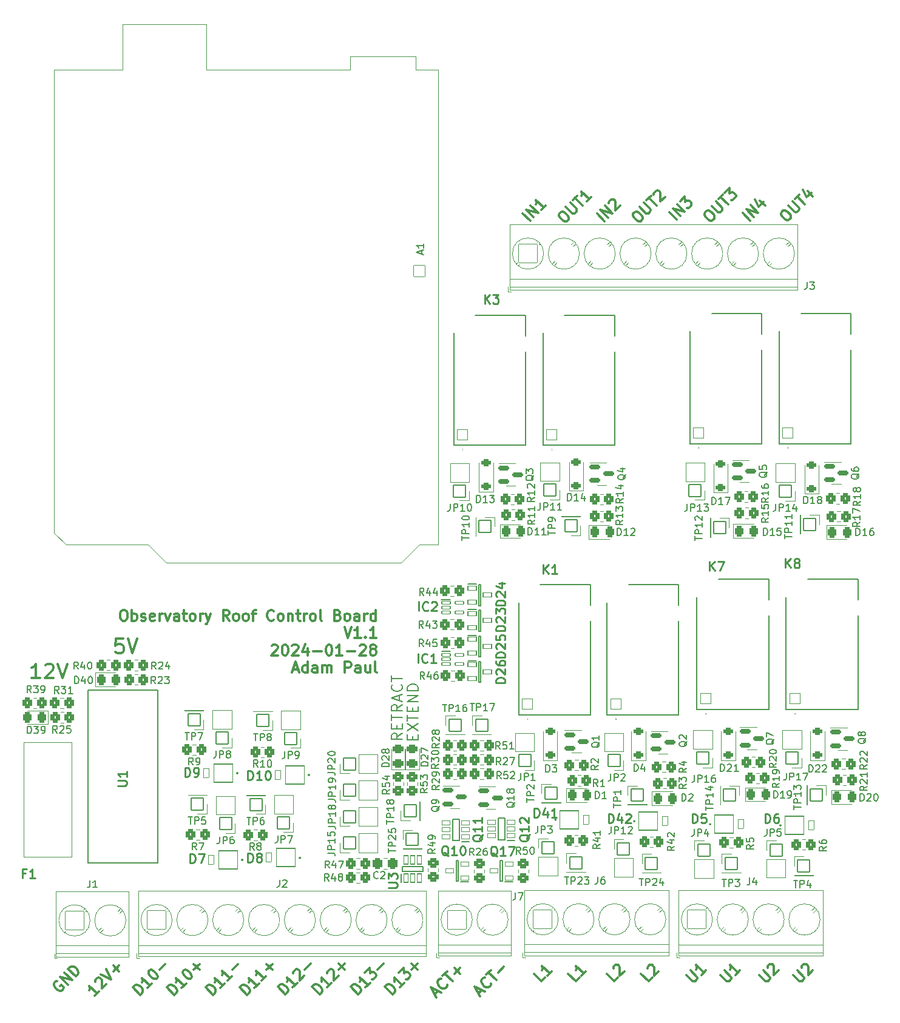
<source format=gto>
G04 #@! TF.GenerationSoftware,KiCad,Pcbnew,7.0.8*
G04 #@! TF.CreationDate,2024-02-03T20:12:02-05:00*
G04 #@! TF.ProjectId,Control Box,436f6e74-726f-46c2-9042-6f782e6b6963,rev?*
G04 #@! TF.SameCoordinates,Original*
G04 #@! TF.FileFunction,Legend,Top*
G04 #@! TF.FilePolarity,Positive*
%FSLAX46Y46*%
G04 Gerber Fmt 4.6, Leading zero omitted, Abs format (unit mm)*
G04 Created by KiCad (PCBNEW 7.0.8) date 2024-02-03 20:12:02*
%MOMM*%
%LPD*%
G01*
G04 APERTURE LIST*
G04 Aperture macros list*
%AMRoundRect*
0 Rectangle with rounded corners*
0 $1 Rounding radius*
0 $2 $3 $4 $5 $6 $7 $8 $9 X,Y pos of 4 corners*
0 Add a 4 corners polygon primitive as box body*
4,1,4,$2,$3,$4,$5,$6,$7,$8,$9,$2,$3,0*
0 Add four circle primitives for the rounded corners*
1,1,$1+$1,$2,$3*
1,1,$1+$1,$4,$5*
1,1,$1+$1,$6,$7*
1,1,$1+$1,$8,$9*
0 Add four rect primitives between the rounded corners*
20,1,$1+$1,$2,$3,$4,$5,0*
20,1,$1+$1,$4,$5,$6,$7,0*
20,1,$1+$1,$6,$7,$8,$9,0*
20,1,$1+$1,$8,$9,$2,$3,0*%
G04 Aperture macros list end*
%ADD10C,0.300000*%
%ADD11C,0.200000*%
%ADD12C,0.150000*%
%ADD13C,0.254000*%
%ADD14C,0.120000*%
%ADD15C,0.100000*%
%ADD16R,1.500000X1.500000*%
%ADD17C,1.500000*%
%ADD18C,3.000000*%
%ADD19C,2.400000*%
%ADD20C,1.970000*%
%ADD21RoundRect,0.051000X-0.800000X-0.800000X0.800000X-0.800000X0.800000X0.800000X-0.800000X0.800000X0*%
%ADD22O,1.702000X1.702000*%
%ADD23RoundRect,0.301000X-0.325000X-0.450000X0.325000X-0.450000X0.325000X0.450000X-0.325000X0.450000X0*%
%ADD24RoundRect,0.276000X0.375000X-0.225000X0.375000X0.225000X-0.375000X0.225000X-0.375000X-0.225000X0*%
%ADD25RoundRect,0.051000X-1.300000X-1.300000X1.300000X-1.300000X1.300000X1.300000X-1.300000X1.300000X0*%
%ADD26C,2.702000*%
%ADD27RoundRect,0.051000X0.850000X0.850000X-0.850000X0.850000X-0.850000X-0.850000X0.850000X-0.850000X0*%
%ADD28O,1.802000X1.802000*%
%ADD29RoundRect,0.051000X0.750000X0.750000X-0.750000X0.750000X-0.750000X-0.750000X0.750000X-0.750000X0*%
%ADD30C,1.602000*%
%ADD31C,3.102000*%
%ADD32RoundRect,0.201000X-0.587500X-0.150000X0.587500X-0.150000X0.587500X0.150000X-0.587500X0.150000X0*%
%ADD33RoundRect,0.301000X0.350000X0.450000X-0.350000X0.450000X-0.350000X-0.450000X0.350000X-0.450000X0*%
%ADD34RoundRect,0.301000X-0.350000X-0.450000X0.350000X-0.450000X0.350000X0.450000X-0.350000X0.450000X0*%
%ADD35RoundRect,0.051000X-0.850000X-0.850000X0.850000X-0.850000X0.850000X0.850000X-0.850000X0.850000X0*%
%ADD36RoundRect,0.051000X-0.850000X0.850000X-0.850000X-0.850000X0.850000X-0.850000X0.850000X0.850000X0*%
%ADD37RoundRect,0.301000X0.325000X0.450000X-0.325000X0.450000X-0.325000X-0.450000X0.325000X-0.450000X0*%
%ADD38RoundRect,0.051000X-1.335000X1.270000X-1.335000X-1.270000X1.335000X-1.270000X1.335000X1.270000X0*%
%ADD39RoundRect,0.051000X0.381000X0.635000X-0.381000X0.635000X-0.381000X-0.635000X0.381000X-0.635000X0*%
%ADD40C,2.502000*%
%ADD41C,2.072000*%
%ADD42RoundRect,0.051000X1.335000X-1.270000X1.335000X1.270000X-1.335000X1.270000X-1.335000X-1.270000X0*%
%ADD43RoundRect,0.051000X-0.381000X-0.635000X0.381000X-0.635000X0.381000X0.635000X-0.381000X0.635000X0*%
%ADD44RoundRect,0.051000X0.600000X-0.325000X0.600000X0.325000X-0.600000X0.325000X-0.600000X-0.325000X0*%
%ADD45C,5.702000*%
%ADD46RoundRect,0.051000X-0.550000X0.325000X-0.550000X-0.325000X0.550000X-0.325000X0.550000X0.325000X0*%
%ADD47RoundRect,0.301000X0.450000X-0.325000X0.450000X0.325000X-0.450000X0.325000X-0.450000X-0.325000X0*%
%ADD48RoundRect,0.051000X-0.531000X0.325000X-0.531000X-0.325000X0.531000X-0.325000X0.531000X0.325000X0*%
%ADD49RoundRect,0.051000X0.850000X-0.850000X0.850000X0.850000X-0.850000X0.850000X-0.850000X-0.850000X0*%
%ADD50RoundRect,0.051000X0.600000X-0.200000X0.600000X0.200000X-0.600000X0.200000X-0.600000X-0.200000X0*%
%ADD51RoundRect,0.051000X0.300000X0.600000X-0.300000X0.600000X-0.300000X-0.600000X0.300000X-0.600000X0*%
%ADD52RoundRect,0.301000X-0.450000X0.350000X-0.450000X-0.350000X0.450000X-0.350000X0.450000X0.350000X0*%
%ADD53RoundRect,0.301000X0.450000X-0.350000X0.450000X0.350000X-0.450000X0.350000X-0.450000X-0.350000X0*%
%ADD54RoundRect,0.301000X0.337500X0.475000X-0.337500X0.475000X-0.337500X-0.475000X0.337500X-0.475000X0*%
G04 APERTURE END LIST*
D10*
X43469047Y-51659638D02*
X42516666Y-51659638D01*
X42516666Y-51659638D02*
X42421428Y-52612019D01*
X42421428Y-52612019D02*
X42516666Y-52516780D01*
X42516666Y-52516780D02*
X42707142Y-52421542D01*
X42707142Y-52421542D02*
X43183333Y-52421542D01*
X43183333Y-52421542D02*
X43373809Y-52516780D01*
X43373809Y-52516780D02*
X43469047Y-52612019D01*
X43469047Y-52612019D02*
X43564285Y-52802495D01*
X43564285Y-52802495D02*
X43564285Y-53278685D01*
X43564285Y-53278685D02*
X43469047Y-53469161D01*
X43469047Y-53469161D02*
X43373809Y-53564400D01*
X43373809Y-53564400D02*
X43183333Y-53659638D01*
X43183333Y-53659638D02*
X42707142Y-53659638D01*
X42707142Y-53659638D02*
X42516666Y-53564400D01*
X42516666Y-53564400D02*
X42421428Y-53469161D01*
X44135714Y-51659638D02*
X44802380Y-53659638D01*
X44802380Y-53659638D02*
X45469047Y-51659638D01*
X86958076Y-101345133D02*
X87463152Y-100840056D01*
X87160107Y-101749194D02*
X86453000Y-100334980D01*
X86453000Y-100334980D02*
X87867213Y-101042087D01*
X88725843Y-99981427D02*
X88725843Y-100082442D01*
X88725843Y-100082442D02*
X88624828Y-100284473D01*
X88624828Y-100284473D02*
X88523812Y-100385488D01*
X88523812Y-100385488D02*
X88321782Y-100486503D01*
X88321782Y-100486503D02*
X88119751Y-100486503D01*
X88119751Y-100486503D02*
X87968229Y-100435996D01*
X87968229Y-100435996D02*
X87715690Y-100284473D01*
X87715690Y-100284473D02*
X87564168Y-100132950D01*
X87564168Y-100132950D02*
X87412645Y-99880412D01*
X87412645Y-99880412D02*
X87362137Y-99728889D01*
X87362137Y-99728889D02*
X87362137Y-99526858D01*
X87362137Y-99526858D02*
X87463152Y-99324828D01*
X87463152Y-99324828D02*
X87564168Y-99223813D01*
X87564168Y-99223813D02*
X87766198Y-99122797D01*
X87766198Y-99122797D02*
X87867213Y-99122797D01*
X88069244Y-98718736D02*
X88675335Y-98112645D01*
X89432950Y-99476351D02*
X88372290Y-98415691D01*
X89685488Y-98415691D02*
X90493610Y-97607569D01*
X90493610Y-98415691D02*
X89685488Y-97607569D01*
X100268990Y6684688D02*
X99208330Y7745349D01*
X100774066Y7189765D02*
X99713406Y8250425D01*
X99713406Y8250425D02*
X101380158Y7795856D01*
X101380158Y7795856D02*
X100319498Y8856517D01*
X102440818Y8856517D02*
X101834727Y8250425D01*
X102137773Y8553471D02*
X101077113Y9614131D01*
X101077113Y9614131D02*
X101127620Y9361593D01*
X101127620Y9361593D02*
X101127620Y9159563D01*
X101127620Y9159563D02*
X101077113Y9008040D01*
X124678254Y7865272D02*
X124880284Y8067303D01*
X124880284Y8067303D02*
X125031807Y8117811D01*
X125031807Y8117811D02*
X125233837Y8117811D01*
X125233837Y8117811D02*
X125486376Y7966288D01*
X125486376Y7966288D02*
X125839929Y7612734D01*
X125839929Y7612734D02*
X125991452Y7360196D01*
X125991452Y7360196D02*
X125991452Y7158166D01*
X125991452Y7158166D02*
X125940944Y7006643D01*
X125940944Y7006643D02*
X125738914Y6804612D01*
X125738914Y6804612D02*
X125587391Y6754105D01*
X125587391Y6754105D02*
X125385360Y6754105D01*
X125385360Y6754105D02*
X125132822Y6905627D01*
X125132822Y6905627D02*
X124779269Y7259181D01*
X124779269Y7259181D02*
X124627746Y7511719D01*
X124627746Y7511719D02*
X124627746Y7713750D01*
X124627746Y7713750D02*
X124678254Y7865272D01*
X125587391Y8774410D02*
X126446021Y7915780D01*
X126446021Y7915780D02*
X126597544Y7865273D01*
X126597544Y7865273D02*
X126698559Y7865273D01*
X126698559Y7865273D02*
X126850082Y7915780D01*
X126850082Y7915780D02*
X127052112Y8117811D01*
X127052112Y8117811D02*
X127102620Y8269334D01*
X127102620Y8269334D02*
X127102620Y8370349D01*
X127102620Y8370349D02*
X127052112Y8521872D01*
X127052112Y8521872D02*
X126193483Y9380502D01*
X126547036Y9734055D02*
X127153128Y10340147D01*
X127910742Y8976441D02*
X126850082Y10037101D01*
X127405666Y10592685D02*
X128062265Y11249284D01*
X128062265Y11249284D02*
X128112773Y10491670D01*
X128112773Y10491670D02*
X128264296Y10643192D01*
X128264296Y10643192D02*
X128415818Y10693700D01*
X128415818Y10693700D02*
X128516834Y10693700D01*
X128516834Y10693700D02*
X128668357Y10643192D01*
X128668357Y10643192D02*
X128920895Y10390654D01*
X128920895Y10390654D02*
X128971402Y10239131D01*
X128971402Y10239131D02*
X128971402Y10138116D01*
X128971402Y10138116D02*
X128920895Y9986593D01*
X128920895Y9986593D02*
X128617849Y9683547D01*
X128617849Y9683547D02*
X128466326Y9633040D01*
X128466326Y9633040D02*
X128365311Y9633040D01*
X114653254Y7715272D02*
X114855284Y7917303D01*
X114855284Y7917303D02*
X115006807Y7967811D01*
X115006807Y7967811D02*
X115208837Y7967811D01*
X115208837Y7967811D02*
X115461376Y7816288D01*
X115461376Y7816288D02*
X115814929Y7462734D01*
X115814929Y7462734D02*
X115966452Y7210196D01*
X115966452Y7210196D02*
X115966452Y7008166D01*
X115966452Y7008166D02*
X115915944Y6856643D01*
X115915944Y6856643D02*
X115713914Y6654612D01*
X115713914Y6654612D02*
X115562391Y6604105D01*
X115562391Y6604105D02*
X115360360Y6604105D01*
X115360360Y6604105D02*
X115107822Y6755627D01*
X115107822Y6755627D02*
X114754269Y7109181D01*
X114754269Y7109181D02*
X114602746Y7361719D01*
X114602746Y7361719D02*
X114602746Y7563750D01*
X114602746Y7563750D02*
X114653254Y7715272D01*
X115562391Y8624410D02*
X116421021Y7765780D01*
X116421021Y7765780D02*
X116572544Y7715273D01*
X116572544Y7715273D02*
X116673559Y7715273D01*
X116673559Y7715273D02*
X116825082Y7765780D01*
X116825082Y7765780D02*
X117027112Y7967811D01*
X117027112Y7967811D02*
X117077620Y8119334D01*
X117077620Y8119334D02*
X117077620Y8220349D01*
X117077620Y8220349D02*
X117027112Y8371872D01*
X117027112Y8371872D02*
X116168483Y9230502D01*
X116522036Y9584055D02*
X117128128Y10190147D01*
X117885742Y8826441D02*
X116825082Y9887101D01*
X117532189Y10392177D02*
X117532189Y10493192D01*
X117532189Y10493192D02*
X117582696Y10644715D01*
X117582696Y10644715D02*
X117835235Y10897253D01*
X117835235Y10897253D02*
X117986757Y10947761D01*
X117986757Y10947761D02*
X118087773Y10947761D01*
X118087773Y10947761D02*
X118239296Y10897253D01*
X118239296Y10897253D02*
X118340311Y10796238D01*
X118340311Y10796238D02*
X118441326Y10594208D01*
X118441326Y10594208D02*
X118441326Y9382025D01*
X118441326Y9382025D02*
X119097925Y10038624D01*
X110643990Y6634688D02*
X109583330Y7695349D01*
X111149066Y7139765D02*
X110088406Y8200425D01*
X110088406Y8200425D02*
X111755158Y7745856D01*
X111755158Y7745856D02*
X110694498Y8806517D01*
X111250082Y9160070D02*
X111250082Y9261086D01*
X111250082Y9261086D02*
X111300590Y9412608D01*
X111300590Y9412608D02*
X111553128Y9665147D01*
X111553128Y9665147D02*
X111704651Y9715654D01*
X111704651Y9715654D02*
X111805666Y9715654D01*
X111805666Y9715654D02*
X111957189Y9665147D01*
X111957189Y9665147D02*
X112058204Y9564131D01*
X112058204Y9564131D02*
X112159219Y9362101D01*
X112159219Y9362101D02*
X112159219Y8149918D01*
X112159219Y8149918D02*
X112815818Y8806517D01*
X70904107Y-101310693D02*
X69843447Y-100250033D01*
X69843447Y-100250033D02*
X70095985Y-99997495D01*
X70095985Y-99997495D02*
X70298016Y-99896480D01*
X70298016Y-99896480D02*
X70500046Y-99896480D01*
X70500046Y-99896480D02*
X70651569Y-99946987D01*
X70651569Y-99946987D02*
X70904107Y-100098510D01*
X70904107Y-100098510D02*
X71055630Y-100250033D01*
X71055630Y-100250033D02*
X71207153Y-100502571D01*
X71207153Y-100502571D02*
X71257661Y-100654094D01*
X71257661Y-100654094D02*
X71257661Y-100856125D01*
X71257661Y-100856125D02*
X71156645Y-101058155D01*
X71156645Y-101058155D02*
X70904107Y-101310693D01*
X72520351Y-99694449D02*
X71914260Y-100300541D01*
X72217305Y-99997495D02*
X71156645Y-98936835D01*
X71156645Y-98936835D02*
X71207153Y-99189373D01*
X71207153Y-99189373D02*
X71207153Y-99391403D01*
X71207153Y-99391403D02*
X71156645Y-99542926D01*
X71964767Y-98330744D02*
X71964767Y-98229728D01*
X71964767Y-98229728D02*
X72015275Y-98078205D01*
X72015275Y-98078205D02*
X72267813Y-97825667D01*
X72267813Y-97825667D02*
X72419336Y-97775160D01*
X72419336Y-97775160D02*
X72520351Y-97775160D01*
X72520351Y-97775160D02*
X72671874Y-97825667D01*
X72671874Y-97825667D02*
X72772889Y-97926683D01*
X72772889Y-97926683D02*
X72873904Y-98128713D01*
X72873904Y-98128713D02*
X72873904Y-99340896D01*
X72873904Y-99340896D02*
X73530504Y-98684297D01*
X73581011Y-97825668D02*
X74389133Y-97017546D01*
X74389133Y-97825668D02*
X73581011Y-97017546D01*
X76301607Y-101310693D02*
X75240947Y-100250033D01*
X75240947Y-100250033D02*
X75493485Y-99997495D01*
X75493485Y-99997495D02*
X75695516Y-99896480D01*
X75695516Y-99896480D02*
X75897546Y-99896480D01*
X75897546Y-99896480D02*
X76049069Y-99946987D01*
X76049069Y-99946987D02*
X76301607Y-100098510D01*
X76301607Y-100098510D02*
X76453130Y-100250033D01*
X76453130Y-100250033D02*
X76604653Y-100502571D01*
X76604653Y-100502571D02*
X76655161Y-100654094D01*
X76655161Y-100654094D02*
X76655161Y-100856125D01*
X76655161Y-100856125D02*
X76554145Y-101058155D01*
X76554145Y-101058155D02*
X76301607Y-101310693D01*
X77917851Y-99694449D02*
X77311760Y-100300541D01*
X77614805Y-99997495D02*
X76554145Y-98936835D01*
X76554145Y-98936835D02*
X76604653Y-99189373D01*
X76604653Y-99189373D02*
X76604653Y-99391403D01*
X76604653Y-99391403D02*
X76554145Y-99542926D01*
X77210744Y-98280236D02*
X77867343Y-97623637D01*
X77867343Y-97623637D02*
X77917851Y-98381251D01*
X77917851Y-98381251D02*
X78069374Y-98229728D01*
X78069374Y-98229728D02*
X78220897Y-98179221D01*
X78220897Y-98179221D02*
X78321912Y-98179221D01*
X78321912Y-98179221D02*
X78473435Y-98229728D01*
X78473435Y-98229728D02*
X78725973Y-98482266D01*
X78725973Y-98482266D02*
X78776481Y-98633789D01*
X78776481Y-98633789D02*
X78776481Y-98734805D01*
X78776481Y-98734805D02*
X78725973Y-98886327D01*
X78725973Y-98886327D02*
X78422927Y-99189373D01*
X78422927Y-99189373D02*
X78271404Y-99239881D01*
X78271404Y-99239881D02*
X78170389Y-99239881D01*
X78978511Y-97825668D02*
X79786633Y-97017546D01*
X81064107Y-101310693D02*
X80003447Y-100250033D01*
X80003447Y-100250033D02*
X80255985Y-99997495D01*
X80255985Y-99997495D02*
X80458016Y-99896480D01*
X80458016Y-99896480D02*
X80660046Y-99896480D01*
X80660046Y-99896480D02*
X80811569Y-99946987D01*
X80811569Y-99946987D02*
X81064107Y-100098510D01*
X81064107Y-100098510D02*
X81215630Y-100250033D01*
X81215630Y-100250033D02*
X81367153Y-100502571D01*
X81367153Y-100502571D02*
X81417661Y-100654094D01*
X81417661Y-100654094D02*
X81417661Y-100856125D01*
X81417661Y-100856125D02*
X81316645Y-101058155D01*
X81316645Y-101058155D02*
X81064107Y-101310693D01*
X82680351Y-99694449D02*
X82074260Y-100300541D01*
X82377305Y-99997495D02*
X81316645Y-98936835D01*
X81316645Y-98936835D02*
X81367153Y-99189373D01*
X81367153Y-99189373D02*
X81367153Y-99391403D01*
X81367153Y-99391403D02*
X81316645Y-99542926D01*
X81973244Y-98280236D02*
X82629843Y-97623637D01*
X82629843Y-97623637D02*
X82680351Y-98381251D01*
X82680351Y-98381251D02*
X82831874Y-98229728D01*
X82831874Y-98229728D02*
X82983397Y-98179221D01*
X82983397Y-98179221D02*
X83084412Y-98179221D01*
X83084412Y-98179221D02*
X83235935Y-98229728D01*
X83235935Y-98229728D02*
X83488473Y-98482266D01*
X83488473Y-98482266D02*
X83538981Y-98633789D01*
X83538981Y-98633789D02*
X83538981Y-98734805D01*
X83538981Y-98734805D02*
X83488473Y-98886327D01*
X83488473Y-98886327D02*
X83185427Y-99189373D01*
X83185427Y-99189373D02*
X83033904Y-99239881D01*
X83033904Y-99239881D02*
X82932889Y-99239881D01*
X83741011Y-97825668D02*
X84549133Y-97017546D01*
X84549133Y-97825668D02*
X83741011Y-97017546D01*
X66141607Y-101310693D02*
X65080947Y-100250033D01*
X65080947Y-100250033D02*
X65333485Y-99997495D01*
X65333485Y-99997495D02*
X65535516Y-99896480D01*
X65535516Y-99896480D02*
X65737546Y-99896480D01*
X65737546Y-99896480D02*
X65889069Y-99946987D01*
X65889069Y-99946987D02*
X66141607Y-100098510D01*
X66141607Y-100098510D02*
X66293130Y-100250033D01*
X66293130Y-100250033D02*
X66444653Y-100502571D01*
X66444653Y-100502571D02*
X66495161Y-100654094D01*
X66495161Y-100654094D02*
X66495161Y-100856125D01*
X66495161Y-100856125D02*
X66394145Y-101058155D01*
X66394145Y-101058155D02*
X66141607Y-101310693D01*
X67757851Y-99694449D02*
X67151760Y-100300541D01*
X67454805Y-99997495D02*
X66394145Y-98936835D01*
X66394145Y-98936835D02*
X66444653Y-99189373D01*
X66444653Y-99189373D02*
X66444653Y-99391403D01*
X66444653Y-99391403D02*
X66394145Y-99542926D01*
X67202267Y-98330744D02*
X67202267Y-98229728D01*
X67202267Y-98229728D02*
X67252775Y-98078205D01*
X67252775Y-98078205D02*
X67505313Y-97825667D01*
X67505313Y-97825667D02*
X67656836Y-97775160D01*
X67656836Y-97775160D02*
X67757851Y-97775160D01*
X67757851Y-97775160D02*
X67909374Y-97825667D01*
X67909374Y-97825667D02*
X68010389Y-97926683D01*
X68010389Y-97926683D02*
X68111404Y-98128713D01*
X68111404Y-98128713D02*
X68111404Y-99340896D01*
X68111404Y-99340896D02*
X68768004Y-98684297D01*
X68818511Y-97825668D02*
X69626633Y-97017546D01*
X56045107Y-101374193D02*
X54984447Y-100313533D01*
X54984447Y-100313533D02*
X55236985Y-100060995D01*
X55236985Y-100060995D02*
X55439016Y-99959980D01*
X55439016Y-99959980D02*
X55641046Y-99959980D01*
X55641046Y-99959980D02*
X55792569Y-100010487D01*
X55792569Y-100010487D02*
X56045107Y-100162010D01*
X56045107Y-100162010D02*
X56196630Y-100313533D01*
X56196630Y-100313533D02*
X56348153Y-100566071D01*
X56348153Y-100566071D02*
X56398661Y-100717594D01*
X56398661Y-100717594D02*
X56398661Y-100919625D01*
X56398661Y-100919625D02*
X56297645Y-101121655D01*
X56297645Y-101121655D02*
X56045107Y-101374193D01*
X57661351Y-99757949D02*
X57055260Y-100364041D01*
X57358305Y-100060995D02*
X56297645Y-99000335D01*
X56297645Y-99000335D02*
X56348153Y-99252873D01*
X56348153Y-99252873D02*
X56348153Y-99454903D01*
X56348153Y-99454903D02*
X56297645Y-99606426D01*
X58671504Y-98747797D02*
X58065412Y-99353888D01*
X58368458Y-99050843D02*
X57307798Y-97990183D01*
X57307798Y-97990183D02*
X57358305Y-98242721D01*
X57358305Y-98242721D02*
X57358305Y-98444751D01*
X57358305Y-98444751D02*
X57307798Y-98596274D01*
X58722011Y-97889168D02*
X59530133Y-97081046D01*
X45885107Y-101374193D02*
X44824447Y-100313533D01*
X44824447Y-100313533D02*
X45076985Y-100060995D01*
X45076985Y-100060995D02*
X45279016Y-99959980D01*
X45279016Y-99959980D02*
X45481046Y-99959980D01*
X45481046Y-99959980D02*
X45632569Y-100010487D01*
X45632569Y-100010487D02*
X45885107Y-100162010D01*
X45885107Y-100162010D02*
X46036630Y-100313533D01*
X46036630Y-100313533D02*
X46188153Y-100566071D01*
X46188153Y-100566071D02*
X46238661Y-100717594D01*
X46238661Y-100717594D02*
X46238661Y-100919625D01*
X46238661Y-100919625D02*
X46137645Y-101121655D01*
X46137645Y-101121655D02*
X45885107Y-101374193D01*
X47501351Y-99757949D02*
X46895260Y-100364041D01*
X47198305Y-100060995D02*
X46137645Y-99000335D01*
X46137645Y-99000335D02*
X46188153Y-99252873D01*
X46188153Y-99252873D02*
X46188153Y-99454903D01*
X46188153Y-99454903D02*
X46137645Y-99606426D01*
X47097290Y-98040690D02*
X47198305Y-97939675D01*
X47198305Y-97939675D02*
X47349828Y-97889167D01*
X47349828Y-97889167D02*
X47450843Y-97889167D01*
X47450843Y-97889167D02*
X47602366Y-97939675D01*
X47602366Y-97939675D02*
X47854904Y-98091198D01*
X47854904Y-98091198D02*
X48107442Y-98343736D01*
X48107442Y-98343736D02*
X48258965Y-98596274D01*
X48258965Y-98596274D02*
X48309473Y-98747797D01*
X48309473Y-98747797D02*
X48309473Y-98848812D01*
X48309473Y-98848812D02*
X48258965Y-99000335D01*
X48258965Y-99000335D02*
X48157950Y-99101350D01*
X48157950Y-99101350D02*
X48006427Y-99151858D01*
X48006427Y-99151858D02*
X47905412Y-99151858D01*
X47905412Y-99151858D02*
X47753889Y-99101350D01*
X47753889Y-99101350D02*
X47501351Y-98949827D01*
X47501351Y-98949827D02*
X47248813Y-98697289D01*
X47248813Y-98697289D02*
X47097290Y-98444751D01*
X47097290Y-98444751D02*
X47046782Y-98293228D01*
X47046782Y-98293228D02*
X47046782Y-98192213D01*
X47046782Y-98192213D02*
X47097290Y-98040690D01*
X48562011Y-97889168D02*
X49370133Y-97081046D01*
X50647607Y-101374193D02*
X49586947Y-100313533D01*
X49586947Y-100313533D02*
X49839485Y-100060995D01*
X49839485Y-100060995D02*
X50041516Y-99959980D01*
X50041516Y-99959980D02*
X50243546Y-99959980D01*
X50243546Y-99959980D02*
X50395069Y-100010487D01*
X50395069Y-100010487D02*
X50647607Y-100162010D01*
X50647607Y-100162010D02*
X50799130Y-100313533D01*
X50799130Y-100313533D02*
X50950653Y-100566071D01*
X50950653Y-100566071D02*
X51001161Y-100717594D01*
X51001161Y-100717594D02*
X51001161Y-100919625D01*
X51001161Y-100919625D02*
X50900145Y-101121655D01*
X50900145Y-101121655D02*
X50647607Y-101374193D01*
X52263851Y-99757949D02*
X51657760Y-100364041D01*
X51960805Y-100060995D02*
X50900145Y-99000335D01*
X50900145Y-99000335D02*
X50950653Y-99252873D01*
X50950653Y-99252873D02*
X50950653Y-99454903D01*
X50950653Y-99454903D02*
X50900145Y-99606426D01*
X51859790Y-98040690D02*
X51960805Y-97939675D01*
X51960805Y-97939675D02*
X52112328Y-97889167D01*
X52112328Y-97889167D02*
X52213343Y-97889167D01*
X52213343Y-97889167D02*
X52364866Y-97939675D01*
X52364866Y-97939675D02*
X52617404Y-98091198D01*
X52617404Y-98091198D02*
X52869942Y-98343736D01*
X52869942Y-98343736D02*
X53021465Y-98596274D01*
X53021465Y-98596274D02*
X53071973Y-98747797D01*
X53071973Y-98747797D02*
X53071973Y-98848812D01*
X53071973Y-98848812D02*
X53021465Y-99000335D01*
X53021465Y-99000335D02*
X52920450Y-99101350D01*
X52920450Y-99101350D02*
X52768927Y-99151858D01*
X52768927Y-99151858D02*
X52667912Y-99151858D01*
X52667912Y-99151858D02*
X52516389Y-99101350D01*
X52516389Y-99101350D02*
X52263851Y-98949827D01*
X52263851Y-98949827D02*
X52011313Y-98697289D01*
X52011313Y-98697289D02*
X51859790Y-98444751D01*
X51859790Y-98444751D02*
X51809282Y-98293228D01*
X51809282Y-98293228D02*
X51809282Y-98192213D01*
X51809282Y-98192213D02*
X51859790Y-98040690D01*
X53324511Y-97889168D02*
X54132633Y-97081046D01*
X54132633Y-97889168D02*
X53324511Y-97081046D01*
X60807607Y-101374193D02*
X59746947Y-100313533D01*
X59746947Y-100313533D02*
X59999485Y-100060995D01*
X59999485Y-100060995D02*
X60201516Y-99959980D01*
X60201516Y-99959980D02*
X60403546Y-99959980D01*
X60403546Y-99959980D02*
X60555069Y-100010487D01*
X60555069Y-100010487D02*
X60807607Y-100162010D01*
X60807607Y-100162010D02*
X60959130Y-100313533D01*
X60959130Y-100313533D02*
X61110653Y-100566071D01*
X61110653Y-100566071D02*
X61161161Y-100717594D01*
X61161161Y-100717594D02*
X61161161Y-100919625D01*
X61161161Y-100919625D02*
X61060145Y-101121655D01*
X61060145Y-101121655D02*
X60807607Y-101374193D01*
X62423851Y-99757949D02*
X61817760Y-100364041D01*
X62120805Y-100060995D02*
X61060145Y-99000335D01*
X61060145Y-99000335D02*
X61110653Y-99252873D01*
X61110653Y-99252873D02*
X61110653Y-99454903D01*
X61110653Y-99454903D02*
X61060145Y-99606426D01*
X63434004Y-98747797D02*
X62827912Y-99353888D01*
X63130958Y-99050843D02*
X62070298Y-97990183D01*
X62070298Y-97990183D02*
X62120805Y-98242721D01*
X62120805Y-98242721D02*
X62120805Y-98444751D01*
X62120805Y-98444751D02*
X62070298Y-98596274D01*
X63484511Y-97889168D02*
X64292633Y-97081046D01*
X64292633Y-97889168D02*
X63484511Y-97081046D01*
X43434775Y-47630828D02*
X43720489Y-47630828D01*
X43720489Y-47630828D02*
X43863346Y-47702257D01*
X43863346Y-47702257D02*
X44006203Y-47845114D01*
X44006203Y-47845114D02*
X44077632Y-48130828D01*
X44077632Y-48130828D02*
X44077632Y-48630828D01*
X44077632Y-48630828D02*
X44006203Y-48916542D01*
X44006203Y-48916542D02*
X43863346Y-49059400D01*
X43863346Y-49059400D02*
X43720489Y-49130828D01*
X43720489Y-49130828D02*
X43434775Y-49130828D01*
X43434775Y-49130828D02*
X43291918Y-49059400D01*
X43291918Y-49059400D02*
X43149060Y-48916542D01*
X43149060Y-48916542D02*
X43077632Y-48630828D01*
X43077632Y-48630828D02*
X43077632Y-48130828D01*
X43077632Y-48130828D02*
X43149060Y-47845114D01*
X43149060Y-47845114D02*
X43291918Y-47702257D01*
X43291918Y-47702257D02*
X43434775Y-47630828D01*
X44720489Y-49130828D02*
X44720489Y-47630828D01*
X44720489Y-48202257D02*
X44863347Y-48130828D01*
X44863347Y-48130828D02*
X45149061Y-48130828D01*
X45149061Y-48130828D02*
X45291918Y-48202257D01*
X45291918Y-48202257D02*
X45363347Y-48273685D01*
X45363347Y-48273685D02*
X45434775Y-48416542D01*
X45434775Y-48416542D02*
X45434775Y-48845114D01*
X45434775Y-48845114D02*
X45363347Y-48987971D01*
X45363347Y-48987971D02*
X45291918Y-49059400D01*
X45291918Y-49059400D02*
X45149061Y-49130828D01*
X45149061Y-49130828D02*
X44863347Y-49130828D01*
X44863347Y-49130828D02*
X44720489Y-49059400D01*
X46006204Y-49059400D02*
X46149061Y-49130828D01*
X46149061Y-49130828D02*
X46434775Y-49130828D01*
X46434775Y-49130828D02*
X46577632Y-49059400D01*
X46577632Y-49059400D02*
X46649061Y-48916542D01*
X46649061Y-48916542D02*
X46649061Y-48845114D01*
X46649061Y-48845114D02*
X46577632Y-48702257D01*
X46577632Y-48702257D02*
X46434775Y-48630828D01*
X46434775Y-48630828D02*
X46220490Y-48630828D01*
X46220490Y-48630828D02*
X46077632Y-48559400D01*
X46077632Y-48559400D02*
X46006204Y-48416542D01*
X46006204Y-48416542D02*
X46006204Y-48345114D01*
X46006204Y-48345114D02*
X46077632Y-48202257D01*
X46077632Y-48202257D02*
X46220490Y-48130828D01*
X46220490Y-48130828D02*
X46434775Y-48130828D01*
X46434775Y-48130828D02*
X46577632Y-48202257D01*
X47863347Y-49059400D02*
X47720490Y-49130828D01*
X47720490Y-49130828D02*
X47434776Y-49130828D01*
X47434776Y-49130828D02*
X47291918Y-49059400D01*
X47291918Y-49059400D02*
X47220490Y-48916542D01*
X47220490Y-48916542D02*
X47220490Y-48345114D01*
X47220490Y-48345114D02*
X47291918Y-48202257D01*
X47291918Y-48202257D02*
X47434776Y-48130828D01*
X47434776Y-48130828D02*
X47720490Y-48130828D01*
X47720490Y-48130828D02*
X47863347Y-48202257D01*
X47863347Y-48202257D02*
X47934776Y-48345114D01*
X47934776Y-48345114D02*
X47934776Y-48487971D01*
X47934776Y-48487971D02*
X47220490Y-48630828D01*
X48577632Y-49130828D02*
X48577632Y-48130828D01*
X48577632Y-48416542D02*
X48649061Y-48273685D01*
X48649061Y-48273685D02*
X48720490Y-48202257D01*
X48720490Y-48202257D02*
X48863347Y-48130828D01*
X48863347Y-48130828D02*
X49006204Y-48130828D01*
X49363346Y-48130828D02*
X49720489Y-49130828D01*
X49720489Y-49130828D02*
X50077632Y-48130828D01*
X51291918Y-49130828D02*
X51291918Y-48345114D01*
X51291918Y-48345114D02*
X51220489Y-48202257D01*
X51220489Y-48202257D02*
X51077632Y-48130828D01*
X51077632Y-48130828D02*
X50791918Y-48130828D01*
X50791918Y-48130828D02*
X50649060Y-48202257D01*
X51291918Y-49059400D02*
X51149060Y-49130828D01*
X51149060Y-49130828D02*
X50791918Y-49130828D01*
X50791918Y-49130828D02*
X50649060Y-49059400D01*
X50649060Y-49059400D02*
X50577632Y-48916542D01*
X50577632Y-48916542D02*
X50577632Y-48773685D01*
X50577632Y-48773685D02*
X50649060Y-48630828D01*
X50649060Y-48630828D02*
X50791918Y-48559400D01*
X50791918Y-48559400D02*
X51149060Y-48559400D01*
X51149060Y-48559400D02*
X51291918Y-48487971D01*
X51791918Y-48130828D02*
X52363346Y-48130828D01*
X52006203Y-47630828D02*
X52006203Y-48916542D01*
X52006203Y-48916542D02*
X52077632Y-49059400D01*
X52077632Y-49059400D02*
X52220489Y-49130828D01*
X52220489Y-49130828D02*
X52363346Y-49130828D01*
X53077632Y-49130828D02*
X52934775Y-49059400D01*
X52934775Y-49059400D02*
X52863346Y-48987971D01*
X52863346Y-48987971D02*
X52791918Y-48845114D01*
X52791918Y-48845114D02*
X52791918Y-48416542D01*
X52791918Y-48416542D02*
X52863346Y-48273685D01*
X52863346Y-48273685D02*
X52934775Y-48202257D01*
X52934775Y-48202257D02*
X53077632Y-48130828D01*
X53077632Y-48130828D02*
X53291918Y-48130828D01*
X53291918Y-48130828D02*
X53434775Y-48202257D01*
X53434775Y-48202257D02*
X53506204Y-48273685D01*
X53506204Y-48273685D02*
X53577632Y-48416542D01*
X53577632Y-48416542D02*
X53577632Y-48845114D01*
X53577632Y-48845114D02*
X53506204Y-48987971D01*
X53506204Y-48987971D02*
X53434775Y-49059400D01*
X53434775Y-49059400D02*
X53291918Y-49130828D01*
X53291918Y-49130828D02*
X53077632Y-49130828D01*
X54220489Y-49130828D02*
X54220489Y-48130828D01*
X54220489Y-48416542D02*
X54291918Y-48273685D01*
X54291918Y-48273685D02*
X54363347Y-48202257D01*
X54363347Y-48202257D02*
X54506204Y-48130828D01*
X54506204Y-48130828D02*
X54649061Y-48130828D01*
X55006203Y-48130828D02*
X55363346Y-49130828D01*
X55720489Y-48130828D02*
X55363346Y-49130828D01*
X55363346Y-49130828D02*
X55220489Y-49487971D01*
X55220489Y-49487971D02*
X55149060Y-49559400D01*
X55149060Y-49559400D02*
X55006203Y-49630828D01*
X58291917Y-49130828D02*
X57791917Y-48416542D01*
X57434774Y-49130828D02*
X57434774Y-47630828D01*
X57434774Y-47630828D02*
X58006203Y-47630828D01*
X58006203Y-47630828D02*
X58149060Y-47702257D01*
X58149060Y-47702257D02*
X58220489Y-47773685D01*
X58220489Y-47773685D02*
X58291917Y-47916542D01*
X58291917Y-47916542D02*
X58291917Y-48130828D01*
X58291917Y-48130828D02*
X58220489Y-48273685D01*
X58220489Y-48273685D02*
X58149060Y-48345114D01*
X58149060Y-48345114D02*
X58006203Y-48416542D01*
X58006203Y-48416542D02*
X57434774Y-48416542D01*
X59149060Y-49130828D02*
X59006203Y-49059400D01*
X59006203Y-49059400D02*
X58934774Y-48987971D01*
X58934774Y-48987971D02*
X58863346Y-48845114D01*
X58863346Y-48845114D02*
X58863346Y-48416542D01*
X58863346Y-48416542D02*
X58934774Y-48273685D01*
X58934774Y-48273685D02*
X59006203Y-48202257D01*
X59006203Y-48202257D02*
X59149060Y-48130828D01*
X59149060Y-48130828D02*
X59363346Y-48130828D01*
X59363346Y-48130828D02*
X59506203Y-48202257D01*
X59506203Y-48202257D02*
X59577632Y-48273685D01*
X59577632Y-48273685D02*
X59649060Y-48416542D01*
X59649060Y-48416542D02*
X59649060Y-48845114D01*
X59649060Y-48845114D02*
X59577632Y-48987971D01*
X59577632Y-48987971D02*
X59506203Y-49059400D01*
X59506203Y-49059400D02*
X59363346Y-49130828D01*
X59363346Y-49130828D02*
X59149060Y-49130828D01*
X60506203Y-49130828D02*
X60363346Y-49059400D01*
X60363346Y-49059400D02*
X60291917Y-48987971D01*
X60291917Y-48987971D02*
X60220489Y-48845114D01*
X60220489Y-48845114D02*
X60220489Y-48416542D01*
X60220489Y-48416542D02*
X60291917Y-48273685D01*
X60291917Y-48273685D02*
X60363346Y-48202257D01*
X60363346Y-48202257D02*
X60506203Y-48130828D01*
X60506203Y-48130828D02*
X60720489Y-48130828D01*
X60720489Y-48130828D02*
X60863346Y-48202257D01*
X60863346Y-48202257D02*
X60934775Y-48273685D01*
X60934775Y-48273685D02*
X61006203Y-48416542D01*
X61006203Y-48416542D02*
X61006203Y-48845114D01*
X61006203Y-48845114D02*
X60934775Y-48987971D01*
X60934775Y-48987971D02*
X60863346Y-49059400D01*
X60863346Y-49059400D02*
X60720489Y-49130828D01*
X60720489Y-49130828D02*
X60506203Y-49130828D01*
X61434775Y-48130828D02*
X62006203Y-48130828D01*
X61649060Y-49130828D02*
X61649060Y-47845114D01*
X61649060Y-47845114D02*
X61720489Y-47702257D01*
X61720489Y-47702257D02*
X61863346Y-47630828D01*
X61863346Y-47630828D02*
X62006203Y-47630828D01*
X64506203Y-48987971D02*
X64434775Y-49059400D01*
X64434775Y-49059400D02*
X64220489Y-49130828D01*
X64220489Y-49130828D02*
X64077632Y-49130828D01*
X64077632Y-49130828D02*
X63863346Y-49059400D01*
X63863346Y-49059400D02*
X63720489Y-48916542D01*
X63720489Y-48916542D02*
X63649060Y-48773685D01*
X63649060Y-48773685D02*
X63577632Y-48487971D01*
X63577632Y-48487971D02*
X63577632Y-48273685D01*
X63577632Y-48273685D02*
X63649060Y-47987971D01*
X63649060Y-47987971D02*
X63720489Y-47845114D01*
X63720489Y-47845114D02*
X63863346Y-47702257D01*
X63863346Y-47702257D02*
X64077632Y-47630828D01*
X64077632Y-47630828D02*
X64220489Y-47630828D01*
X64220489Y-47630828D02*
X64434775Y-47702257D01*
X64434775Y-47702257D02*
X64506203Y-47773685D01*
X65363346Y-49130828D02*
X65220489Y-49059400D01*
X65220489Y-49059400D02*
X65149060Y-48987971D01*
X65149060Y-48987971D02*
X65077632Y-48845114D01*
X65077632Y-48845114D02*
X65077632Y-48416542D01*
X65077632Y-48416542D02*
X65149060Y-48273685D01*
X65149060Y-48273685D02*
X65220489Y-48202257D01*
X65220489Y-48202257D02*
X65363346Y-48130828D01*
X65363346Y-48130828D02*
X65577632Y-48130828D01*
X65577632Y-48130828D02*
X65720489Y-48202257D01*
X65720489Y-48202257D02*
X65791918Y-48273685D01*
X65791918Y-48273685D02*
X65863346Y-48416542D01*
X65863346Y-48416542D02*
X65863346Y-48845114D01*
X65863346Y-48845114D02*
X65791918Y-48987971D01*
X65791918Y-48987971D02*
X65720489Y-49059400D01*
X65720489Y-49059400D02*
X65577632Y-49130828D01*
X65577632Y-49130828D02*
X65363346Y-49130828D01*
X66506203Y-48130828D02*
X66506203Y-49130828D01*
X66506203Y-48273685D02*
X66577632Y-48202257D01*
X66577632Y-48202257D02*
X66720489Y-48130828D01*
X66720489Y-48130828D02*
X66934775Y-48130828D01*
X66934775Y-48130828D02*
X67077632Y-48202257D01*
X67077632Y-48202257D02*
X67149061Y-48345114D01*
X67149061Y-48345114D02*
X67149061Y-49130828D01*
X67649061Y-48130828D02*
X68220489Y-48130828D01*
X67863346Y-47630828D02*
X67863346Y-48916542D01*
X67863346Y-48916542D02*
X67934775Y-49059400D01*
X67934775Y-49059400D02*
X68077632Y-49130828D01*
X68077632Y-49130828D02*
X68220489Y-49130828D01*
X68720489Y-49130828D02*
X68720489Y-48130828D01*
X68720489Y-48416542D02*
X68791918Y-48273685D01*
X68791918Y-48273685D02*
X68863347Y-48202257D01*
X68863347Y-48202257D02*
X69006204Y-48130828D01*
X69006204Y-48130828D02*
X69149061Y-48130828D01*
X69863346Y-49130828D02*
X69720489Y-49059400D01*
X69720489Y-49059400D02*
X69649060Y-48987971D01*
X69649060Y-48987971D02*
X69577632Y-48845114D01*
X69577632Y-48845114D02*
X69577632Y-48416542D01*
X69577632Y-48416542D02*
X69649060Y-48273685D01*
X69649060Y-48273685D02*
X69720489Y-48202257D01*
X69720489Y-48202257D02*
X69863346Y-48130828D01*
X69863346Y-48130828D02*
X70077632Y-48130828D01*
X70077632Y-48130828D02*
X70220489Y-48202257D01*
X70220489Y-48202257D02*
X70291918Y-48273685D01*
X70291918Y-48273685D02*
X70363346Y-48416542D01*
X70363346Y-48416542D02*
X70363346Y-48845114D01*
X70363346Y-48845114D02*
X70291918Y-48987971D01*
X70291918Y-48987971D02*
X70220489Y-49059400D01*
X70220489Y-49059400D02*
X70077632Y-49130828D01*
X70077632Y-49130828D02*
X69863346Y-49130828D01*
X71220489Y-49130828D02*
X71077632Y-49059400D01*
X71077632Y-49059400D02*
X71006203Y-48916542D01*
X71006203Y-48916542D02*
X71006203Y-47630828D01*
X73434774Y-48345114D02*
X73649060Y-48416542D01*
X73649060Y-48416542D02*
X73720489Y-48487971D01*
X73720489Y-48487971D02*
X73791917Y-48630828D01*
X73791917Y-48630828D02*
X73791917Y-48845114D01*
X73791917Y-48845114D02*
X73720489Y-48987971D01*
X73720489Y-48987971D02*
X73649060Y-49059400D01*
X73649060Y-49059400D02*
X73506203Y-49130828D01*
X73506203Y-49130828D02*
X72934774Y-49130828D01*
X72934774Y-49130828D02*
X72934774Y-47630828D01*
X72934774Y-47630828D02*
X73434774Y-47630828D01*
X73434774Y-47630828D02*
X73577632Y-47702257D01*
X73577632Y-47702257D02*
X73649060Y-47773685D01*
X73649060Y-47773685D02*
X73720489Y-47916542D01*
X73720489Y-47916542D02*
X73720489Y-48059400D01*
X73720489Y-48059400D02*
X73649060Y-48202257D01*
X73649060Y-48202257D02*
X73577632Y-48273685D01*
X73577632Y-48273685D02*
X73434774Y-48345114D01*
X73434774Y-48345114D02*
X72934774Y-48345114D01*
X74649060Y-49130828D02*
X74506203Y-49059400D01*
X74506203Y-49059400D02*
X74434774Y-48987971D01*
X74434774Y-48987971D02*
X74363346Y-48845114D01*
X74363346Y-48845114D02*
X74363346Y-48416542D01*
X74363346Y-48416542D02*
X74434774Y-48273685D01*
X74434774Y-48273685D02*
X74506203Y-48202257D01*
X74506203Y-48202257D02*
X74649060Y-48130828D01*
X74649060Y-48130828D02*
X74863346Y-48130828D01*
X74863346Y-48130828D02*
X75006203Y-48202257D01*
X75006203Y-48202257D02*
X75077632Y-48273685D01*
X75077632Y-48273685D02*
X75149060Y-48416542D01*
X75149060Y-48416542D02*
X75149060Y-48845114D01*
X75149060Y-48845114D02*
X75077632Y-48987971D01*
X75077632Y-48987971D02*
X75006203Y-49059400D01*
X75006203Y-49059400D02*
X74863346Y-49130828D01*
X74863346Y-49130828D02*
X74649060Y-49130828D01*
X76434775Y-49130828D02*
X76434775Y-48345114D01*
X76434775Y-48345114D02*
X76363346Y-48202257D01*
X76363346Y-48202257D02*
X76220489Y-48130828D01*
X76220489Y-48130828D02*
X75934775Y-48130828D01*
X75934775Y-48130828D02*
X75791917Y-48202257D01*
X76434775Y-49059400D02*
X76291917Y-49130828D01*
X76291917Y-49130828D02*
X75934775Y-49130828D01*
X75934775Y-49130828D02*
X75791917Y-49059400D01*
X75791917Y-49059400D02*
X75720489Y-48916542D01*
X75720489Y-48916542D02*
X75720489Y-48773685D01*
X75720489Y-48773685D02*
X75791917Y-48630828D01*
X75791917Y-48630828D02*
X75934775Y-48559400D01*
X75934775Y-48559400D02*
X76291917Y-48559400D01*
X76291917Y-48559400D02*
X76434775Y-48487971D01*
X77149060Y-49130828D02*
X77149060Y-48130828D01*
X77149060Y-48416542D02*
X77220489Y-48273685D01*
X77220489Y-48273685D02*
X77291918Y-48202257D01*
X77291918Y-48202257D02*
X77434775Y-48130828D01*
X77434775Y-48130828D02*
X77577632Y-48130828D01*
X78720489Y-49130828D02*
X78720489Y-47630828D01*
X78720489Y-49059400D02*
X78577631Y-49130828D01*
X78577631Y-49130828D02*
X78291917Y-49130828D01*
X78291917Y-49130828D02*
X78149060Y-49059400D01*
X78149060Y-49059400D02*
X78077631Y-48987971D01*
X78077631Y-48987971D02*
X78006203Y-48845114D01*
X78006203Y-48845114D02*
X78006203Y-48416542D01*
X78006203Y-48416542D02*
X78077631Y-48273685D01*
X78077631Y-48273685D02*
X78149060Y-48202257D01*
X78149060Y-48202257D02*
X78291917Y-48130828D01*
X78291917Y-48130828D02*
X78577631Y-48130828D01*
X78577631Y-48130828D02*
X78720489Y-48202257D01*
X74363347Y-50045828D02*
X74863347Y-51545828D01*
X74863347Y-51545828D02*
X75363347Y-50045828D01*
X76649061Y-51545828D02*
X75791918Y-51545828D01*
X76220489Y-51545828D02*
X76220489Y-50045828D01*
X76220489Y-50045828D02*
X76077632Y-50260114D01*
X76077632Y-50260114D02*
X75934775Y-50402971D01*
X75934775Y-50402971D02*
X75791918Y-50474400D01*
X77291917Y-51402971D02*
X77363346Y-51474400D01*
X77363346Y-51474400D02*
X77291917Y-51545828D01*
X77291917Y-51545828D02*
X77220489Y-51474400D01*
X77220489Y-51474400D02*
X77291917Y-51402971D01*
X77291917Y-51402971D02*
X77291917Y-51545828D01*
X78791918Y-51545828D02*
X77934775Y-51545828D01*
X78363346Y-51545828D02*
X78363346Y-50045828D01*
X78363346Y-50045828D02*
X78220489Y-50260114D01*
X78220489Y-50260114D02*
X78077632Y-50402971D01*
X78077632Y-50402971D02*
X77934775Y-50474400D01*
X64220492Y-52603685D02*
X64291920Y-52532257D01*
X64291920Y-52532257D02*
X64434778Y-52460828D01*
X64434778Y-52460828D02*
X64791920Y-52460828D01*
X64791920Y-52460828D02*
X64934778Y-52532257D01*
X64934778Y-52532257D02*
X65006206Y-52603685D01*
X65006206Y-52603685D02*
X65077635Y-52746542D01*
X65077635Y-52746542D02*
X65077635Y-52889400D01*
X65077635Y-52889400D02*
X65006206Y-53103685D01*
X65006206Y-53103685D02*
X64149063Y-53960828D01*
X64149063Y-53960828D02*
X65077635Y-53960828D01*
X66006206Y-52460828D02*
X66149063Y-52460828D01*
X66149063Y-52460828D02*
X66291920Y-52532257D01*
X66291920Y-52532257D02*
X66363349Y-52603685D01*
X66363349Y-52603685D02*
X66434777Y-52746542D01*
X66434777Y-52746542D02*
X66506206Y-53032257D01*
X66506206Y-53032257D02*
X66506206Y-53389400D01*
X66506206Y-53389400D02*
X66434777Y-53675114D01*
X66434777Y-53675114D02*
X66363349Y-53817971D01*
X66363349Y-53817971D02*
X66291920Y-53889400D01*
X66291920Y-53889400D02*
X66149063Y-53960828D01*
X66149063Y-53960828D02*
X66006206Y-53960828D01*
X66006206Y-53960828D02*
X65863349Y-53889400D01*
X65863349Y-53889400D02*
X65791920Y-53817971D01*
X65791920Y-53817971D02*
X65720491Y-53675114D01*
X65720491Y-53675114D02*
X65649063Y-53389400D01*
X65649063Y-53389400D02*
X65649063Y-53032257D01*
X65649063Y-53032257D02*
X65720491Y-52746542D01*
X65720491Y-52746542D02*
X65791920Y-52603685D01*
X65791920Y-52603685D02*
X65863349Y-52532257D01*
X65863349Y-52532257D02*
X66006206Y-52460828D01*
X67077634Y-52603685D02*
X67149062Y-52532257D01*
X67149062Y-52532257D02*
X67291920Y-52460828D01*
X67291920Y-52460828D02*
X67649062Y-52460828D01*
X67649062Y-52460828D02*
X67791920Y-52532257D01*
X67791920Y-52532257D02*
X67863348Y-52603685D01*
X67863348Y-52603685D02*
X67934777Y-52746542D01*
X67934777Y-52746542D02*
X67934777Y-52889400D01*
X67934777Y-52889400D02*
X67863348Y-53103685D01*
X67863348Y-53103685D02*
X67006205Y-53960828D01*
X67006205Y-53960828D02*
X67934777Y-53960828D01*
X69220491Y-52960828D02*
X69220491Y-53960828D01*
X68863348Y-52389400D02*
X68506205Y-53460828D01*
X68506205Y-53460828D02*
X69434776Y-53460828D01*
X70006204Y-53389400D02*
X71149062Y-53389400D01*
X72149062Y-52460828D02*
X72291919Y-52460828D01*
X72291919Y-52460828D02*
X72434776Y-52532257D01*
X72434776Y-52532257D02*
X72506205Y-52603685D01*
X72506205Y-52603685D02*
X72577633Y-52746542D01*
X72577633Y-52746542D02*
X72649062Y-53032257D01*
X72649062Y-53032257D02*
X72649062Y-53389400D01*
X72649062Y-53389400D02*
X72577633Y-53675114D01*
X72577633Y-53675114D02*
X72506205Y-53817971D01*
X72506205Y-53817971D02*
X72434776Y-53889400D01*
X72434776Y-53889400D02*
X72291919Y-53960828D01*
X72291919Y-53960828D02*
X72149062Y-53960828D01*
X72149062Y-53960828D02*
X72006205Y-53889400D01*
X72006205Y-53889400D02*
X71934776Y-53817971D01*
X71934776Y-53817971D02*
X71863347Y-53675114D01*
X71863347Y-53675114D02*
X71791919Y-53389400D01*
X71791919Y-53389400D02*
X71791919Y-53032257D01*
X71791919Y-53032257D02*
X71863347Y-52746542D01*
X71863347Y-52746542D02*
X71934776Y-52603685D01*
X71934776Y-52603685D02*
X72006205Y-52532257D01*
X72006205Y-52532257D02*
X72149062Y-52460828D01*
X74077633Y-53960828D02*
X73220490Y-53960828D01*
X73649061Y-53960828D02*
X73649061Y-52460828D01*
X73649061Y-52460828D02*
X73506204Y-52675114D01*
X73506204Y-52675114D02*
X73363347Y-52817971D01*
X73363347Y-52817971D02*
X73220490Y-52889400D01*
X74720489Y-53389400D02*
X75863347Y-53389400D01*
X76506204Y-52603685D02*
X76577632Y-52532257D01*
X76577632Y-52532257D02*
X76720490Y-52460828D01*
X76720490Y-52460828D02*
X77077632Y-52460828D01*
X77077632Y-52460828D02*
X77220490Y-52532257D01*
X77220490Y-52532257D02*
X77291918Y-52603685D01*
X77291918Y-52603685D02*
X77363347Y-52746542D01*
X77363347Y-52746542D02*
X77363347Y-52889400D01*
X77363347Y-52889400D02*
X77291918Y-53103685D01*
X77291918Y-53103685D02*
X76434775Y-53960828D01*
X76434775Y-53960828D02*
X77363347Y-53960828D01*
X78220489Y-53103685D02*
X78077632Y-53032257D01*
X78077632Y-53032257D02*
X78006203Y-52960828D01*
X78006203Y-52960828D02*
X77934775Y-52817971D01*
X77934775Y-52817971D02*
X77934775Y-52746542D01*
X77934775Y-52746542D02*
X78006203Y-52603685D01*
X78006203Y-52603685D02*
X78077632Y-52532257D01*
X78077632Y-52532257D02*
X78220489Y-52460828D01*
X78220489Y-52460828D02*
X78506203Y-52460828D01*
X78506203Y-52460828D02*
X78649061Y-52532257D01*
X78649061Y-52532257D02*
X78720489Y-52603685D01*
X78720489Y-52603685D02*
X78791918Y-52746542D01*
X78791918Y-52746542D02*
X78791918Y-52817971D01*
X78791918Y-52817971D02*
X78720489Y-52960828D01*
X78720489Y-52960828D02*
X78649061Y-53032257D01*
X78649061Y-53032257D02*
X78506203Y-53103685D01*
X78506203Y-53103685D02*
X78220489Y-53103685D01*
X78220489Y-53103685D02*
X78077632Y-53175114D01*
X78077632Y-53175114D02*
X78006203Y-53246542D01*
X78006203Y-53246542D02*
X77934775Y-53389400D01*
X77934775Y-53389400D02*
X77934775Y-53675114D01*
X77934775Y-53675114D02*
X78006203Y-53817971D01*
X78006203Y-53817971D02*
X78077632Y-53889400D01*
X78077632Y-53889400D02*
X78220489Y-53960828D01*
X78220489Y-53960828D02*
X78506203Y-53960828D01*
X78506203Y-53960828D02*
X78649061Y-53889400D01*
X78649061Y-53889400D02*
X78720489Y-53817971D01*
X78720489Y-53817971D02*
X78791918Y-53675114D01*
X78791918Y-53675114D02*
X78791918Y-53389400D01*
X78791918Y-53389400D02*
X78720489Y-53246542D01*
X78720489Y-53246542D02*
X78649061Y-53175114D01*
X78649061Y-53175114D02*
X78506203Y-53103685D01*
X67220489Y-55947257D02*
X67934775Y-55947257D01*
X67077632Y-56375828D02*
X67577632Y-54875828D01*
X67577632Y-54875828D02*
X68077632Y-56375828D01*
X69220489Y-56375828D02*
X69220489Y-54875828D01*
X69220489Y-56304400D02*
X69077631Y-56375828D01*
X69077631Y-56375828D02*
X68791917Y-56375828D01*
X68791917Y-56375828D02*
X68649060Y-56304400D01*
X68649060Y-56304400D02*
X68577631Y-56232971D01*
X68577631Y-56232971D02*
X68506203Y-56090114D01*
X68506203Y-56090114D02*
X68506203Y-55661542D01*
X68506203Y-55661542D02*
X68577631Y-55518685D01*
X68577631Y-55518685D02*
X68649060Y-55447257D01*
X68649060Y-55447257D02*
X68791917Y-55375828D01*
X68791917Y-55375828D02*
X69077631Y-55375828D01*
X69077631Y-55375828D02*
X69220489Y-55447257D01*
X70577632Y-56375828D02*
X70577632Y-55590114D01*
X70577632Y-55590114D02*
X70506203Y-55447257D01*
X70506203Y-55447257D02*
X70363346Y-55375828D01*
X70363346Y-55375828D02*
X70077632Y-55375828D01*
X70077632Y-55375828D02*
X69934774Y-55447257D01*
X70577632Y-56304400D02*
X70434774Y-56375828D01*
X70434774Y-56375828D02*
X70077632Y-56375828D01*
X70077632Y-56375828D02*
X69934774Y-56304400D01*
X69934774Y-56304400D02*
X69863346Y-56161542D01*
X69863346Y-56161542D02*
X69863346Y-56018685D01*
X69863346Y-56018685D02*
X69934774Y-55875828D01*
X69934774Y-55875828D02*
X70077632Y-55804400D01*
X70077632Y-55804400D02*
X70434774Y-55804400D01*
X70434774Y-55804400D02*
X70577632Y-55732971D01*
X71291917Y-56375828D02*
X71291917Y-55375828D01*
X71291917Y-55518685D02*
X71363346Y-55447257D01*
X71363346Y-55447257D02*
X71506203Y-55375828D01*
X71506203Y-55375828D02*
X71720489Y-55375828D01*
X71720489Y-55375828D02*
X71863346Y-55447257D01*
X71863346Y-55447257D02*
X71934775Y-55590114D01*
X71934775Y-55590114D02*
X71934775Y-56375828D01*
X71934775Y-55590114D02*
X72006203Y-55447257D01*
X72006203Y-55447257D02*
X72149060Y-55375828D01*
X72149060Y-55375828D02*
X72363346Y-55375828D01*
X72363346Y-55375828D02*
X72506203Y-55447257D01*
X72506203Y-55447257D02*
X72577632Y-55590114D01*
X72577632Y-55590114D02*
X72577632Y-56375828D01*
X74434774Y-56375828D02*
X74434774Y-54875828D01*
X74434774Y-54875828D02*
X75006203Y-54875828D01*
X75006203Y-54875828D02*
X75149060Y-54947257D01*
X75149060Y-54947257D02*
X75220489Y-55018685D01*
X75220489Y-55018685D02*
X75291917Y-55161542D01*
X75291917Y-55161542D02*
X75291917Y-55375828D01*
X75291917Y-55375828D02*
X75220489Y-55518685D01*
X75220489Y-55518685D02*
X75149060Y-55590114D01*
X75149060Y-55590114D02*
X75006203Y-55661542D01*
X75006203Y-55661542D02*
X74434774Y-55661542D01*
X76577632Y-56375828D02*
X76577632Y-55590114D01*
X76577632Y-55590114D02*
X76506203Y-55447257D01*
X76506203Y-55447257D02*
X76363346Y-55375828D01*
X76363346Y-55375828D02*
X76077632Y-55375828D01*
X76077632Y-55375828D02*
X75934774Y-55447257D01*
X76577632Y-56304400D02*
X76434774Y-56375828D01*
X76434774Y-56375828D02*
X76077632Y-56375828D01*
X76077632Y-56375828D02*
X75934774Y-56304400D01*
X75934774Y-56304400D02*
X75863346Y-56161542D01*
X75863346Y-56161542D02*
X75863346Y-56018685D01*
X75863346Y-56018685D02*
X75934774Y-55875828D01*
X75934774Y-55875828D02*
X76077632Y-55804400D01*
X76077632Y-55804400D02*
X76434774Y-55804400D01*
X76434774Y-55804400D02*
X76577632Y-55732971D01*
X77934775Y-55375828D02*
X77934775Y-56375828D01*
X77291917Y-55375828D02*
X77291917Y-56161542D01*
X77291917Y-56161542D02*
X77363346Y-56304400D01*
X77363346Y-56304400D02*
X77506203Y-56375828D01*
X77506203Y-56375828D02*
X77720489Y-56375828D01*
X77720489Y-56375828D02*
X77863346Y-56304400D01*
X77863346Y-56304400D02*
X77934775Y-56232971D01*
X78863346Y-56375828D02*
X78720489Y-56304400D01*
X78720489Y-56304400D02*
X78649060Y-56161542D01*
X78649060Y-56161542D02*
X78649060Y-54875828D01*
X107140374Y-98981427D02*
X106635298Y-99486503D01*
X106635298Y-99486503D02*
X105574637Y-98425843D01*
X108049511Y-98072289D02*
X107443420Y-98678381D01*
X107746466Y-98375335D02*
X106685805Y-97314675D01*
X106685805Y-97314675D02*
X106736313Y-97567213D01*
X106736313Y-97567213D02*
X106736313Y-97769243D01*
X106736313Y-97769243D02*
X106685805Y-97920766D01*
X102377874Y-98981427D02*
X101872798Y-99486503D01*
X101872798Y-99486503D02*
X100812137Y-98425843D01*
X103287011Y-98072289D02*
X102680920Y-98678381D01*
X102983966Y-98375335D02*
X101923305Y-97314675D01*
X101923305Y-97314675D02*
X101973813Y-97567213D01*
X101973813Y-97567213D02*
X101973813Y-97769243D01*
X101973813Y-97769243D02*
X101923305Y-97920766D01*
X130968990Y6734688D02*
X129908330Y7795349D01*
X131474066Y7239765D02*
X130413406Y8300425D01*
X130413406Y8300425D02*
X132080158Y7845856D01*
X132080158Y7845856D02*
X131019498Y8906517D01*
X132332696Y9512608D02*
X133039803Y8805502D01*
X131676097Y9664131D02*
X132181174Y8653979D01*
X132181174Y8653979D02*
X132837773Y9310578D01*
X112537874Y-98981427D02*
X112032798Y-99486503D01*
X112032798Y-99486503D02*
X110972137Y-98425843D01*
X111881275Y-97718736D02*
X111881275Y-97617720D01*
X111881275Y-97617720D02*
X111931783Y-97466198D01*
X111931783Y-97466198D02*
X112184321Y-97213659D01*
X112184321Y-97213659D02*
X112335844Y-97163152D01*
X112335844Y-97163152D02*
X112436859Y-97163152D01*
X112436859Y-97163152D02*
X112588382Y-97213659D01*
X112588382Y-97213659D02*
X112689397Y-97314675D01*
X112689397Y-97314675D02*
X112790412Y-97516705D01*
X112790412Y-97516705D02*
X112790412Y-98728888D01*
X112790412Y-98728888D02*
X113447011Y-98072289D01*
X122060868Y-98577112D02*
X122919498Y-99435742D01*
X122919498Y-99435742D02*
X123071021Y-99486249D01*
X123071021Y-99486249D02*
X123172036Y-99486249D01*
X123172036Y-99486249D02*
X123323559Y-99435742D01*
X123323559Y-99435742D02*
X123525589Y-99233711D01*
X123525589Y-99233711D02*
X123576097Y-99082188D01*
X123576097Y-99082188D02*
X123576097Y-98981173D01*
X123576097Y-98981173D02*
X123525589Y-98829650D01*
X123525589Y-98829650D02*
X122666960Y-97971021D01*
X124788280Y-97971020D02*
X124182189Y-98577112D01*
X124485234Y-98274066D02*
X123424574Y-97213406D01*
X123424574Y-97213406D02*
X123475082Y-97465944D01*
X123475082Y-97465944D02*
X123475082Y-97667975D01*
X123475082Y-97667975D02*
X123424574Y-97819497D01*
D11*
X83872814Y-65721428D02*
X83872814Y-65221428D01*
X84658528Y-65007142D02*
X84658528Y-65721428D01*
X84658528Y-65721428D02*
X83158528Y-65721428D01*
X83158528Y-65721428D02*
X83158528Y-65007142D01*
X83158528Y-64507142D02*
X84658528Y-63507142D01*
X83158528Y-63507142D02*
X84658528Y-64507142D01*
X83158528Y-63149999D02*
X83158528Y-62292857D01*
X84658528Y-62721428D02*
X83158528Y-62721428D01*
X83872814Y-61792857D02*
X83872814Y-61292857D01*
X84658528Y-61078571D02*
X84658528Y-61792857D01*
X84658528Y-61792857D02*
X83158528Y-61792857D01*
X83158528Y-61792857D02*
X83158528Y-61078571D01*
X84658528Y-60435714D02*
X83158528Y-60435714D01*
X83158528Y-60435714D02*
X84658528Y-59578571D01*
X84658528Y-59578571D02*
X83158528Y-59578571D01*
X84658528Y-58864285D02*
X83158528Y-58864285D01*
X83158528Y-58864285D02*
X83158528Y-58507142D01*
X83158528Y-58507142D02*
X83229957Y-58292856D01*
X83229957Y-58292856D02*
X83372814Y-58149999D01*
X83372814Y-58149999D02*
X83515671Y-58078570D01*
X83515671Y-58078570D02*
X83801385Y-58007142D01*
X83801385Y-58007142D02*
X84015671Y-58007142D01*
X84015671Y-58007142D02*
X84301385Y-58078570D01*
X84301385Y-58078570D02*
X84444242Y-58149999D01*
X84444242Y-58149999D02*
X84587100Y-58292856D01*
X84587100Y-58292856D02*
X84658528Y-58507142D01*
X84658528Y-58507142D02*
X84658528Y-58864285D01*
D10*
X117300374Y-98981427D02*
X116795298Y-99486503D01*
X116795298Y-99486503D02*
X115734637Y-98425843D01*
X116643775Y-97718736D02*
X116643775Y-97617720D01*
X116643775Y-97617720D02*
X116694283Y-97466198D01*
X116694283Y-97466198D02*
X116946821Y-97213659D01*
X116946821Y-97213659D02*
X117098344Y-97163152D01*
X117098344Y-97163152D02*
X117199359Y-97163152D01*
X117199359Y-97163152D02*
X117350882Y-97213659D01*
X117350882Y-97213659D02*
X117451897Y-97314675D01*
X117451897Y-97314675D02*
X117552912Y-97516705D01*
X117552912Y-97516705D02*
X117552912Y-98728888D01*
X117552912Y-98728888D02*
X118209511Y-98072289D01*
X120743990Y6859688D02*
X119683330Y7920349D01*
X121249066Y7364765D02*
X120188406Y8425425D01*
X120188406Y8425425D02*
X121855158Y7970856D01*
X121855158Y7970856D02*
X120794498Y9031517D01*
X121198559Y9435578D02*
X121855158Y10092177D01*
X121855158Y10092177D02*
X121905666Y9334563D01*
X121905666Y9334563D02*
X122057189Y9486086D01*
X122057189Y9486086D02*
X122208712Y9536593D01*
X122208712Y9536593D02*
X122309727Y9536593D01*
X122309727Y9536593D02*
X122461250Y9486086D01*
X122461250Y9486086D02*
X122713788Y9233547D01*
X122713788Y9233547D02*
X122764296Y9082025D01*
X122764296Y9082025D02*
X122764296Y8981009D01*
X122764296Y8981009D02*
X122713788Y8829486D01*
X122713788Y8829486D02*
X122410742Y8526441D01*
X122410742Y8526441D02*
X122259219Y8475933D01*
X122259219Y8475933D02*
X122158204Y8475933D01*
X132220868Y-98577112D02*
X133079498Y-99435742D01*
X133079498Y-99435742D02*
X133231021Y-99486249D01*
X133231021Y-99486249D02*
X133332036Y-99486249D01*
X133332036Y-99486249D02*
X133483559Y-99435742D01*
X133483559Y-99435742D02*
X133685589Y-99233711D01*
X133685589Y-99233711D02*
X133736097Y-99082188D01*
X133736097Y-99082188D02*
X133736097Y-98981173D01*
X133736097Y-98981173D02*
X133685589Y-98829650D01*
X133685589Y-98829650D02*
X132826960Y-97971021D01*
X133382544Y-97617467D02*
X133382544Y-97516452D01*
X133382544Y-97516452D02*
X133433051Y-97364929D01*
X133433051Y-97364929D02*
X133685590Y-97112391D01*
X133685590Y-97112391D02*
X133837112Y-97061883D01*
X133837112Y-97061883D02*
X133938128Y-97061883D01*
X133938128Y-97061883D02*
X134089651Y-97112391D01*
X134089651Y-97112391D02*
X134190666Y-97213406D01*
X134190666Y-97213406D02*
X134291681Y-97415436D01*
X134291681Y-97415436D02*
X134291681Y-98627619D01*
X134291681Y-98627619D02*
X134948280Y-97971020D01*
X40141453Y-100867848D02*
X39535361Y-101473939D01*
X39838407Y-101170894D02*
X38777747Y-100110233D01*
X38777747Y-100110233D02*
X38828254Y-100362772D01*
X38828254Y-100362772D02*
X38828254Y-100564802D01*
X38828254Y-100564802D02*
X38777747Y-100716325D01*
X39585868Y-99504142D02*
X39585868Y-99403127D01*
X39585868Y-99403127D02*
X39636376Y-99251604D01*
X39636376Y-99251604D02*
X39888914Y-98999066D01*
X39888914Y-98999066D02*
X40040437Y-98948558D01*
X40040437Y-98948558D02*
X40141452Y-98948558D01*
X40141452Y-98948558D02*
X40292975Y-98999066D01*
X40292975Y-98999066D02*
X40393990Y-99100081D01*
X40393990Y-99100081D02*
X40495006Y-99302112D01*
X40495006Y-99302112D02*
X40495006Y-100514295D01*
X40495006Y-100514295D02*
X41151605Y-99857696D01*
X40393990Y-98493990D02*
X41808204Y-99201097D01*
X41808204Y-99201097D02*
X41101097Y-97786883D01*
X42111249Y-98089929D02*
X42919371Y-97281807D01*
X42919371Y-98089929D02*
X42111249Y-97281807D01*
X31891904Y-57144638D02*
X30749047Y-57144638D01*
X31320475Y-57144638D02*
X31320475Y-55144638D01*
X31320475Y-55144638D02*
X31129999Y-55430352D01*
X31129999Y-55430352D02*
X30939523Y-55620828D01*
X30939523Y-55620828D02*
X30749047Y-55716066D01*
X32653809Y-55335114D02*
X32749047Y-55239876D01*
X32749047Y-55239876D02*
X32939523Y-55144638D01*
X32939523Y-55144638D02*
X33415714Y-55144638D01*
X33415714Y-55144638D02*
X33606190Y-55239876D01*
X33606190Y-55239876D02*
X33701428Y-55335114D01*
X33701428Y-55335114D02*
X33796666Y-55525590D01*
X33796666Y-55525590D02*
X33796666Y-55716066D01*
X33796666Y-55716066D02*
X33701428Y-56001780D01*
X33701428Y-56001780D02*
X32558571Y-57144638D01*
X32558571Y-57144638D02*
X33796666Y-57144638D01*
X34368095Y-55144638D02*
X35034761Y-57144638D01*
X35034761Y-57144638D02*
X35701428Y-55144638D01*
X104353254Y7715272D02*
X104555284Y7917303D01*
X104555284Y7917303D02*
X104706807Y7967811D01*
X104706807Y7967811D02*
X104908837Y7967811D01*
X104908837Y7967811D02*
X105161376Y7816288D01*
X105161376Y7816288D02*
X105514929Y7462734D01*
X105514929Y7462734D02*
X105666452Y7210196D01*
X105666452Y7210196D02*
X105666452Y7008166D01*
X105666452Y7008166D02*
X105615944Y6856643D01*
X105615944Y6856643D02*
X105413914Y6654612D01*
X105413914Y6654612D02*
X105262391Y6604105D01*
X105262391Y6604105D02*
X105060360Y6604105D01*
X105060360Y6604105D02*
X104807822Y6755627D01*
X104807822Y6755627D02*
X104454269Y7109181D01*
X104454269Y7109181D02*
X104302746Y7361719D01*
X104302746Y7361719D02*
X104302746Y7563750D01*
X104302746Y7563750D02*
X104353254Y7715272D01*
X105262391Y8624410D02*
X106121021Y7765780D01*
X106121021Y7765780D02*
X106272544Y7715273D01*
X106272544Y7715273D02*
X106373559Y7715273D01*
X106373559Y7715273D02*
X106525082Y7765780D01*
X106525082Y7765780D02*
X106727112Y7967811D01*
X106727112Y7967811D02*
X106777620Y8119334D01*
X106777620Y8119334D02*
X106777620Y8220349D01*
X106777620Y8220349D02*
X106727112Y8371872D01*
X106727112Y8371872D02*
X105868483Y9230502D01*
X106222036Y9584055D02*
X106828128Y10190147D01*
X107585742Y8826441D02*
X106525082Y9887101D01*
X108797925Y10038624D02*
X108191834Y9432532D01*
X108494879Y9735578D02*
X107434219Y10796238D01*
X107434219Y10796238D02*
X107484727Y10543700D01*
X107484727Y10543700D02*
X107484727Y10341670D01*
X107484727Y10341670D02*
X107434219Y10190147D01*
X93058076Y-101195133D02*
X93563152Y-100690056D01*
X93260107Y-101599194D02*
X92553000Y-100184980D01*
X92553000Y-100184980D02*
X93967213Y-100892087D01*
X94825843Y-99831427D02*
X94825843Y-99932442D01*
X94825843Y-99932442D02*
X94724828Y-100134473D01*
X94724828Y-100134473D02*
X94623812Y-100235488D01*
X94623812Y-100235488D02*
X94421782Y-100336503D01*
X94421782Y-100336503D02*
X94219751Y-100336503D01*
X94219751Y-100336503D02*
X94068229Y-100285996D01*
X94068229Y-100285996D02*
X93815690Y-100134473D01*
X93815690Y-100134473D02*
X93664168Y-99982950D01*
X93664168Y-99982950D02*
X93512645Y-99730412D01*
X93512645Y-99730412D02*
X93462137Y-99578889D01*
X93462137Y-99578889D02*
X93462137Y-99376858D01*
X93462137Y-99376858D02*
X93563152Y-99174828D01*
X93563152Y-99174828D02*
X93664168Y-99073813D01*
X93664168Y-99073813D02*
X93866198Y-98972797D01*
X93866198Y-98972797D02*
X93967213Y-98972797D01*
X94169244Y-98568736D02*
X94775335Y-97962645D01*
X95532950Y-99326351D02*
X94472290Y-98265691D01*
X95785488Y-98265691D02*
X96593610Y-97457569D01*
X135353254Y7915272D02*
X135555284Y8117303D01*
X135555284Y8117303D02*
X135706807Y8167811D01*
X135706807Y8167811D02*
X135908837Y8167811D01*
X135908837Y8167811D02*
X136161376Y8016288D01*
X136161376Y8016288D02*
X136514929Y7662734D01*
X136514929Y7662734D02*
X136666452Y7410196D01*
X136666452Y7410196D02*
X136666452Y7208166D01*
X136666452Y7208166D02*
X136615944Y7056643D01*
X136615944Y7056643D02*
X136413914Y6854612D01*
X136413914Y6854612D02*
X136262391Y6804105D01*
X136262391Y6804105D02*
X136060360Y6804105D01*
X136060360Y6804105D02*
X135807822Y6955627D01*
X135807822Y6955627D02*
X135454269Y7309181D01*
X135454269Y7309181D02*
X135302746Y7561719D01*
X135302746Y7561719D02*
X135302746Y7763750D01*
X135302746Y7763750D02*
X135353254Y7915272D01*
X136262391Y8824410D02*
X137121021Y7965780D01*
X137121021Y7965780D02*
X137272544Y7915273D01*
X137272544Y7915273D02*
X137373559Y7915273D01*
X137373559Y7915273D02*
X137525082Y7965780D01*
X137525082Y7965780D02*
X137727112Y8167811D01*
X137727112Y8167811D02*
X137777620Y8319334D01*
X137777620Y8319334D02*
X137777620Y8420349D01*
X137777620Y8420349D02*
X137727112Y8571872D01*
X137727112Y8571872D02*
X136868483Y9430502D01*
X137222036Y9784055D02*
X137828128Y10390147D01*
X138585742Y9026441D02*
X137525082Y10087101D01*
X138989803Y10844715D02*
X139696910Y10137608D01*
X138333204Y10996238D02*
X138838280Y9986086D01*
X138838280Y9986086D02*
X139494879Y10642685D01*
X126823368Y-98577112D02*
X127681998Y-99435742D01*
X127681998Y-99435742D02*
X127833521Y-99486249D01*
X127833521Y-99486249D02*
X127934536Y-99486249D01*
X127934536Y-99486249D02*
X128086059Y-99435742D01*
X128086059Y-99435742D02*
X128288089Y-99233711D01*
X128288089Y-99233711D02*
X128338597Y-99082188D01*
X128338597Y-99082188D02*
X128338597Y-98981173D01*
X128338597Y-98981173D02*
X128288089Y-98829650D01*
X128288089Y-98829650D02*
X127429460Y-97971021D01*
X129550780Y-97971020D02*
X128944689Y-98577112D01*
X129247734Y-98274066D02*
X128187074Y-97213406D01*
X128187074Y-97213406D02*
X128237582Y-97465944D01*
X128237582Y-97465944D02*
X128237582Y-97667975D01*
X128237582Y-97667975D02*
X128187074Y-97819497D01*
D11*
X82433528Y-64849999D02*
X81719242Y-65349999D01*
X82433528Y-65707142D02*
X80933528Y-65707142D01*
X80933528Y-65707142D02*
X80933528Y-65135713D01*
X80933528Y-65135713D02*
X81004957Y-64992856D01*
X81004957Y-64992856D02*
X81076385Y-64921427D01*
X81076385Y-64921427D02*
X81219242Y-64849999D01*
X81219242Y-64849999D02*
X81433528Y-64849999D01*
X81433528Y-64849999D02*
X81576385Y-64921427D01*
X81576385Y-64921427D02*
X81647814Y-64992856D01*
X81647814Y-64992856D02*
X81719242Y-65135713D01*
X81719242Y-65135713D02*
X81719242Y-65707142D01*
X81647814Y-64207142D02*
X81647814Y-63707142D01*
X82433528Y-63492856D02*
X82433528Y-64207142D01*
X82433528Y-64207142D02*
X80933528Y-64207142D01*
X80933528Y-64207142D02*
X80933528Y-63492856D01*
X80933528Y-63064284D02*
X80933528Y-62207142D01*
X82433528Y-62635713D02*
X80933528Y-62635713D01*
X82433528Y-60849999D02*
X81719242Y-61349999D01*
X82433528Y-61707142D02*
X80933528Y-61707142D01*
X80933528Y-61707142D02*
X80933528Y-61135713D01*
X80933528Y-61135713D02*
X81004957Y-60992856D01*
X81004957Y-60992856D02*
X81076385Y-60921427D01*
X81076385Y-60921427D02*
X81219242Y-60849999D01*
X81219242Y-60849999D02*
X81433528Y-60849999D01*
X81433528Y-60849999D02*
X81576385Y-60921427D01*
X81576385Y-60921427D02*
X81647814Y-60992856D01*
X81647814Y-60992856D02*
X81719242Y-61135713D01*
X81719242Y-61135713D02*
X81719242Y-61707142D01*
X82004957Y-60278570D02*
X82004957Y-59564285D01*
X82433528Y-60421427D02*
X80933528Y-59921427D01*
X80933528Y-59921427D02*
X82433528Y-59421427D01*
X82290671Y-58064285D02*
X82362100Y-58135713D01*
X82362100Y-58135713D02*
X82433528Y-58349999D01*
X82433528Y-58349999D02*
X82433528Y-58492856D01*
X82433528Y-58492856D02*
X82362100Y-58707142D01*
X82362100Y-58707142D02*
X82219242Y-58849999D01*
X82219242Y-58849999D02*
X82076385Y-58921428D01*
X82076385Y-58921428D02*
X81790671Y-58992856D01*
X81790671Y-58992856D02*
X81576385Y-58992856D01*
X81576385Y-58992856D02*
X81290671Y-58921428D01*
X81290671Y-58921428D02*
X81147814Y-58849999D01*
X81147814Y-58849999D02*
X81004957Y-58707142D01*
X81004957Y-58707142D02*
X80933528Y-58492856D01*
X80933528Y-58492856D02*
X80933528Y-58349999D01*
X80933528Y-58349999D02*
X81004957Y-58135713D01*
X81004957Y-58135713D02*
X81076385Y-58064285D01*
X80933528Y-57635713D02*
X80933528Y-56778571D01*
X82433528Y-57207142D02*
X80933528Y-57207142D01*
D10*
X136983368Y-98577112D02*
X137841998Y-99435742D01*
X137841998Y-99435742D02*
X137993521Y-99486249D01*
X137993521Y-99486249D02*
X138094536Y-99486249D01*
X138094536Y-99486249D02*
X138246059Y-99435742D01*
X138246059Y-99435742D02*
X138448089Y-99233711D01*
X138448089Y-99233711D02*
X138498597Y-99082188D01*
X138498597Y-99082188D02*
X138498597Y-98981173D01*
X138498597Y-98981173D02*
X138448089Y-98829650D01*
X138448089Y-98829650D02*
X137589460Y-97971021D01*
X138145044Y-97617467D02*
X138145044Y-97516452D01*
X138145044Y-97516452D02*
X138195551Y-97364929D01*
X138195551Y-97364929D02*
X138448090Y-97112391D01*
X138448090Y-97112391D02*
X138599612Y-97061883D01*
X138599612Y-97061883D02*
X138700628Y-97061883D01*
X138700628Y-97061883D02*
X138852151Y-97112391D01*
X138852151Y-97112391D02*
X138953166Y-97213406D01*
X138953166Y-97213406D02*
X139054181Y-97415436D01*
X139054181Y-97415436D02*
X139054181Y-98627619D01*
X139054181Y-98627619D02*
X139710780Y-97971020D01*
X34261376Y-99427620D02*
X34109853Y-99478127D01*
X34109853Y-99478127D02*
X33958330Y-99629650D01*
X33958330Y-99629650D02*
X33857315Y-99831681D01*
X33857315Y-99831681D02*
X33857315Y-100033711D01*
X33857315Y-100033711D02*
X33907822Y-100185234D01*
X33907822Y-100185234D02*
X34059345Y-100437772D01*
X34059345Y-100437772D02*
X34210868Y-100589295D01*
X34210868Y-100589295D02*
X34463406Y-100740818D01*
X34463406Y-100740818D02*
X34614929Y-100791325D01*
X34614929Y-100791325D02*
X34816960Y-100791325D01*
X34816960Y-100791325D02*
X35018990Y-100690310D01*
X35018990Y-100690310D02*
X35120006Y-100589295D01*
X35120006Y-100589295D02*
X35221021Y-100387264D01*
X35221021Y-100387264D02*
X35221021Y-100286249D01*
X35221021Y-100286249D02*
X34867467Y-99932696D01*
X34867467Y-99932696D02*
X34665437Y-100134726D01*
X35776605Y-99932696D02*
X34715944Y-98872036D01*
X34715944Y-98872036D02*
X36382696Y-99326604D01*
X36382696Y-99326604D02*
X35322036Y-98265944D01*
X36887773Y-98821528D02*
X35827113Y-97760868D01*
X35827113Y-97760868D02*
X36079651Y-97508329D01*
X36079651Y-97508329D02*
X36281681Y-97407314D01*
X36281681Y-97407314D02*
X36483712Y-97407314D01*
X36483712Y-97407314D02*
X36635235Y-97457822D01*
X36635235Y-97457822D02*
X36887773Y-97609345D01*
X36887773Y-97609345D02*
X37039296Y-97760868D01*
X37039296Y-97760868D02*
X37190819Y-98013406D01*
X37190819Y-98013406D02*
X37241326Y-98164929D01*
X37241326Y-98164929D02*
X37241326Y-98366959D01*
X37241326Y-98366959D02*
X37140311Y-98568990D01*
X37140311Y-98568990D02*
X36887773Y-98821528D01*
D12*
X85119104Y2085714D02*
X85119104Y2561904D01*
X85404819Y1990476D02*
X84404819Y2323809D01*
X84404819Y2323809D02*
X85404819Y2657142D01*
X85404819Y3514285D02*
X85404819Y2942857D01*
X85404819Y3228571D02*
X84404819Y3228571D01*
X84404819Y3228571D02*
X84547676Y3133333D01*
X84547676Y3133333D02*
X84642914Y3038095D01*
X84642914Y3038095D02*
X84690533Y2942857D01*
X109374405Y-73955219D02*
X109374405Y-72955219D01*
X109374405Y-72955219D02*
X109612500Y-72955219D01*
X109612500Y-72955219D02*
X109755357Y-73002838D01*
X109755357Y-73002838D02*
X109850595Y-73098076D01*
X109850595Y-73098076D02*
X109898214Y-73193314D01*
X109898214Y-73193314D02*
X109945833Y-73383790D01*
X109945833Y-73383790D02*
X109945833Y-73526647D01*
X109945833Y-73526647D02*
X109898214Y-73717123D01*
X109898214Y-73717123D02*
X109850595Y-73812361D01*
X109850595Y-73812361D02*
X109755357Y-73907600D01*
X109755357Y-73907600D02*
X109612500Y-73955219D01*
X109612500Y-73955219D02*
X109374405Y-73955219D01*
X110898214Y-73955219D02*
X110326786Y-73955219D01*
X110612500Y-73955219D02*
X110612500Y-72955219D01*
X110612500Y-72955219D02*
X110517262Y-73098076D01*
X110517262Y-73098076D02*
X110422024Y-73193314D01*
X110422024Y-73193314D02*
X110326786Y-73240933D01*
X121453405Y-74305219D02*
X121453405Y-73305219D01*
X121453405Y-73305219D02*
X121691500Y-73305219D01*
X121691500Y-73305219D02*
X121834357Y-73352838D01*
X121834357Y-73352838D02*
X121929595Y-73448076D01*
X121929595Y-73448076D02*
X121977214Y-73543314D01*
X121977214Y-73543314D02*
X122024833Y-73733790D01*
X122024833Y-73733790D02*
X122024833Y-73876647D01*
X122024833Y-73876647D02*
X121977214Y-74067123D01*
X121977214Y-74067123D02*
X121929595Y-74162361D01*
X121929595Y-74162361D02*
X121834357Y-74257600D01*
X121834357Y-74257600D02*
X121691500Y-74305219D01*
X121691500Y-74305219D02*
X121453405Y-74305219D01*
X122405786Y-73400457D02*
X122453405Y-73352838D01*
X122453405Y-73352838D02*
X122548643Y-73305219D01*
X122548643Y-73305219D02*
X122786738Y-73305219D01*
X122786738Y-73305219D02*
X122881976Y-73352838D01*
X122881976Y-73352838D02*
X122929595Y-73400457D01*
X122929595Y-73400457D02*
X122977214Y-73495695D01*
X122977214Y-73495695D02*
X122977214Y-73590933D01*
X122977214Y-73590933D02*
X122929595Y-73733790D01*
X122929595Y-73733790D02*
X122358167Y-74305219D01*
X122358167Y-74305219D02*
X122977214Y-74305219D01*
X102455405Y-70262219D02*
X102455405Y-69262219D01*
X102455405Y-69262219D02*
X102693500Y-69262219D01*
X102693500Y-69262219D02*
X102836357Y-69309838D01*
X102836357Y-69309838D02*
X102931595Y-69405076D01*
X102931595Y-69405076D02*
X102979214Y-69500314D01*
X102979214Y-69500314D02*
X103026833Y-69690790D01*
X103026833Y-69690790D02*
X103026833Y-69833647D01*
X103026833Y-69833647D02*
X102979214Y-70024123D01*
X102979214Y-70024123D02*
X102931595Y-70119361D01*
X102931595Y-70119361D02*
X102836357Y-70214600D01*
X102836357Y-70214600D02*
X102693500Y-70262219D01*
X102693500Y-70262219D02*
X102455405Y-70262219D01*
X103360167Y-69262219D02*
X103979214Y-69262219D01*
X103979214Y-69262219D02*
X103645881Y-69643171D01*
X103645881Y-69643171D02*
X103788738Y-69643171D01*
X103788738Y-69643171D02*
X103883976Y-69690790D01*
X103883976Y-69690790D02*
X103931595Y-69738409D01*
X103931595Y-69738409D02*
X103979214Y-69833647D01*
X103979214Y-69833647D02*
X103979214Y-70071742D01*
X103979214Y-70071742D02*
X103931595Y-70166980D01*
X103931595Y-70166980D02*
X103883976Y-70214600D01*
X103883976Y-70214600D02*
X103788738Y-70262219D01*
X103788738Y-70262219D02*
X103503024Y-70262219D01*
X103503024Y-70262219D02*
X103407786Y-70214600D01*
X103407786Y-70214600D02*
X103360167Y-70166980D01*
X114774405Y-70135219D02*
X114774405Y-69135219D01*
X114774405Y-69135219D02*
X115012500Y-69135219D01*
X115012500Y-69135219D02*
X115155357Y-69182838D01*
X115155357Y-69182838D02*
X115250595Y-69278076D01*
X115250595Y-69278076D02*
X115298214Y-69373314D01*
X115298214Y-69373314D02*
X115345833Y-69563790D01*
X115345833Y-69563790D02*
X115345833Y-69706647D01*
X115345833Y-69706647D02*
X115298214Y-69897123D01*
X115298214Y-69897123D02*
X115250595Y-69992361D01*
X115250595Y-69992361D02*
X115155357Y-70087600D01*
X115155357Y-70087600D02*
X115012500Y-70135219D01*
X115012500Y-70135219D02*
X114774405Y-70135219D01*
X116202976Y-69468552D02*
X116202976Y-70135219D01*
X115964881Y-69087600D02*
X115726786Y-69801885D01*
X115726786Y-69801885D02*
X116345833Y-69801885D01*
X99995214Y-37144019D02*
X99995214Y-36144019D01*
X99995214Y-36144019D02*
X100233309Y-36144019D01*
X100233309Y-36144019D02*
X100376166Y-36191638D01*
X100376166Y-36191638D02*
X100471404Y-36286876D01*
X100471404Y-36286876D02*
X100519023Y-36382114D01*
X100519023Y-36382114D02*
X100566642Y-36572590D01*
X100566642Y-36572590D02*
X100566642Y-36715447D01*
X100566642Y-36715447D02*
X100519023Y-36905923D01*
X100519023Y-36905923D02*
X100471404Y-37001161D01*
X100471404Y-37001161D02*
X100376166Y-37096400D01*
X100376166Y-37096400D02*
X100233309Y-37144019D01*
X100233309Y-37144019D02*
X99995214Y-37144019D01*
X101519023Y-37144019D02*
X100947595Y-37144019D01*
X101233309Y-37144019D02*
X101233309Y-36144019D01*
X101233309Y-36144019D02*
X101138071Y-36286876D01*
X101138071Y-36286876D02*
X101042833Y-36382114D01*
X101042833Y-36382114D02*
X100947595Y-36429733D01*
X102471404Y-37144019D02*
X101899976Y-37144019D01*
X102185690Y-37144019D02*
X102185690Y-36144019D01*
X102185690Y-36144019D02*
X102090452Y-36286876D01*
X102090452Y-36286876D02*
X101995214Y-36382114D01*
X101995214Y-36382114D02*
X101899976Y-36429733D01*
X112420214Y-37219019D02*
X112420214Y-36219019D01*
X112420214Y-36219019D02*
X112658309Y-36219019D01*
X112658309Y-36219019D02*
X112801166Y-36266638D01*
X112801166Y-36266638D02*
X112896404Y-36361876D01*
X112896404Y-36361876D02*
X112944023Y-36457114D01*
X112944023Y-36457114D02*
X112991642Y-36647590D01*
X112991642Y-36647590D02*
X112991642Y-36790447D01*
X112991642Y-36790447D02*
X112944023Y-36980923D01*
X112944023Y-36980923D02*
X112896404Y-37076161D01*
X112896404Y-37076161D02*
X112801166Y-37171400D01*
X112801166Y-37171400D02*
X112658309Y-37219019D01*
X112658309Y-37219019D02*
X112420214Y-37219019D01*
X113944023Y-37219019D02*
X113372595Y-37219019D01*
X113658309Y-37219019D02*
X113658309Y-36219019D01*
X113658309Y-36219019D02*
X113563071Y-36361876D01*
X113563071Y-36361876D02*
X113467833Y-36457114D01*
X113467833Y-36457114D02*
X113372595Y-36504733D01*
X114324976Y-36314257D02*
X114372595Y-36266638D01*
X114372595Y-36266638D02*
X114467833Y-36219019D01*
X114467833Y-36219019D02*
X114705928Y-36219019D01*
X114705928Y-36219019D02*
X114801166Y-36266638D01*
X114801166Y-36266638D02*
X114848785Y-36314257D01*
X114848785Y-36314257D02*
X114896404Y-36409495D01*
X114896404Y-36409495D02*
X114896404Y-36504733D01*
X114896404Y-36504733D02*
X114848785Y-36647590D01*
X114848785Y-36647590D02*
X114277357Y-37219019D01*
X114277357Y-37219019D02*
X114896404Y-37219019D01*
X92785214Y-32626019D02*
X92785214Y-31626019D01*
X92785214Y-31626019D02*
X93023309Y-31626019D01*
X93023309Y-31626019D02*
X93166166Y-31673638D01*
X93166166Y-31673638D02*
X93261404Y-31768876D01*
X93261404Y-31768876D02*
X93309023Y-31864114D01*
X93309023Y-31864114D02*
X93356642Y-32054590D01*
X93356642Y-32054590D02*
X93356642Y-32197447D01*
X93356642Y-32197447D02*
X93309023Y-32387923D01*
X93309023Y-32387923D02*
X93261404Y-32483161D01*
X93261404Y-32483161D02*
X93166166Y-32578400D01*
X93166166Y-32578400D02*
X93023309Y-32626019D01*
X93023309Y-32626019D02*
X92785214Y-32626019D01*
X94309023Y-32626019D02*
X93737595Y-32626019D01*
X94023309Y-32626019D02*
X94023309Y-31626019D01*
X94023309Y-31626019D02*
X93928071Y-31768876D01*
X93928071Y-31768876D02*
X93832833Y-31864114D01*
X93832833Y-31864114D02*
X93737595Y-31911733D01*
X94642357Y-31626019D02*
X95261404Y-31626019D01*
X95261404Y-31626019D02*
X94928071Y-32006971D01*
X94928071Y-32006971D02*
X95070928Y-32006971D01*
X95070928Y-32006971D02*
X95166166Y-32054590D01*
X95166166Y-32054590D02*
X95213785Y-32102209D01*
X95213785Y-32102209D02*
X95261404Y-32197447D01*
X95261404Y-32197447D02*
X95261404Y-32435542D01*
X95261404Y-32435542D02*
X95213785Y-32530780D01*
X95213785Y-32530780D02*
X95166166Y-32578400D01*
X95166166Y-32578400D02*
X95070928Y-32626019D01*
X95070928Y-32626019D02*
X94785214Y-32626019D01*
X94785214Y-32626019D02*
X94689976Y-32578400D01*
X94689976Y-32578400D02*
X94642357Y-32530780D01*
X105485214Y-32372019D02*
X105485214Y-31372019D01*
X105485214Y-31372019D02*
X105723309Y-31372019D01*
X105723309Y-31372019D02*
X105866166Y-31419638D01*
X105866166Y-31419638D02*
X105961404Y-31514876D01*
X105961404Y-31514876D02*
X106009023Y-31610114D01*
X106009023Y-31610114D02*
X106056642Y-31800590D01*
X106056642Y-31800590D02*
X106056642Y-31943447D01*
X106056642Y-31943447D02*
X106009023Y-32133923D01*
X106009023Y-32133923D02*
X105961404Y-32229161D01*
X105961404Y-32229161D02*
X105866166Y-32324400D01*
X105866166Y-32324400D02*
X105723309Y-32372019D01*
X105723309Y-32372019D02*
X105485214Y-32372019D01*
X107009023Y-32372019D02*
X106437595Y-32372019D01*
X106723309Y-32372019D02*
X106723309Y-31372019D01*
X106723309Y-31372019D02*
X106628071Y-31514876D01*
X106628071Y-31514876D02*
X106532833Y-31610114D01*
X106532833Y-31610114D02*
X106437595Y-31657733D01*
X107866166Y-31705352D02*
X107866166Y-32372019D01*
X107628071Y-31324400D02*
X107389976Y-32038685D01*
X107389976Y-32038685D02*
X108009023Y-32038685D01*
X132814214Y-37190819D02*
X132814214Y-36190819D01*
X132814214Y-36190819D02*
X133052309Y-36190819D01*
X133052309Y-36190819D02*
X133195166Y-36238438D01*
X133195166Y-36238438D02*
X133290404Y-36333676D01*
X133290404Y-36333676D02*
X133338023Y-36428914D01*
X133338023Y-36428914D02*
X133385642Y-36619390D01*
X133385642Y-36619390D02*
X133385642Y-36762247D01*
X133385642Y-36762247D02*
X133338023Y-36952723D01*
X133338023Y-36952723D02*
X133290404Y-37047961D01*
X133290404Y-37047961D02*
X133195166Y-37143200D01*
X133195166Y-37143200D02*
X133052309Y-37190819D01*
X133052309Y-37190819D02*
X132814214Y-37190819D01*
X134338023Y-37190819D02*
X133766595Y-37190819D01*
X134052309Y-37190819D02*
X134052309Y-36190819D01*
X134052309Y-36190819D02*
X133957071Y-36333676D01*
X133957071Y-36333676D02*
X133861833Y-36428914D01*
X133861833Y-36428914D02*
X133766595Y-36476533D01*
X135242785Y-36190819D02*
X134766595Y-36190819D01*
X134766595Y-36190819D02*
X134718976Y-36667009D01*
X134718976Y-36667009D02*
X134766595Y-36619390D01*
X134766595Y-36619390D02*
X134861833Y-36571771D01*
X134861833Y-36571771D02*
X135099928Y-36571771D01*
X135099928Y-36571771D02*
X135195166Y-36619390D01*
X135195166Y-36619390D02*
X135242785Y-36667009D01*
X135242785Y-36667009D02*
X135290404Y-36762247D01*
X135290404Y-36762247D02*
X135290404Y-37000342D01*
X135290404Y-37000342D02*
X135242785Y-37095580D01*
X135242785Y-37095580D02*
X135195166Y-37143200D01*
X135195166Y-37143200D02*
X135099928Y-37190819D01*
X135099928Y-37190819D02*
X134861833Y-37190819D01*
X134861833Y-37190819D02*
X134766595Y-37143200D01*
X134766595Y-37143200D02*
X134718976Y-37095580D01*
X145733214Y-37213819D02*
X145733214Y-36213819D01*
X145733214Y-36213819D02*
X145971309Y-36213819D01*
X145971309Y-36213819D02*
X146114166Y-36261438D01*
X146114166Y-36261438D02*
X146209404Y-36356676D01*
X146209404Y-36356676D02*
X146257023Y-36451914D01*
X146257023Y-36451914D02*
X146304642Y-36642390D01*
X146304642Y-36642390D02*
X146304642Y-36785247D01*
X146304642Y-36785247D02*
X146257023Y-36975723D01*
X146257023Y-36975723D02*
X146209404Y-37070961D01*
X146209404Y-37070961D02*
X146114166Y-37166200D01*
X146114166Y-37166200D02*
X145971309Y-37213819D01*
X145971309Y-37213819D02*
X145733214Y-37213819D01*
X147257023Y-37213819D02*
X146685595Y-37213819D01*
X146971309Y-37213819D02*
X146971309Y-36213819D01*
X146971309Y-36213819D02*
X146876071Y-36356676D01*
X146876071Y-36356676D02*
X146780833Y-36451914D01*
X146780833Y-36451914D02*
X146685595Y-36499533D01*
X148114166Y-36213819D02*
X147923690Y-36213819D01*
X147923690Y-36213819D02*
X147828452Y-36261438D01*
X147828452Y-36261438D02*
X147780833Y-36309057D01*
X147780833Y-36309057D02*
X147685595Y-36451914D01*
X147685595Y-36451914D02*
X147637976Y-36642390D01*
X147637976Y-36642390D02*
X147637976Y-37023342D01*
X147637976Y-37023342D02*
X147685595Y-37118580D01*
X147685595Y-37118580D02*
X147733214Y-37166200D01*
X147733214Y-37166200D02*
X147828452Y-37213819D01*
X147828452Y-37213819D02*
X148018928Y-37213819D01*
X148018928Y-37213819D02*
X148114166Y-37166200D01*
X148114166Y-37166200D02*
X148161785Y-37118580D01*
X148161785Y-37118580D02*
X148209404Y-37023342D01*
X148209404Y-37023342D02*
X148209404Y-36785247D01*
X148209404Y-36785247D02*
X148161785Y-36690009D01*
X148161785Y-36690009D02*
X148114166Y-36642390D01*
X148114166Y-36642390D02*
X148018928Y-36594771D01*
X148018928Y-36594771D02*
X147828452Y-36594771D01*
X147828452Y-36594771D02*
X147733214Y-36642390D01*
X147733214Y-36642390D02*
X147685595Y-36690009D01*
X147685595Y-36690009D02*
X147637976Y-36785247D01*
X125624714Y-32903819D02*
X125624714Y-31903819D01*
X125624714Y-31903819D02*
X125862809Y-31903819D01*
X125862809Y-31903819D02*
X126005666Y-31951438D01*
X126005666Y-31951438D02*
X126100904Y-32046676D01*
X126100904Y-32046676D02*
X126148523Y-32141914D01*
X126148523Y-32141914D02*
X126196142Y-32332390D01*
X126196142Y-32332390D02*
X126196142Y-32475247D01*
X126196142Y-32475247D02*
X126148523Y-32665723D01*
X126148523Y-32665723D02*
X126100904Y-32760961D01*
X126100904Y-32760961D02*
X126005666Y-32856200D01*
X126005666Y-32856200D02*
X125862809Y-32903819D01*
X125862809Y-32903819D02*
X125624714Y-32903819D01*
X127148523Y-32903819D02*
X126577095Y-32903819D01*
X126862809Y-32903819D02*
X126862809Y-31903819D01*
X126862809Y-31903819D02*
X126767571Y-32046676D01*
X126767571Y-32046676D02*
X126672333Y-32141914D01*
X126672333Y-32141914D02*
X126577095Y-32189533D01*
X127481857Y-31903819D02*
X128148523Y-31903819D01*
X128148523Y-31903819D02*
X127719952Y-32903819D01*
X138451714Y-32776819D02*
X138451714Y-31776819D01*
X138451714Y-31776819D02*
X138689809Y-31776819D01*
X138689809Y-31776819D02*
X138832666Y-31824438D01*
X138832666Y-31824438D02*
X138927904Y-31919676D01*
X138927904Y-31919676D02*
X138975523Y-32014914D01*
X138975523Y-32014914D02*
X139023142Y-32205390D01*
X139023142Y-32205390D02*
X139023142Y-32348247D01*
X139023142Y-32348247D02*
X138975523Y-32538723D01*
X138975523Y-32538723D02*
X138927904Y-32633961D01*
X138927904Y-32633961D02*
X138832666Y-32729200D01*
X138832666Y-32729200D02*
X138689809Y-32776819D01*
X138689809Y-32776819D02*
X138451714Y-32776819D01*
X139975523Y-32776819D02*
X139404095Y-32776819D01*
X139689809Y-32776819D02*
X139689809Y-31776819D01*
X139689809Y-31776819D02*
X139594571Y-31919676D01*
X139594571Y-31919676D02*
X139499333Y-32014914D01*
X139499333Y-32014914D02*
X139404095Y-32062533D01*
X140546952Y-32205390D02*
X140451714Y-32157771D01*
X140451714Y-32157771D02*
X140404095Y-32110152D01*
X140404095Y-32110152D02*
X140356476Y-32014914D01*
X140356476Y-32014914D02*
X140356476Y-31967295D01*
X140356476Y-31967295D02*
X140404095Y-31872057D01*
X140404095Y-31872057D02*
X140451714Y-31824438D01*
X140451714Y-31824438D02*
X140546952Y-31776819D01*
X140546952Y-31776819D02*
X140737428Y-31776819D01*
X140737428Y-31776819D02*
X140832666Y-31824438D01*
X140832666Y-31824438D02*
X140880285Y-31872057D01*
X140880285Y-31872057D02*
X140927904Y-31967295D01*
X140927904Y-31967295D02*
X140927904Y-32014914D01*
X140927904Y-32014914D02*
X140880285Y-32110152D01*
X140880285Y-32110152D02*
X140832666Y-32157771D01*
X140832666Y-32157771D02*
X140737428Y-32205390D01*
X140737428Y-32205390D02*
X140546952Y-32205390D01*
X140546952Y-32205390D02*
X140451714Y-32253009D01*
X140451714Y-32253009D02*
X140404095Y-32300628D01*
X140404095Y-32300628D02*
X140356476Y-32395866D01*
X140356476Y-32395866D02*
X140356476Y-32586342D01*
X140356476Y-32586342D02*
X140404095Y-32681580D01*
X140404095Y-32681580D02*
X140451714Y-32729200D01*
X140451714Y-32729200D02*
X140546952Y-32776819D01*
X140546952Y-32776819D02*
X140737428Y-32776819D01*
X140737428Y-32776819D02*
X140832666Y-32729200D01*
X140832666Y-32729200D02*
X140880285Y-32681580D01*
X140880285Y-32681580D02*
X140927904Y-32586342D01*
X140927904Y-32586342D02*
X140927904Y-32395866D01*
X140927904Y-32395866D02*
X140880285Y-32300628D01*
X140880285Y-32300628D02*
X140832666Y-32253009D01*
X140832666Y-32253009D02*
X140737428Y-32205390D01*
X134251214Y-73893319D02*
X134251214Y-72893319D01*
X134251214Y-72893319D02*
X134489309Y-72893319D01*
X134489309Y-72893319D02*
X134632166Y-72940938D01*
X134632166Y-72940938D02*
X134727404Y-73036176D01*
X134727404Y-73036176D02*
X134775023Y-73131414D01*
X134775023Y-73131414D02*
X134822642Y-73321890D01*
X134822642Y-73321890D02*
X134822642Y-73464747D01*
X134822642Y-73464747D02*
X134775023Y-73655223D01*
X134775023Y-73655223D02*
X134727404Y-73750461D01*
X134727404Y-73750461D02*
X134632166Y-73845700D01*
X134632166Y-73845700D02*
X134489309Y-73893319D01*
X134489309Y-73893319D02*
X134251214Y-73893319D01*
X135775023Y-73893319D02*
X135203595Y-73893319D01*
X135489309Y-73893319D02*
X135489309Y-72893319D01*
X135489309Y-72893319D02*
X135394071Y-73036176D01*
X135394071Y-73036176D02*
X135298833Y-73131414D01*
X135298833Y-73131414D02*
X135203595Y-73179033D01*
X136251214Y-73893319D02*
X136441690Y-73893319D01*
X136441690Y-73893319D02*
X136536928Y-73845700D01*
X136536928Y-73845700D02*
X136584547Y-73798080D01*
X136584547Y-73798080D02*
X136679785Y-73655223D01*
X136679785Y-73655223D02*
X136727404Y-73464747D01*
X136727404Y-73464747D02*
X136727404Y-73083795D01*
X136727404Y-73083795D02*
X136679785Y-72988557D01*
X136679785Y-72988557D02*
X136632166Y-72940938D01*
X136632166Y-72940938D02*
X136536928Y-72893319D01*
X136536928Y-72893319D02*
X136346452Y-72893319D01*
X136346452Y-72893319D02*
X136251214Y-72940938D01*
X136251214Y-72940938D02*
X136203595Y-72988557D01*
X136203595Y-72988557D02*
X136155976Y-73083795D01*
X136155976Y-73083795D02*
X136155976Y-73321890D01*
X136155976Y-73321890D02*
X136203595Y-73417128D01*
X136203595Y-73417128D02*
X136251214Y-73464747D01*
X136251214Y-73464747D02*
X136346452Y-73512366D01*
X136346452Y-73512366D02*
X136536928Y-73512366D01*
X136536928Y-73512366D02*
X136632166Y-73464747D01*
X136632166Y-73464747D02*
X136679785Y-73417128D01*
X136679785Y-73417128D02*
X136727404Y-73321890D01*
X146312713Y-74284818D02*
X146312713Y-73284818D01*
X146312713Y-73284818D02*
X146550808Y-73284818D01*
X146550808Y-73284818D02*
X146693665Y-73332437D01*
X146693665Y-73332437D02*
X146788903Y-73427675D01*
X146788903Y-73427675D02*
X146836522Y-73522913D01*
X146836522Y-73522913D02*
X146884141Y-73713389D01*
X146884141Y-73713389D02*
X146884141Y-73856246D01*
X146884141Y-73856246D02*
X146836522Y-74046722D01*
X146836522Y-74046722D02*
X146788903Y-74141960D01*
X146788903Y-74141960D02*
X146693665Y-74237199D01*
X146693665Y-74237199D02*
X146550808Y-74284818D01*
X146550808Y-74284818D02*
X146312713Y-74284818D01*
X147265094Y-73380056D02*
X147312713Y-73332437D01*
X147312713Y-73332437D02*
X147407951Y-73284818D01*
X147407951Y-73284818D02*
X147646046Y-73284818D01*
X147646046Y-73284818D02*
X147741284Y-73332437D01*
X147741284Y-73332437D02*
X147788903Y-73380056D01*
X147788903Y-73380056D02*
X147836522Y-73475294D01*
X147836522Y-73475294D02*
X147836522Y-73570532D01*
X147836522Y-73570532D02*
X147788903Y-73713389D01*
X147788903Y-73713389D02*
X147217475Y-74284818D01*
X147217475Y-74284818D02*
X147836522Y-74284818D01*
X148455570Y-73284818D02*
X148550808Y-73284818D01*
X148550808Y-73284818D02*
X148646046Y-73332437D01*
X148646046Y-73332437D02*
X148693665Y-73380056D01*
X148693665Y-73380056D02*
X148741284Y-73475294D01*
X148741284Y-73475294D02*
X148788903Y-73665770D01*
X148788903Y-73665770D02*
X148788903Y-73903865D01*
X148788903Y-73903865D02*
X148741284Y-74094341D01*
X148741284Y-74094341D02*
X148693665Y-74189579D01*
X148693665Y-74189579D02*
X148646046Y-74237199D01*
X148646046Y-74237199D02*
X148550808Y-74284818D01*
X148550808Y-74284818D02*
X148455570Y-74284818D01*
X148455570Y-74284818D02*
X148360332Y-74237199D01*
X148360332Y-74237199D02*
X148312713Y-74189579D01*
X148312713Y-74189579D02*
X148265094Y-74094341D01*
X148265094Y-74094341D02*
X148217475Y-73903865D01*
X148217475Y-73903865D02*
X148217475Y-73665770D01*
X148217475Y-73665770D02*
X148265094Y-73475294D01*
X148265094Y-73475294D02*
X148312713Y-73380056D01*
X148312713Y-73380056D02*
X148360332Y-73332437D01*
X148360332Y-73332437D02*
X148455570Y-73284818D01*
X126834714Y-70146819D02*
X126834714Y-69146819D01*
X126834714Y-69146819D02*
X127072809Y-69146819D01*
X127072809Y-69146819D02*
X127215666Y-69194438D01*
X127215666Y-69194438D02*
X127310904Y-69289676D01*
X127310904Y-69289676D02*
X127358523Y-69384914D01*
X127358523Y-69384914D02*
X127406142Y-69575390D01*
X127406142Y-69575390D02*
X127406142Y-69718247D01*
X127406142Y-69718247D02*
X127358523Y-69908723D01*
X127358523Y-69908723D02*
X127310904Y-70003961D01*
X127310904Y-70003961D02*
X127215666Y-70099200D01*
X127215666Y-70099200D02*
X127072809Y-70146819D01*
X127072809Y-70146819D02*
X126834714Y-70146819D01*
X127787095Y-69242057D02*
X127834714Y-69194438D01*
X127834714Y-69194438D02*
X127929952Y-69146819D01*
X127929952Y-69146819D02*
X128168047Y-69146819D01*
X128168047Y-69146819D02*
X128263285Y-69194438D01*
X128263285Y-69194438D02*
X128310904Y-69242057D01*
X128310904Y-69242057D02*
X128358523Y-69337295D01*
X128358523Y-69337295D02*
X128358523Y-69432533D01*
X128358523Y-69432533D02*
X128310904Y-69575390D01*
X128310904Y-69575390D02*
X127739476Y-70146819D01*
X127739476Y-70146819D02*
X128358523Y-70146819D01*
X129310904Y-70146819D02*
X128739476Y-70146819D01*
X129025190Y-70146819D02*
X129025190Y-69146819D01*
X129025190Y-69146819D02*
X128929952Y-69289676D01*
X128929952Y-69289676D02*
X128834714Y-69384914D01*
X128834714Y-69384914D02*
X128739476Y-69432533D01*
X139153714Y-70273819D02*
X139153714Y-69273819D01*
X139153714Y-69273819D02*
X139391809Y-69273819D01*
X139391809Y-69273819D02*
X139534666Y-69321438D01*
X139534666Y-69321438D02*
X139629904Y-69416676D01*
X139629904Y-69416676D02*
X139677523Y-69511914D01*
X139677523Y-69511914D02*
X139725142Y-69702390D01*
X139725142Y-69702390D02*
X139725142Y-69845247D01*
X139725142Y-69845247D02*
X139677523Y-70035723D01*
X139677523Y-70035723D02*
X139629904Y-70130961D01*
X139629904Y-70130961D02*
X139534666Y-70226200D01*
X139534666Y-70226200D02*
X139391809Y-70273819D01*
X139391809Y-70273819D02*
X139153714Y-70273819D01*
X140106095Y-69369057D02*
X140153714Y-69321438D01*
X140153714Y-69321438D02*
X140248952Y-69273819D01*
X140248952Y-69273819D02*
X140487047Y-69273819D01*
X140487047Y-69273819D02*
X140582285Y-69321438D01*
X140582285Y-69321438D02*
X140629904Y-69369057D01*
X140629904Y-69369057D02*
X140677523Y-69464295D01*
X140677523Y-69464295D02*
X140677523Y-69559533D01*
X140677523Y-69559533D02*
X140629904Y-69702390D01*
X140629904Y-69702390D02*
X140058476Y-70273819D01*
X140058476Y-70273819D02*
X140677523Y-70273819D01*
X141058476Y-69369057D02*
X141106095Y-69321438D01*
X141106095Y-69321438D02*
X141201333Y-69273819D01*
X141201333Y-69273819D02*
X141439428Y-69273819D01*
X141439428Y-69273819D02*
X141534666Y-69321438D01*
X141534666Y-69321438D02*
X141582285Y-69369057D01*
X141582285Y-69369057D02*
X141629904Y-69464295D01*
X141629904Y-69464295D02*
X141629904Y-69559533D01*
X141629904Y-69559533D02*
X141582285Y-69702390D01*
X141582285Y-69702390D02*
X141010857Y-70273819D01*
X141010857Y-70273819D02*
X141629904Y-70273819D01*
X38866666Y-85369819D02*
X38866666Y-86084104D01*
X38866666Y-86084104D02*
X38819047Y-86226961D01*
X38819047Y-86226961D02*
X38723809Y-86322200D01*
X38723809Y-86322200D02*
X38580952Y-86369819D01*
X38580952Y-86369819D02*
X38485714Y-86369819D01*
X39866666Y-86369819D02*
X39295238Y-86369819D01*
X39580952Y-86369819D02*
X39580952Y-85369819D01*
X39580952Y-85369819D02*
X39485714Y-85512676D01*
X39485714Y-85512676D02*
X39390476Y-85607914D01*
X39390476Y-85607914D02*
X39295238Y-85655533D01*
X65316666Y-85319819D02*
X65316666Y-86034104D01*
X65316666Y-86034104D02*
X65269047Y-86176961D01*
X65269047Y-86176961D02*
X65173809Y-86272200D01*
X65173809Y-86272200D02*
X65030952Y-86319819D01*
X65030952Y-86319819D02*
X64935714Y-86319819D01*
X65745238Y-85415057D02*
X65792857Y-85367438D01*
X65792857Y-85367438D02*
X65888095Y-85319819D01*
X65888095Y-85319819D02*
X66126190Y-85319819D01*
X66126190Y-85319819D02*
X66221428Y-85367438D01*
X66221428Y-85367438D02*
X66269047Y-85415057D01*
X66269047Y-85415057D02*
X66316666Y-85510295D01*
X66316666Y-85510295D02*
X66316666Y-85605533D01*
X66316666Y-85605533D02*
X66269047Y-85748390D01*
X66269047Y-85748390D02*
X65697619Y-86319819D01*
X65697619Y-86319819D02*
X66316666Y-86319819D01*
X138916666Y-1854819D02*
X138916666Y-2569104D01*
X138916666Y-2569104D02*
X138869047Y-2711961D01*
X138869047Y-2711961D02*
X138773809Y-2807200D01*
X138773809Y-2807200D02*
X138630952Y-2854819D01*
X138630952Y-2854819D02*
X138535714Y-2854819D01*
X139297619Y-1854819D02*
X139916666Y-1854819D01*
X139916666Y-1854819D02*
X139583333Y-2235771D01*
X139583333Y-2235771D02*
X139726190Y-2235771D01*
X139726190Y-2235771D02*
X139821428Y-2283390D01*
X139821428Y-2283390D02*
X139869047Y-2331009D01*
X139869047Y-2331009D02*
X139916666Y-2426247D01*
X139916666Y-2426247D02*
X139916666Y-2664342D01*
X139916666Y-2664342D02*
X139869047Y-2759580D01*
X139869047Y-2759580D02*
X139821428Y-2807200D01*
X139821428Y-2807200D02*
X139726190Y-2854819D01*
X139726190Y-2854819D02*
X139440476Y-2854819D01*
X139440476Y-2854819D02*
X139345238Y-2807200D01*
X139345238Y-2807200D02*
X139297619Y-2759580D01*
X130911666Y-85014819D02*
X130911666Y-85729104D01*
X130911666Y-85729104D02*
X130864047Y-85871961D01*
X130864047Y-85871961D02*
X130768809Y-85967200D01*
X130768809Y-85967200D02*
X130625952Y-86014819D01*
X130625952Y-86014819D02*
X130530714Y-86014819D01*
X131816428Y-85348152D02*
X131816428Y-86014819D01*
X131578333Y-84967200D02*
X131340238Y-85681485D01*
X131340238Y-85681485D02*
X131959285Y-85681485D01*
X98966666Y-70404819D02*
X98966666Y-71119104D01*
X98966666Y-71119104D02*
X98919047Y-71261961D01*
X98919047Y-71261961D02*
X98823809Y-71357200D01*
X98823809Y-71357200D02*
X98680952Y-71404819D01*
X98680952Y-71404819D02*
X98585714Y-71404819D01*
X99442857Y-71404819D02*
X99442857Y-70404819D01*
X99442857Y-70404819D02*
X99823809Y-70404819D01*
X99823809Y-70404819D02*
X99919047Y-70452438D01*
X99919047Y-70452438D02*
X99966666Y-70500057D01*
X99966666Y-70500057D02*
X100014285Y-70595295D01*
X100014285Y-70595295D02*
X100014285Y-70738152D01*
X100014285Y-70738152D02*
X99966666Y-70833390D01*
X99966666Y-70833390D02*
X99919047Y-70881009D01*
X99919047Y-70881009D02*
X99823809Y-70928628D01*
X99823809Y-70928628D02*
X99442857Y-70928628D01*
X100966666Y-71404819D02*
X100395238Y-71404819D01*
X100680952Y-71404819D02*
X100680952Y-70404819D01*
X100680952Y-70404819D02*
X100585714Y-70547676D01*
X100585714Y-70547676D02*
X100490476Y-70642914D01*
X100490476Y-70642914D02*
X100395238Y-70690533D01*
X111508166Y-70505219D02*
X111508166Y-71219504D01*
X111508166Y-71219504D02*
X111460547Y-71362361D01*
X111460547Y-71362361D02*
X111365309Y-71457600D01*
X111365309Y-71457600D02*
X111222452Y-71505219D01*
X111222452Y-71505219D02*
X111127214Y-71505219D01*
X111984357Y-71505219D02*
X111984357Y-70505219D01*
X111984357Y-70505219D02*
X112365309Y-70505219D01*
X112365309Y-70505219D02*
X112460547Y-70552838D01*
X112460547Y-70552838D02*
X112508166Y-70600457D01*
X112508166Y-70600457D02*
X112555785Y-70695695D01*
X112555785Y-70695695D02*
X112555785Y-70838552D01*
X112555785Y-70838552D02*
X112508166Y-70933790D01*
X112508166Y-70933790D02*
X112460547Y-70981409D01*
X112460547Y-70981409D02*
X112365309Y-71029028D01*
X112365309Y-71029028D02*
X111984357Y-71029028D01*
X112936738Y-70600457D02*
X112984357Y-70552838D01*
X112984357Y-70552838D02*
X113079595Y-70505219D01*
X113079595Y-70505219D02*
X113317690Y-70505219D01*
X113317690Y-70505219D02*
X113412928Y-70552838D01*
X113412928Y-70552838D02*
X113460547Y-70600457D01*
X113460547Y-70600457D02*
X113508166Y-70695695D01*
X113508166Y-70695695D02*
X113508166Y-70790933D01*
X113508166Y-70790933D02*
X113460547Y-70933790D01*
X113460547Y-70933790D02*
X112889119Y-71505219D01*
X112889119Y-71505219D02*
X113508166Y-71505219D01*
X56951165Y-79271068D02*
X56951165Y-79985353D01*
X56951165Y-79985353D02*
X56903546Y-80128210D01*
X56903546Y-80128210D02*
X56808308Y-80223449D01*
X56808308Y-80223449D02*
X56665451Y-80271068D01*
X56665451Y-80271068D02*
X56570213Y-80271068D01*
X57427356Y-80271068D02*
X57427356Y-79271068D01*
X57427356Y-79271068D02*
X57808308Y-79271068D01*
X57808308Y-79271068D02*
X57903546Y-79318687D01*
X57903546Y-79318687D02*
X57951165Y-79366306D01*
X57951165Y-79366306D02*
X57998784Y-79461544D01*
X57998784Y-79461544D02*
X57998784Y-79604401D01*
X57998784Y-79604401D02*
X57951165Y-79699639D01*
X57951165Y-79699639D02*
X57903546Y-79747258D01*
X57903546Y-79747258D02*
X57808308Y-79794877D01*
X57808308Y-79794877D02*
X57427356Y-79794877D01*
X58855927Y-79271068D02*
X58665451Y-79271068D01*
X58665451Y-79271068D02*
X58570213Y-79318687D01*
X58570213Y-79318687D02*
X58522594Y-79366306D01*
X58522594Y-79366306D02*
X58427356Y-79509163D01*
X58427356Y-79509163D02*
X58379737Y-79699639D01*
X58379737Y-79699639D02*
X58379737Y-80080591D01*
X58379737Y-80080591D02*
X58427356Y-80175829D01*
X58427356Y-80175829D02*
X58474975Y-80223449D01*
X58474975Y-80223449D02*
X58570213Y-80271068D01*
X58570213Y-80271068D02*
X58760689Y-80271068D01*
X58760689Y-80271068D02*
X58855927Y-80223449D01*
X58855927Y-80223449D02*
X58903546Y-80175829D01*
X58903546Y-80175829D02*
X58951165Y-80080591D01*
X58951165Y-80080591D02*
X58951165Y-79842496D01*
X58951165Y-79842496D02*
X58903546Y-79747258D01*
X58903546Y-79747258D02*
X58855927Y-79699639D01*
X58855927Y-79699639D02*
X58760689Y-79652020D01*
X58760689Y-79652020D02*
X58570213Y-79652020D01*
X58570213Y-79652020D02*
X58474975Y-79699639D01*
X58474975Y-79699639D02*
X58427356Y-79747258D01*
X58427356Y-79747258D02*
X58379737Y-79842496D01*
X65055165Y-79115318D02*
X65055165Y-79829603D01*
X65055165Y-79829603D02*
X65007546Y-79972460D01*
X65007546Y-79972460D02*
X64912308Y-80067699D01*
X64912308Y-80067699D02*
X64769451Y-80115318D01*
X64769451Y-80115318D02*
X64674213Y-80115318D01*
X65531356Y-80115318D02*
X65531356Y-79115318D01*
X65531356Y-79115318D02*
X65912308Y-79115318D01*
X65912308Y-79115318D02*
X66007546Y-79162937D01*
X66007546Y-79162937D02*
X66055165Y-79210556D01*
X66055165Y-79210556D02*
X66102784Y-79305794D01*
X66102784Y-79305794D02*
X66102784Y-79448651D01*
X66102784Y-79448651D02*
X66055165Y-79543889D01*
X66055165Y-79543889D02*
X66007546Y-79591508D01*
X66007546Y-79591508D02*
X65912308Y-79639127D01*
X65912308Y-79639127D02*
X65531356Y-79639127D01*
X66436118Y-79115318D02*
X67102784Y-79115318D01*
X67102784Y-79115318D02*
X66674213Y-80115318D01*
X89133976Y-32813019D02*
X89133976Y-33527304D01*
X89133976Y-33527304D02*
X89086357Y-33670161D01*
X89086357Y-33670161D02*
X88991119Y-33765400D01*
X88991119Y-33765400D02*
X88848262Y-33813019D01*
X88848262Y-33813019D02*
X88753024Y-33813019D01*
X89610167Y-33813019D02*
X89610167Y-32813019D01*
X89610167Y-32813019D02*
X89991119Y-32813019D01*
X89991119Y-32813019D02*
X90086357Y-32860638D01*
X90086357Y-32860638D02*
X90133976Y-32908257D01*
X90133976Y-32908257D02*
X90181595Y-33003495D01*
X90181595Y-33003495D02*
X90181595Y-33146352D01*
X90181595Y-33146352D02*
X90133976Y-33241590D01*
X90133976Y-33241590D02*
X90086357Y-33289209D01*
X90086357Y-33289209D02*
X89991119Y-33336828D01*
X89991119Y-33336828D02*
X89610167Y-33336828D01*
X91133976Y-33813019D02*
X90562548Y-33813019D01*
X90848262Y-33813019D02*
X90848262Y-32813019D01*
X90848262Y-32813019D02*
X90753024Y-32955876D01*
X90753024Y-32955876D02*
X90657786Y-33051114D01*
X90657786Y-33051114D02*
X90562548Y-33098733D01*
X91753024Y-32813019D02*
X91848262Y-32813019D01*
X91848262Y-32813019D02*
X91943500Y-32860638D01*
X91943500Y-32860638D02*
X91991119Y-32908257D01*
X91991119Y-32908257D02*
X92038738Y-33003495D01*
X92038738Y-33003495D02*
X92086357Y-33193971D01*
X92086357Y-33193971D02*
X92086357Y-33432066D01*
X92086357Y-33432066D02*
X92038738Y-33622542D01*
X92038738Y-33622542D02*
X91991119Y-33717780D01*
X91991119Y-33717780D02*
X91943500Y-33765400D01*
X91943500Y-33765400D02*
X91848262Y-33813019D01*
X91848262Y-33813019D02*
X91753024Y-33813019D01*
X91753024Y-33813019D02*
X91657786Y-33765400D01*
X91657786Y-33765400D02*
X91610167Y-33717780D01*
X91610167Y-33717780D02*
X91562548Y-33622542D01*
X91562548Y-33622542D02*
X91514929Y-33432066D01*
X91514929Y-33432066D02*
X91514929Y-33193971D01*
X91514929Y-33193971D02*
X91562548Y-33003495D01*
X91562548Y-33003495D02*
X91610167Y-32908257D01*
X91610167Y-32908257D02*
X91657786Y-32860638D01*
X91657786Y-32860638D02*
X91753024Y-32813019D01*
X101706976Y-32686019D02*
X101706976Y-33400304D01*
X101706976Y-33400304D02*
X101659357Y-33543161D01*
X101659357Y-33543161D02*
X101564119Y-33638400D01*
X101564119Y-33638400D02*
X101421262Y-33686019D01*
X101421262Y-33686019D02*
X101326024Y-33686019D01*
X102183167Y-33686019D02*
X102183167Y-32686019D01*
X102183167Y-32686019D02*
X102564119Y-32686019D01*
X102564119Y-32686019D02*
X102659357Y-32733638D01*
X102659357Y-32733638D02*
X102706976Y-32781257D01*
X102706976Y-32781257D02*
X102754595Y-32876495D01*
X102754595Y-32876495D02*
X102754595Y-33019352D01*
X102754595Y-33019352D02*
X102706976Y-33114590D01*
X102706976Y-33114590D02*
X102659357Y-33162209D01*
X102659357Y-33162209D02*
X102564119Y-33209828D01*
X102564119Y-33209828D02*
X102183167Y-33209828D01*
X103706976Y-33686019D02*
X103135548Y-33686019D01*
X103421262Y-33686019D02*
X103421262Y-32686019D01*
X103421262Y-32686019D02*
X103326024Y-32828876D01*
X103326024Y-32828876D02*
X103230786Y-32924114D01*
X103230786Y-32924114D02*
X103135548Y-32971733D01*
X104659357Y-33686019D02*
X104087929Y-33686019D01*
X104373643Y-33686019D02*
X104373643Y-32686019D01*
X104373643Y-32686019D02*
X104278405Y-32828876D01*
X104278405Y-32828876D02*
X104183167Y-32924114D01*
X104183167Y-32924114D02*
X104087929Y-32971733D01*
X122187976Y-32838819D02*
X122187976Y-33553104D01*
X122187976Y-33553104D02*
X122140357Y-33695961D01*
X122140357Y-33695961D02*
X122045119Y-33791200D01*
X122045119Y-33791200D02*
X121902262Y-33838819D01*
X121902262Y-33838819D02*
X121807024Y-33838819D01*
X122664167Y-33838819D02*
X122664167Y-32838819D01*
X122664167Y-32838819D02*
X123045119Y-32838819D01*
X123045119Y-32838819D02*
X123140357Y-32886438D01*
X123140357Y-32886438D02*
X123187976Y-32934057D01*
X123187976Y-32934057D02*
X123235595Y-33029295D01*
X123235595Y-33029295D02*
X123235595Y-33172152D01*
X123235595Y-33172152D02*
X123187976Y-33267390D01*
X123187976Y-33267390D02*
X123140357Y-33315009D01*
X123140357Y-33315009D02*
X123045119Y-33362628D01*
X123045119Y-33362628D02*
X122664167Y-33362628D01*
X124187976Y-33838819D02*
X123616548Y-33838819D01*
X123902262Y-33838819D02*
X123902262Y-32838819D01*
X123902262Y-32838819D02*
X123807024Y-32981676D01*
X123807024Y-32981676D02*
X123711786Y-33076914D01*
X123711786Y-33076914D02*
X123616548Y-33124533D01*
X124521310Y-32838819D02*
X125140357Y-32838819D01*
X125140357Y-32838819D02*
X124807024Y-33219771D01*
X124807024Y-33219771D02*
X124949881Y-33219771D01*
X124949881Y-33219771D02*
X125045119Y-33267390D01*
X125045119Y-33267390D02*
X125092738Y-33315009D01*
X125092738Y-33315009D02*
X125140357Y-33410247D01*
X125140357Y-33410247D02*
X125140357Y-33648342D01*
X125140357Y-33648342D02*
X125092738Y-33743580D01*
X125092738Y-33743580D02*
X125045119Y-33791200D01*
X125045119Y-33791200D02*
X124949881Y-33838819D01*
X124949881Y-33838819D02*
X124664167Y-33838819D01*
X124664167Y-33838819D02*
X124568929Y-33791200D01*
X124568929Y-33791200D02*
X124521310Y-33743580D01*
X134546476Y-32836819D02*
X134546476Y-33551104D01*
X134546476Y-33551104D02*
X134498857Y-33693961D01*
X134498857Y-33693961D02*
X134403619Y-33789200D01*
X134403619Y-33789200D02*
X134260762Y-33836819D01*
X134260762Y-33836819D02*
X134165524Y-33836819D01*
X135022667Y-33836819D02*
X135022667Y-32836819D01*
X135022667Y-32836819D02*
X135403619Y-32836819D01*
X135403619Y-32836819D02*
X135498857Y-32884438D01*
X135498857Y-32884438D02*
X135546476Y-32932057D01*
X135546476Y-32932057D02*
X135594095Y-33027295D01*
X135594095Y-33027295D02*
X135594095Y-33170152D01*
X135594095Y-33170152D02*
X135546476Y-33265390D01*
X135546476Y-33265390D02*
X135498857Y-33313009D01*
X135498857Y-33313009D02*
X135403619Y-33360628D01*
X135403619Y-33360628D02*
X135022667Y-33360628D01*
X136546476Y-33836819D02*
X135975048Y-33836819D01*
X136260762Y-33836819D02*
X136260762Y-32836819D01*
X136260762Y-32836819D02*
X136165524Y-32979676D01*
X136165524Y-32979676D02*
X136070286Y-33074914D01*
X136070286Y-33074914D02*
X135975048Y-33122533D01*
X137403619Y-33170152D02*
X137403619Y-33836819D01*
X137165524Y-32789200D02*
X136927429Y-33503485D01*
X136927429Y-33503485D02*
X137546476Y-33503485D01*
X123190476Y-70679819D02*
X123190476Y-71394104D01*
X123190476Y-71394104D02*
X123142857Y-71536961D01*
X123142857Y-71536961D02*
X123047619Y-71632200D01*
X123047619Y-71632200D02*
X122904762Y-71679819D01*
X122904762Y-71679819D02*
X122809524Y-71679819D01*
X123666667Y-71679819D02*
X123666667Y-70679819D01*
X123666667Y-70679819D02*
X124047619Y-70679819D01*
X124047619Y-70679819D02*
X124142857Y-70727438D01*
X124142857Y-70727438D02*
X124190476Y-70775057D01*
X124190476Y-70775057D02*
X124238095Y-70870295D01*
X124238095Y-70870295D02*
X124238095Y-71013152D01*
X124238095Y-71013152D02*
X124190476Y-71108390D01*
X124190476Y-71108390D02*
X124142857Y-71156009D01*
X124142857Y-71156009D02*
X124047619Y-71203628D01*
X124047619Y-71203628D02*
X123666667Y-71203628D01*
X125190476Y-71679819D02*
X124619048Y-71679819D01*
X124904762Y-71679819D02*
X124904762Y-70679819D01*
X124904762Y-70679819D02*
X124809524Y-70822676D01*
X124809524Y-70822676D02*
X124714286Y-70917914D01*
X124714286Y-70917914D02*
X124619048Y-70965533D01*
X126047619Y-70679819D02*
X125857143Y-70679819D01*
X125857143Y-70679819D02*
X125761905Y-70727438D01*
X125761905Y-70727438D02*
X125714286Y-70775057D01*
X125714286Y-70775057D02*
X125619048Y-70917914D01*
X125619048Y-70917914D02*
X125571429Y-71108390D01*
X125571429Y-71108390D02*
X125571429Y-71489342D01*
X125571429Y-71489342D02*
X125619048Y-71584580D01*
X125619048Y-71584580D02*
X125666667Y-71632200D01*
X125666667Y-71632200D02*
X125761905Y-71679819D01*
X125761905Y-71679819D02*
X125952381Y-71679819D01*
X125952381Y-71679819D02*
X126047619Y-71632200D01*
X126047619Y-71632200D02*
X126095238Y-71584580D01*
X126095238Y-71584580D02*
X126142857Y-71489342D01*
X126142857Y-71489342D02*
X126142857Y-71251247D01*
X126142857Y-71251247D02*
X126095238Y-71156009D01*
X126095238Y-71156009D02*
X126047619Y-71108390D01*
X126047619Y-71108390D02*
X125952381Y-71060771D01*
X125952381Y-71060771D02*
X125761905Y-71060771D01*
X125761905Y-71060771D02*
X125666667Y-71108390D01*
X125666667Y-71108390D02*
X125619048Y-71156009D01*
X125619048Y-71156009D02*
X125571429Y-71251247D01*
X136015476Y-70379819D02*
X136015476Y-71094104D01*
X136015476Y-71094104D02*
X135967857Y-71236961D01*
X135967857Y-71236961D02*
X135872619Y-71332200D01*
X135872619Y-71332200D02*
X135729762Y-71379819D01*
X135729762Y-71379819D02*
X135634524Y-71379819D01*
X136491667Y-71379819D02*
X136491667Y-70379819D01*
X136491667Y-70379819D02*
X136872619Y-70379819D01*
X136872619Y-70379819D02*
X136967857Y-70427438D01*
X136967857Y-70427438D02*
X137015476Y-70475057D01*
X137015476Y-70475057D02*
X137063095Y-70570295D01*
X137063095Y-70570295D02*
X137063095Y-70713152D01*
X137063095Y-70713152D02*
X137015476Y-70808390D01*
X137015476Y-70808390D02*
X136967857Y-70856009D01*
X136967857Y-70856009D02*
X136872619Y-70903628D01*
X136872619Y-70903628D02*
X136491667Y-70903628D01*
X138015476Y-71379819D02*
X137444048Y-71379819D01*
X137729762Y-71379819D02*
X137729762Y-70379819D01*
X137729762Y-70379819D02*
X137634524Y-70522676D01*
X137634524Y-70522676D02*
X137539286Y-70617914D01*
X137539286Y-70617914D02*
X137444048Y-70665533D01*
X138348810Y-70379819D02*
X139015476Y-70379819D01*
X139015476Y-70379819D02*
X138586905Y-71379819D01*
D13*
X102103718Y-42594118D02*
X102103718Y-41324118D01*
X102829433Y-42594118D02*
X102285147Y-41868403D01*
X102829433Y-41324118D02*
X102103718Y-42049832D01*
X104038957Y-42594118D02*
X103313242Y-42594118D01*
X103676099Y-42594118D02*
X103676099Y-41324118D01*
X103676099Y-41324118D02*
X103555147Y-41505546D01*
X103555147Y-41505546D02*
X103434195Y-41626499D01*
X103434195Y-41626499D02*
X103313242Y-41686975D01*
X93925718Y-4856318D02*
X93925718Y-3586318D01*
X94651433Y-4856318D02*
X94107147Y-4130603D01*
X94651433Y-3586318D02*
X93925718Y-4312032D01*
X95074766Y-3586318D02*
X95860957Y-3586318D01*
X95860957Y-3586318D02*
X95437623Y-4070127D01*
X95437623Y-4070127D02*
X95619052Y-4070127D01*
X95619052Y-4070127D02*
X95740004Y-4130603D01*
X95740004Y-4130603D02*
X95800480Y-4191080D01*
X95800480Y-4191080D02*
X95860957Y-4312032D01*
X95860957Y-4312032D02*
X95860957Y-4614413D01*
X95860957Y-4614413D02*
X95800480Y-4735365D01*
X95800480Y-4735365D02*
X95740004Y-4795842D01*
X95740004Y-4795842D02*
X95619052Y-4856318D01*
X95619052Y-4856318D02*
X95256195Y-4856318D01*
X95256195Y-4856318D02*
X95135242Y-4795842D01*
X95135242Y-4795842D02*
X95074766Y-4735365D01*
X125301218Y-42123918D02*
X125301218Y-40853918D01*
X126026933Y-42123918D02*
X125482647Y-41398203D01*
X126026933Y-40853918D02*
X125301218Y-41579632D01*
X126450266Y-40853918D02*
X127296933Y-40853918D01*
X127296933Y-40853918D02*
X126752647Y-42123918D01*
X135909218Y-41742118D02*
X135909218Y-40472118D01*
X136634933Y-41742118D02*
X136090647Y-41016403D01*
X136634933Y-40472118D02*
X135909218Y-41197832D01*
X137360647Y-41016403D02*
X137239695Y-40955927D01*
X137239695Y-40955927D02*
X137179218Y-40895451D01*
X137179218Y-40895451D02*
X137118742Y-40774499D01*
X137118742Y-40774499D02*
X137118742Y-40714022D01*
X137118742Y-40714022D02*
X137179218Y-40593070D01*
X137179218Y-40593070D02*
X137239695Y-40532594D01*
X137239695Y-40532594D02*
X137360647Y-40472118D01*
X137360647Y-40472118D02*
X137602552Y-40472118D01*
X137602552Y-40472118D02*
X137723504Y-40532594D01*
X137723504Y-40532594D02*
X137783980Y-40593070D01*
X137783980Y-40593070D02*
X137844457Y-40714022D01*
X137844457Y-40714022D02*
X137844457Y-40774499D01*
X137844457Y-40774499D02*
X137783980Y-40895451D01*
X137783980Y-40895451D02*
X137723504Y-40955927D01*
X137723504Y-40955927D02*
X137602552Y-41016403D01*
X137602552Y-41016403D02*
X137360647Y-41016403D01*
X137360647Y-41016403D02*
X137239695Y-41076880D01*
X137239695Y-41076880D02*
X137179218Y-41137356D01*
X137179218Y-41137356D02*
X137118742Y-41258308D01*
X137118742Y-41258308D02*
X137118742Y-41500213D01*
X137118742Y-41500213D02*
X137179218Y-41621165D01*
X137179218Y-41621165D02*
X137239695Y-41681642D01*
X137239695Y-41681642D02*
X137360647Y-41742118D01*
X137360647Y-41742118D02*
X137602552Y-41742118D01*
X137602552Y-41742118D02*
X137723504Y-41681642D01*
X137723504Y-41681642D02*
X137783980Y-41621165D01*
X137783980Y-41621165D02*
X137844457Y-41500213D01*
X137844457Y-41500213D02*
X137844457Y-41258308D01*
X137844457Y-41258308D02*
X137783980Y-41137356D01*
X137783980Y-41137356D02*
X137723504Y-41076880D01*
X137723504Y-41076880D02*
X137602552Y-41016403D01*
D12*
X109966557Y-66092638D02*
X109918938Y-66187876D01*
X109918938Y-66187876D02*
X109823700Y-66283114D01*
X109823700Y-66283114D02*
X109680842Y-66425971D01*
X109680842Y-66425971D02*
X109633223Y-66521209D01*
X109633223Y-66521209D02*
X109633223Y-66616447D01*
X109871319Y-66568828D02*
X109823700Y-66664066D01*
X109823700Y-66664066D02*
X109728461Y-66759304D01*
X109728461Y-66759304D02*
X109537985Y-66806923D01*
X109537985Y-66806923D02*
X109204652Y-66806923D01*
X109204652Y-66806923D02*
X109014176Y-66759304D01*
X109014176Y-66759304D02*
X108918938Y-66664066D01*
X108918938Y-66664066D02*
X108871319Y-66568828D01*
X108871319Y-66568828D02*
X108871319Y-66378352D01*
X108871319Y-66378352D02*
X108918938Y-66283114D01*
X108918938Y-66283114D02*
X109014176Y-66187876D01*
X109014176Y-66187876D02*
X109204652Y-66140257D01*
X109204652Y-66140257D02*
X109537985Y-66140257D01*
X109537985Y-66140257D02*
X109728461Y-66187876D01*
X109728461Y-66187876D02*
X109823700Y-66283114D01*
X109823700Y-66283114D02*
X109871319Y-66378352D01*
X109871319Y-66378352D02*
X109871319Y-66568828D01*
X109871319Y-65187876D02*
X109871319Y-65759304D01*
X109871319Y-65473590D02*
X108871319Y-65473590D01*
X108871319Y-65473590D02*
X109014176Y-65568828D01*
X109014176Y-65568828D02*
X109109414Y-65664066D01*
X109109414Y-65664066D02*
X109157033Y-65759304D01*
X122158557Y-65965638D02*
X122110938Y-66060876D01*
X122110938Y-66060876D02*
X122015700Y-66156114D01*
X122015700Y-66156114D02*
X121872842Y-66298971D01*
X121872842Y-66298971D02*
X121825223Y-66394209D01*
X121825223Y-66394209D02*
X121825223Y-66489447D01*
X122063319Y-66441828D02*
X122015700Y-66537066D01*
X122015700Y-66537066D02*
X121920461Y-66632304D01*
X121920461Y-66632304D02*
X121729985Y-66679923D01*
X121729985Y-66679923D02*
X121396652Y-66679923D01*
X121396652Y-66679923D02*
X121206176Y-66632304D01*
X121206176Y-66632304D02*
X121110938Y-66537066D01*
X121110938Y-66537066D02*
X121063319Y-66441828D01*
X121063319Y-66441828D02*
X121063319Y-66251352D01*
X121063319Y-66251352D02*
X121110938Y-66156114D01*
X121110938Y-66156114D02*
X121206176Y-66060876D01*
X121206176Y-66060876D02*
X121396652Y-66013257D01*
X121396652Y-66013257D02*
X121729985Y-66013257D01*
X121729985Y-66013257D02*
X121920461Y-66060876D01*
X121920461Y-66060876D02*
X122015700Y-66156114D01*
X122015700Y-66156114D02*
X122063319Y-66251352D01*
X122063319Y-66251352D02*
X122063319Y-66441828D01*
X121158557Y-65632304D02*
X121110938Y-65584685D01*
X121110938Y-65584685D02*
X121063319Y-65489447D01*
X121063319Y-65489447D02*
X121063319Y-65251352D01*
X121063319Y-65251352D02*
X121110938Y-65156114D01*
X121110938Y-65156114D02*
X121158557Y-65108495D01*
X121158557Y-65108495D02*
X121253795Y-65060876D01*
X121253795Y-65060876D02*
X121349033Y-65060876D01*
X121349033Y-65060876D02*
X121491890Y-65108495D01*
X121491890Y-65108495D02*
X122063319Y-65679923D01*
X122063319Y-65679923D02*
X122063319Y-65060876D01*
X100772557Y-28837438D02*
X100724938Y-28932676D01*
X100724938Y-28932676D02*
X100629700Y-29027914D01*
X100629700Y-29027914D02*
X100486842Y-29170771D01*
X100486842Y-29170771D02*
X100439223Y-29266009D01*
X100439223Y-29266009D02*
X100439223Y-29361247D01*
X100677319Y-29313628D02*
X100629700Y-29408866D01*
X100629700Y-29408866D02*
X100534461Y-29504104D01*
X100534461Y-29504104D02*
X100343985Y-29551723D01*
X100343985Y-29551723D02*
X100010652Y-29551723D01*
X100010652Y-29551723D02*
X99820176Y-29504104D01*
X99820176Y-29504104D02*
X99724938Y-29408866D01*
X99724938Y-29408866D02*
X99677319Y-29313628D01*
X99677319Y-29313628D02*
X99677319Y-29123152D01*
X99677319Y-29123152D02*
X99724938Y-29027914D01*
X99724938Y-29027914D02*
X99820176Y-28932676D01*
X99820176Y-28932676D02*
X100010652Y-28885057D01*
X100010652Y-28885057D02*
X100343985Y-28885057D01*
X100343985Y-28885057D02*
X100534461Y-28932676D01*
X100534461Y-28932676D02*
X100629700Y-29027914D01*
X100629700Y-29027914D02*
X100677319Y-29123152D01*
X100677319Y-29123152D02*
X100677319Y-29313628D01*
X99677319Y-28551723D02*
X99677319Y-27932676D01*
X99677319Y-27932676D02*
X100058271Y-28266009D01*
X100058271Y-28266009D02*
X100058271Y-28123152D01*
X100058271Y-28123152D02*
X100105890Y-28027914D01*
X100105890Y-28027914D02*
X100153509Y-27980295D01*
X100153509Y-27980295D02*
X100248747Y-27932676D01*
X100248747Y-27932676D02*
X100486842Y-27932676D01*
X100486842Y-27932676D02*
X100582080Y-27980295D01*
X100582080Y-27980295D02*
X100629700Y-28027914D01*
X100629700Y-28027914D02*
X100677319Y-28123152D01*
X100677319Y-28123152D02*
X100677319Y-28408866D01*
X100677319Y-28408866D02*
X100629700Y-28504104D01*
X100629700Y-28504104D02*
X100582080Y-28551723D01*
X113599557Y-28710438D02*
X113551938Y-28805676D01*
X113551938Y-28805676D02*
X113456700Y-28900914D01*
X113456700Y-28900914D02*
X113313842Y-29043771D01*
X113313842Y-29043771D02*
X113266223Y-29139009D01*
X113266223Y-29139009D02*
X113266223Y-29234247D01*
X113504319Y-29186628D02*
X113456700Y-29281866D01*
X113456700Y-29281866D02*
X113361461Y-29377104D01*
X113361461Y-29377104D02*
X113170985Y-29424723D01*
X113170985Y-29424723D02*
X112837652Y-29424723D01*
X112837652Y-29424723D02*
X112647176Y-29377104D01*
X112647176Y-29377104D02*
X112551938Y-29281866D01*
X112551938Y-29281866D02*
X112504319Y-29186628D01*
X112504319Y-29186628D02*
X112504319Y-28996152D01*
X112504319Y-28996152D02*
X112551938Y-28900914D01*
X112551938Y-28900914D02*
X112647176Y-28805676D01*
X112647176Y-28805676D02*
X112837652Y-28758057D01*
X112837652Y-28758057D02*
X113170985Y-28758057D01*
X113170985Y-28758057D02*
X113361461Y-28805676D01*
X113361461Y-28805676D02*
X113456700Y-28900914D01*
X113456700Y-28900914D02*
X113504319Y-28996152D01*
X113504319Y-28996152D02*
X113504319Y-29186628D01*
X112837652Y-27900914D02*
X113504319Y-27900914D01*
X112456700Y-28139009D02*
X113170985Y-28377104D01*
X113170985Y-28377104D02*
X113170985Y-27758057D01*
X133358057Y-28353238D02*
X133310438Y-28448476D01*
X133310438Y-28448476D02*
X133215200Y-28543714D01*
X133215200Y-28543714D02*
X133072342Y-28686571D01*
X133072342Y-28686571D02*
X133024723Y-28781809D01*
X133024723Y-28781809D02*
X133024723Y-28877047D01*
X133262819Y-28829428D02*
X133215200Y-28924666D01*
X133215200Y-28924666D02*
X133119961Y-29019904D01*
X133119961Y-29019904D02*
X132929485Y-29067523D01*
X132929485Y-29067523D02*
X132596152Y-29067523D01*
X132596152Y-29067523D02*
X132405676Y-29019904D01*
X132405676Y-29019904D02*
X132310438Y-28924666D01*
X132310438Y-28924666D02*
X132262819Y-28829428D01*
X132262819Y-28829428D02*
X132262819Y-28638952D01*
X132262819Y-28638952D02*
X132310438Y-28543714D01*
X132310438Y-28543714D02*
X132405676Y-28448476D01*
X132405676Y-28448476D02*
X132596152Y-28400857D01*
X132596152Y-28400857D02*
X132929485Y-28400857D01*
X132929485Y-28400857D02*
X133119961Y-28448476D01*
X133119961Y-28448476D02*
X133215200Y-28543714D01*
X133215200Y-28543714D02*
X133262819Y-28638952D01*
X133262819Y-28638952D02*
X133262819Y-28829428D01*
X132262819Y-27496095D02*
X132262819Y-27972285D01*
X132262819Y-27972285D02*
X132739009Y-28019904D01*
X132739009Y-28019904D02*
X132691390Y-27972285D01*
X132691390Y-27972285D02*
X132643771Y-27877047D01*
X132643771Y-27877047D02*
X132643771Y-27638952D01*
X132643771Y-27638952D02*
X132691390Y-27543714D01*
X132691390Y-27543714D02*
X132739009Y-27496095D01*
X132739009Y-27496095D02*
X132834247Y-27448476D01*
X132834247Y-27448476D02*
X133072342Y-27448476D01*
X133072342Y-27448476D02*
X133167580Y-27496095D01*
X133167580Y-27496095D02*
X133215200Y-27543714D01*
X133215200Y-27543714D02*
X133262819Y-27638952D01*
X133262819Y-27638952D02*
X133262819Y-27877047D01*
X133262819Y-27877047D02*
X133215200Y-27972285D01*
X133215200Y-27972285D02*
X133167580Y-28019904D01*
X146185057Y-28607238D02*
X146137438Y-28702476D01*
X146137438Y-28702476D02*
X146042200Y-28797714D01*
X146042200Y-28797714D02*
X145899342Y-28940571D01*
X145899342Y-28940571D02*
X145851723Y-29035809D01*
X145851723Y-29035809D02*
X145851723Y-29131047D01*
X146089819Y-29083428D02*
X146042200Y-29178666D01*
X146042200Y-29178666D02*
X145946961Y-29273904D01*
X145946961Y-29273904D02*
X145756485Y-29321523D01*
X145756485Y-29321523D02*
X145423152Y-29321523D01*
X145423152Y-29321523D02*
X145232676Y-29273904D01*
X145232676Y-29273904D02*
X145137438Y-29178666D01*
X145137438Y-29178666D02*
X145089819Y-29083428D01*
X145089819Y-29083428D02*
X145089819Y-28892952D01*
X145089819Y-28892952D02*
X145137438Y-28797714D01*
X145137438Y-28797714D02*
X145232676Y-28702476D01*
X145232676Y-28702476D02*
X145423152Y-28654857D01*
X145423152Y-28654857D02*
X145756485Y-28654857D01*
X145756485Y-28654857D02*
X145946961Y-28702476D01*
X145946961Y-28702476D02*
X146042200Y-28797714D01*
X146042200Y-28797714D02*
X146089819Y-28892952D01*
X146089819Y-28892952D02*
X146089819Y-29083428D01*
X145089819Y-27797714D02*
X145089819Y-27988190D01*
X145089819Y-27988190D02*
X145137438Y-28083428D01*
X145137438Y-28083428D02*
X145185057Y-28131047D01*
X145185057Y-28131047D02*
X145327914Y-28226285D01*
X145327914Y-28226285D02*
X145518390Y-28273904D01*
X145518390Y-28273904D02*
X145899342Y-28273904D01*
X145899342Y-28273904D02*
X145994580Y-28226285D01*
X145994580Y-28226285D02*
X146042200Y-28178666D01*
X146042200Y-28178666D02*
X146089819Y-28083428D01*
X146089819Y-28083428D02*
X146089819Y-27892952D01*
X146089819Y-27892952D02*
X146042200Y-27797714D01*
X146042200Y-27797714D02*
X145994580Y-27750095D01*
X145994580Y-27750095D02*
X145899342Y-27702476D01*
X145899342Y-27702476D02*
X145661247Y-27702476D01*
X145661247Y-27702476D02*
X145566009Y-27750095D01*
X145566009Y-27750095D02*
X145518390Y-27797714D01*
X145518390Y-27797714D02*
X145470771Y-27892952D01*
X145470771Y-27892952D02*
X145470771Y-28083428D01*
X145470771Y-28083428D02*
X145518390Y-28178666D01*
X145518390Y-28178666D02*
X145566009Y-28226285D01*
X145566009Y-28226285D02*
X145661247Y-28273904D01*
X134314057Y-65659738D02*
X134266438Y-65754976D01*
X134266438Y-65754976D02*
X134171200Y-65850214D01*
X134171200Y-65850214D02*
X134028342Y-65993071D01*
X134028342Y-65993071D02*
X133980723Y-66088309D01*
X133980723Y-66088309D02*
X133980723Y-66183547D01*
X134218819Y-66135928D02*
X134171200Y-66231166D01*
X134171200Y-66231166D02*
X134075961Y-66326404D01*
X134075961Y-66326404D02*
X133885485Y-66374023D01*
X133885485Y-66374023D02*
X133552152Y-66374023D01*
X133552152Y-66374023D02*
X133361676Y-66326404D01*
X133361676Y-66326404D02*
X133266438Y-66231166D01*
X133266438Y-66231166D02*
X133218819Y-66135928D01*
X133218819Y-66135928D02*
X133218819Y-65945452D01*
X133218819Y-65945452D02*
X133266438Y-65850214D01*
X133266438Y-65850214D02*
X133361676Y-65754976D01*
X133361676Y-65754976D02*
X133552152Y-65707357D01*
X133552152Y-65707357D02*
X133885485Y-65707357D01*
X133885485Y-65707357D02*
X134075961Y-65754976D01*
X134075961Y-65754976D02*
X134171200Y-65850214D01*
X134171200Y-65850214D02*
X134218819Y-65945452D01*
X134218819Y-65945452D02*
X134218819Y-66135928D01*
X133218819Y-65374023D02*
X133218819Y-64707357D01*
X133218819Y-64707357D02*
X134218819Y-65135928D01*
X147125057Y-65532738D02*
X147077438Y-65627976D01*
X147077438Y-65627976D02*
X146982200Y-65723214D01*
X146982200Y-65723214D02*
X146839342Y-65866071D01*
X146839342Y-65866071D02*
X146791723Y-65961309D01*
X146791723Y-65961309D02*
X146791723Y-66056547D01*
X147029819Y-66008928D02*
X146982200Y-66104166D01*
X146982200Y-66104166D02*
X146886961Y-66199404D01*
X146886961Y-66199404D02*
X146696485Y-66247023D01*
X146696485Y-66247023D02*
X146363152Y-66247023D01*
X146363152Y-66247023D02*
X146172676Y-66199404D01*
X146172676Y-66199404D02*
X146077438Y-66104166D01*
X146077438Y-66104166D02*
X146029819Y-66008928D01*
X146029819Y-66008928D02*
X146029819Y-65818452D01*
X146029819Y-65818452D02*
X146077438Y-65723214D01*
X146077438Y-65723214D02*
X146172676Y-65627976D01*
X146172676Y-65627976D02*
X146363152Y-65580357D01*
X146363152Y-65580357D02*
X146696485Y-65580357D01*
X146696485Y-65580357D02*
X146886961Y-65627976D01*
X146886961Y-65627976D02*
X146982200Y-65723214D01*
X146982200Y-65723214D02*
X147029819Y-65818452D01*
X147029819Y-65818452D02*
X147029819Y-66008928D01*
X146458390Y-65008928D02*
X146410771Y-65104166D01*
X146410771Y-65104166D02*
X146363152Y-65151785D01*
X146363152Y-65151785D02*
X146267914Y-65199404D01*
X146267914Y-65199404D02*
X146220295Y-65199404D01*
X146220295Y-65199404D02*
X146125057Y-65151785D01*
X146125057Y-65151785D02*
X146077438Y-65104166D01*
X146077438Y-65104166D02*
X146029819Y-65008928D01*
X146029819Y-65008928D02*
X146029819Y-64818452D01*
X146029819Y-64818452D02*
X146077438Y-64723214D01*
X146077438Y-64723214D02*
X146125057Y-64675595D01*
X146125057Y-64675595D02*
X146220295Y-64627976D01*
X146220295Y-64627976D02*
X146267914Y-64627976D01*
X146267914Y-64627976D02*
X146363152Y-64675595D01*
X146363152Y-64675595D02*
X146410771Y-64723214D01*
X146410771Y-64723214D02*
X146458390Y-64818452D01*
X146458390Y-64818452D02*
X146458390Y-65008928D01*
X146458390Y-65008928D02*
X146506009Y-65104166D01*
X146506009Y-65104166D02*
X146553628Y-65151785D01*
X146553628Y-65151785D02*
X146648866Y-65199404D01*
X146648866Y-65199404D02*
X146839342Y-65199404D01*
X146839342Y-65199404D02*
X146934580Y-65151785D01*
X146934580Y-65151785D02*
X146982200Y-65104166D01*
X146982200Y-65104166D02*
X147029819Y-65008928D01*
X147029819Y-65008928D02*
X147029819Y-64818452D01*
X147029819Y-64818452D02*
X146982200Y-64723214D01*
X146982200Y-64723214D02*
X146934580Y-64675595D01*
X146934580Y-64675595D02*
X146839342Y-64627976D01*
X146839342Y-64627976D02*
X146648866Y-64627976D01*
X146648866Y-64627976D02*
X146553628Y-64675595D01*
X146553628Y-64675595D02*
X146506009Y-64723214D01*
X146506009Y-64723214D02*
X146458390Y-64818452D01*
X109724833Y-72280219D02*
X109391500Y-71804028D01*
X109153405Y-72280219D02*
X109153405Y-71280219D01*
X109153405Y-71280219D02*
X109534357Y-71280219D01*
X109534357Y-71280219D02*
X109629595Y-71327838D01*
X109629595Y-71327838D02*
X109677214Y-71375457D01*
X109677214Y-71375457D02*
X109724833Y-71470695D01*
X109724833Y-71470695D02*
X109724833Y-71613552D01*
X109724833Y-71613552D02*
X109677214Y-71708790D01*
X109677214Y-71708790D02*
X109629595Y-71756409D01*
X109629595Y-71756409D02*
X109534357Y-71804028D01*
X109534357Y-71804028D02*
X109153405Y-71804028D01*
X110677214Y-72280219D02*
X110105786Y-72280219D01*
X110391500Y-72280219D02*
X110391500Y-71280219D01*
X110391500Y-71280219D02*
X110296262Y-71423076D01*
X110296262Y-71423076D02*
X110201024Y-71518314D01*
X110201024Y-71518314D02*
X110105786Y-71565933D01*
X109771319Y-69342066D02*
X109295128Y-69675399D01*
X109771319Y-69913494D02*
X108771319Y-69913494D01*
X108771319Y-69913494D02*
X108771319Y-69532542D01*
X108771319Y-69532542D02*
X108818938Y-69437304D01*
X108818938Y-69437304D02*
X108866557Y-69389685D01*
X108866557Y-69389685D02*
X108961795Y-69342066D01*
X108961795Y-69342066D02*
X109104652Y-69342066D01*
X109104652Y-69342066D02*
X109199890Y-69389685D01*
X109199890Y-69389685D02*
X109247509Y-69437304D01*
X109247509Y-69437304D02*
X109295128Y-69532542D01*
X109295128Y-69532542D02*
X109295128Y-69913494D01*
X108866557Y-68961113D02*
X108818938Y-68913494D01*
X108818938Y-68913494D02*
X108771319Y-68818256D01*
X108771319Y-68818256D02*
X108771319Y-68580161D01*
X108771319Y-68580161D02*
X108818938Y-68484923D01*
X108818938Y-68484923D02*
X108866557Y-68437304D01*
X108866557Y-68437304D02*
X108961795Y-68389685D01*
X108961795Y-68389685D02*
X109057033Y-68389685D01*
X109057033Y-68389685D02*
X109199890Y-68437304D01*
X109199890Y-68437304D02*
X109771319Y-69008732D01*
X109771319Y-69008732D02*
X109771319Y-68389685D01*
X122046319Y-71942066D02*
X121570128Y-72275399D01*
X122046319Y-72513494D02*
X121046319Y-72513494D01*
X121046319Y-72513494D02*
X121046319Y-72132542D01*
X121046319Y-72132542D02*
X121093938Y-72037304D01*
X121093938Y-72037304D02*
X121141557Y-71989685D01*
X121141557Y-71989685D02*
X121236795Y-71942066D01*
X121236795Y-71942066D02*
X121379652Y-71942066D01*
X121379652Y-71942066D02*
X121474890Y-71989685D01*
X121474890Y-71989685D02*
X121522509Y-72037304D01*
X121522509Y-72037304D02*
X121570128Y-72132542D01*
X121570128Y-72132542D02*
X121570128Y-72513494D01*
X121046319Y-71608732D02*
X121046319Y-70989685D01*
X121046319Y-70989685D02*
X121427271Y-71323018D01*
X121427271Y-71323018D02*
X121427271Y-71180161D01*
X121427271Y-71180161D02*
X121474890Y-71084923D01*
X121474890Y-71084923D02*
X121522509Y-71037304D01*
X121522509Y-71037304D02*
X121617747Y-70989685D01*
X121617747Y-70989685D02*
X121855842Y-70989685D01*
X121855842Y-70989685D02*
X121951080Y-71037304D01*
X121951080Y-71037304D02*
X121998700Y-71084923D01*
X121998700Y-71084923D02*
X122046319Y-71180161D01*
X122046319Y-71180161D02*
X122046319Y-71465875D01*
X122046319Y-71465875D02*
X121998700Y-71561113D01*
X121998700Y-71561113D02*
X121951080Y-71608732D01*
X122071319Y-69717066D02*
X121595128Y-70050399D01*
X122071319Y-70288494D02*
X121071319Y-70288494D01*
X121071319Y-70288494D02*
X121071319Y-69907542D01*
X121071319Y-69907542D02*
X121118938Y-69812304D01*
X121118938Y-69812304D02*
X121166557Y-69764685D01*
X121166557Y-69764685D02*
X121261795Y-69717066D01*
X121261795Y-69717066D02*
X121404652Y-69717066D01*
X121404652Y-69717066D02*
X121499890Y-69764685D01*
X121499890Y-69764685D02*
X121547509Y-69812304D01*
X121547509Y-69812304D02*
X121595128Y-69907542D01*
X121595128Y-69907542D02*
X121595128Y-70288494D01*
X121404652Y-68859923D02*
X122071319Y-68859923D01*
X121023700Y-69098018D02*
X121737985Y-69336113D01*
X121737985Y-69336113D02*
X121737985Y-68717066D01*
X131454819Y-80406666D02*
X130978628Y-80739999D01*
X131454819Y-80978094D02*
X130454819Y-80978094D01*
X130454819Y-80978094D02*
X130454819Y-80597142D01*
X130454819Y-80597142D02*
X130502438Y-80501904D01*
X130502438Y-80501904D02*
X130550057Y-80454285D01*
X130550057Y-80454285D02*
X130645295Y-80406666D01*
X130645295Y-80406666D02*
X130788152Y-80406666D01*
X130788152Y-80406666D02*
X130883390Y-80454285D01*
X130883390Y-80454285D02*
X130931009Y-80501904D01*
X130931009Y-80501904D02*
X130978628Y-80597142D01*
X130978628Y-80597142D02*
X130978628Y-80978094D01*
X130454819Y-79501904D02*
X130454819Y-79978094D01*
X130454819Y-79978094D02*
X130931009Y-80025713D01*
X130931009Y-80025713D02*
X130883390Y-79978094D01*
X130883390Y-79978094D02*
X130835771Y-79882856D01*
X130835771Y-79882856D02*
X130835771Y-79644761D01*
X130835771Y-79644761D02*
X130883390Y-79549523D01*
X130883390Y-79549523D02*
X130931009Y-79501904D01*
X130931009Y-79501904D02*
X131026247Y-79454285D01*
X131026247Y-79454285D02*
X131264342Y-79454285D01*
X131264342Y-79454285D02*
X131359580Y-79501904D01*
X131359580Y-79501904D02*
X131407200Y-79549523D01*
X131407200Y-79549523D02*
X131454819Y-79644761D01*
X131454819Y-79644761D02*
X131454819Y-79882856D01*
X131454819Y-79882856D02*
X131407200Y-79978094D01*
X131407200Y-79978094D02*
X131359580Y-80025713D01*
X53744332Y-81115068D02*
X53410999Y-80638877D01*
X53172904Y-81115068D02*
X53172904Y-80115068D01*
X53172904Y-80115068D02*
X53553856Y-80115068D01*
X53553856Y-80115068D02*
X53649094Y-80162687D01*
X53649094Y-80162687D02*
X53696713Y-80210306D01*
X53696713Y-80210306D02*
X53744332Y-80305544D01*
X53744332Y-80305544D02*
X53744332Y-80448401D01*
X53744332Y-80448401D02*
X53696713Y-80543639D01*
X53696713Y-80543639D02*
X53649094Y-80591258D01*
X53649094Y-80591258D02*
X53553856Y-80638877D01*
X53553856Y-80638877D02*
X53172904Y-80638877D01*
X54077666Y-80115068D02*
X54744332Y-80115068D01*
X54744332Y-80115068D02*
X54315761Y-81115068D01*
X61784831Y-81149818D02*
X61451498Y-80673627D01*
X61213403Y-81149818D02*
X61213403Y-80149818D01*
X61213403Y-80149818D02*
X61594355Y-80149818D01*
X61594355Y-80149818D02*
X61689593Y-80197437D01*
X61689593Y-80197437D02*
X61737212Y-80245056D01*
X61737212Y-80245056D02*
X61784831Y-80340294D01*
X61784831Y-80340294D02*
X61784831Y-80483151D01*
X61784831Y-80483151D02*
X61737212Y-80578389D01*
X61737212Y-80578389D02*
X61689593Y-80626008D01*
X61689593Y-80626008D02*
X61594355Y-80673627D01*
X61594355Y-80673627D02*
X61213403Y-80673627D01*
X62356260Y-80578389D02*
X62261022Y-80530770D01*
X62261022Y-80530770D02*
X62213403Y-80483151D01*
X62213403Y-80483151D02*
X62165784Y-80387913D01*
X62165784Y-80387913D02*
X62165784Y-80340294D01*
X62165784Y-80340294D02*
X62213403Y-80245056D01*
X62213403Y-80245056D02*
X62261022Y-80197437D01*
X62261022Y-80197437D02*
X62356260Y-80149818D01*
X62356260Y-80149818D02*
X62546736Y-80149818D01*
X62546736Y-80149818D02*
X62641974Y-80197437D01*
X62641974Y-80197437D02*
X62689593Y-80245056D01*
X62689593Y-80245056D02*
X62737212Y-80340294D01*
X62737212Y-80340294D02*
X62737212Y-80387913D01*
X62737212Y-80387913D02*
X62689593Y-80483151D01*
X62689593Y-80483151D02*
X62641974Y-80530770D01*
X62641974Y-80530770D02*
X62546736Y-80578389D01*
X62546736Y-80578389D02*
X62356260Y-80578389D01*
X62356260Y-80578389D02*
X62261022Y-80626008D01*
X62261022Y-80626008D02*
X62213403Y-80673627D01*
X62213403Y-80673627D02*
X62165784Y-80768865D01*
X62165784Y-80768865D02*
X62165784Y-80959341D01*
X62165784Y-80959341D02*
X62213403Y-81054579D01*
X62213403Y-81054579D02*
X62261022Y-81102199D01*
X62261022Y-81102199D02*
X62356260Y-81149818D01*
X62356260Y-81149818D02*
X62546736Y-81149818D01*
X62546736Y-81149818D02*
X62641974Y-81102199D01*
X62641974Y-81102199D02*
X62689593Y-81054579D01*
X62689593Y-81054579D02*
X62737212Y-80959341D01*
X62737212Y-80959341D02*
X62737212Y-80768865D01*
X62737212Y-80768865D02*
X62689593Y-80673627D01*
X62689593Y-80673627D02*
X62641974Y-80626008D01*
X62641974Y-80626008D02*
X62546736Y-80578389D01*
X53248333Y-69262319D02*
X52915000Y-68786128D01*
X52676905Y-69262319D02*
X52676905Y-68262319D01*
X52676905Y-68262319D02*
X53057857Y-68262319D01*
X53057857Y-68262319D02*
X53153095Y-68309938D01*
X53153095Y-68309938D02*
X53200714Y-68357557D01*
X53200714Y-68357557D02*
X53248333Y-68452795D01*
X53248333Y-68452795D02*
X53248333Y-68595652D01*
X53248333Y-68595652D02*
X53200714Y-68690890D01*
X53200714Y-68690890D02*
X53153095Y-68738509D01*
X53153095Y-68738509D02*
X53057857Y-68786128D01*
X53057857Y-68786128D02*
X52676905Y-68786128D01*
X53724524Y-69262319D02*
X53915000Y-69262319D01*
X53915000Y-69262319D02*
X54010238Y-69214700D01*
X54010238Y-69214700D02*
X54057857Y-69167080D01*
X54057857Y-69167080D02*
X54153095Y-69024223D01*
X54153095Y-69024223D02*
X54200714Y-68833747D01*
X54200714Y-68833747D02*
X54200714Y-68452795D01*
X54200714Y-68452795D02*
X54153095Y-68357557D01*
X54153095Y-68357557D02*
X54105476Y-68309938D01*
X54105476Y-68309938D02*
X54010238Y-68262319D01*
X54010238Y-68262319D02*
X53819762Y-68262319D01*
X53819762Y-68262319D02*
X53724524Y-68309938D01*
X53724524Y-68309938D02*
X53676905Y-68357557D01*
X53676905Y-68357557D02*
X53629286Y-68452795D01*
X53629286Y-68452795D02*
X53629286Y-68690890D01*
X53629286Y-68690890D02*
X53676905Y-68786128D01*
X53676905Y-68786128D02*
X53724524Y-68833747D01*
X53724524Y-68833747D02*
X53819762Y-68881366D01*
X53819762Y-68881366D02*
X54010238Y-68881366D01*
X54010238Y-68881366D02*
X54105476Y-68833747D01*
X54105476Y-68833747D02*
X54153095Y-68786128D01*
X54153095Y-68786128D02*
X54200714Y-68690890D01*
X100939319Y-35082057D02*
X100463128Y-35415390D01*
X100939319Y-35653485D02*
X99939319Y-35653485D01*
X99939319Y-35653485D02*
X99939319Y-35272533D01*
X99939319Y-35272533D02*
X99986938Y-35177295D01*
X99986938Y-35177295D02*
X100034557Y-35129676D01*
X100034557Y-35129676D02*
X100129795Y-35082057D01*
X100129795Y-35082057D02*
X100272652Y-35082057D01*
X100272652Y-35082057D02*
X100367890Y-35129676D01*
X100367890Y-35129676D02*
X100415509Y-35177295D01*
X100415509Y-35177295D02*
X100463128Y-35272533D01*
X100463128Y-35272533D02*
X100463128Y-35653485D01*
X100939319Y-34129676D02*
X100939319Y-34701104D01*
X100939319Y-34415390D02*
X99939319Y-34415390D01*
X99939319Y-34415390D02*
X100082176Y-34510628D01*
X100082176Y-34510628D02*
X100177414Y-34605866D01*
X100177414Y-34605866D02*
X100225033Y-34701104D01*
X100939319Y-33177295D02*
X100939319Y-33748723D01*
X100939319Y-33463009D02*
X99939319Y-33463009D01*
X99939319Y-33463009D02*
X100082176Y-33558247D01*
X100082176Y-33558247D02*
X100177414Y-33653485D01*
X100177414Y-33653485D02*
X100225033Y-33748723D01*
X100864319Y-31932057D02*
X100388128Y-32265390D01*
X100864319Y-32503485D02*
X99864319Y-32503485D01*
X99864319Y-32503485D02*
X99864319Y-32122533D01*
X99864319Y-32122533D02*
X99911938Y-32027295D01*
X99911938Y-32027295D02*
X99959557Y-31979676D01*
X99959557Y-31979676D02*
X100054795Y-31932057D01*
X100054795Y-31932057D02*
X100197652Y-31932057D01*
X100197652Y-31932057D02*
X100292890Y-31979676D01*
X100292890Y-31979676D02*
X100340509Y-32027295D01*
X100340509Y-32027295D02*
X100388128Y-32122533D01*
X100388128Y-32122533D02*
X100388128Y-32503485D01*
X100864319Y-30979676D02*
X100864319Y-31551104D01*
X100864319Y-31265390D02*
X99864319Y-31265390D01*
X99864319Y-31265390D02*
X100007176Y-31360628D01*
X100007176Y-31360628D02*
X100102414Y-31455866D01*
X100102414Y-31455866D02*
X100150033Y-31551104D01*
X99959557Y-30598723D02*
X99911938Y-30551104D01*
X99911938Y-30551104D02*
X99864319Y-30455866D01*
X99864319Y-30455866D02*
X99864319Y-30217771D01*
X99864319Y-30217771D02*
X99911938Y-30122533D01*
X99911938Y-30122533D02*
X99959557Y-30074914D01*
X99959557Y-30074914D02*
X100054795Y-30027295D01*
X100054795Y-30027295D02*
X100150033Y-30027295D01*
X100150033Y-30027295D02*
X100292890Y-30074914D01*
X100292890Y-30074914D02*
X100864319Y-30646342D01*
X100864319Y-30646342D02*
X100864319Y-30027295D01*
X113214319Y-35107057D02*
X112738128Y-35440390D01*
X113214319Y-35678485D02*
X112214319Y-35678485D01*
X112214319Y-35678485D02*
X112214319Y-35297533D01*
X112214319Y-35297533D02*
X112261938Y-35202295D01*
X112261938Y-35202295D02*
X112309557Y-35154676D01*
X112309557Y-35154676D02*
X112404795Y-35107057D01*
X112404795Y-35107057D02*
X112547652Y-35107057D01*
X112547652Y-35107057D02*
X112642890Y-35154676D01*
X112642890Y-35154676D02*
X112690509Y-35202295D01*
X112690509Y-35202295D02*
X112738128Y-35297533D01*
X112738128Y-35297533D02*
X112738128Y-35678485D01*
X113214319Y-34154676D02*
X113214319Y-34726104D01*
X113214319Y-34440390D02*
X112214319Y-34440390D01*
X112214319Y-34440390D02*
X112357176Y-34535628D01*
X112357176Y-34535628D02*
X112452414Y-34630866D01*
X112452414Y-34630866D02*
X112500033Y-34726104D01*
X112214319Y-33821342D02*
X112214319Y-33202295D01*
X112214319Y-33202295D02*
X112595271Y-33535628D01*
X112595271Y-33535628D02*
X112595271Y-33392771D01*
X112595271Y-33392771D02*
X112642890Y-33297533D01*
X112642890Y-33297533D02*
X112690509Y-33249914D01*
X112690509Y-33249914D02*
X112785747Y-33202295D01*
X112785747Y-33202295D02*
X113023842Y-33202295D01*
X113023842Y-33202295D02*
X113119080Y-33249914D01*
X113119080Y-33249914D02*
X113166700Y-33297533D01*
X113166700Y-33297533D02*
X113214319Y-33392771D01*
X113214319Y-33392771D02*
X113214319Y-33678485D01*
X113214319Y-33678485D02*
X113166700Y-33773723D01*
X113166700Y-33773723D02*
X113119080Y-33821342D01*
X113239319Y-32082057D02*
X112763128Y-32415390D01*
X113239319Y-32653485D02*
X112239319Y-32653485D01*
X112239319Y-32653485D02*
X112239319Y-32272533D01*
X112239319Y-32272533D02*
X112286938Y-32177295D01*
X112286938Y-32177295D02*
X112334557Y-32129676D01*
X112334557Y-32129676D02*
X112429795Y-32082057D01*
X112429795Y-32082057D02*
X112572652Y-32082057D01*
X112572652Y-32082057D02*
X112667890Y-32129676D01*
X112667890Y-32129676D02*
X112715509Y-32177295D01*
X112715509Y-32177295D02*
X112763128Y-32272533D01*
X112763128Y-32272533D02*
X112763128Y-32653485D01*
X113239319Y-31129676D02*
X113239319Y-31701104D01*
X113239319Y-31415390D02*
X112239319Y-31415390D01*
X112239319Y-31415390D02*
X112382176Y-31510628D01*
X112382176Y-31510628D02*
X112477414Y-31605866D01*
X112477414Y-31605866D02*
X112525033Y-31701104D01*
X112572652Y-30272533D02*
X113239319Y-30272533D01*
X112191700Y-30510628D02*
X112905985Y-30748723D01*
X112905985Y-30748723D02*
X112905985Y-30129676D01*
X133527319Y-34801857D02*
X133051128Y-35135190D01*
X133527319Y-35373285D02*
X132527319Y-35373285D01*
X132527319Y-35373285D02*
X132527319Y-34992333D01*
X132527319Y-34992333D02*
X132574938Y-34897095D01*
X132574938Y-34897095D02*
X132622557Y-34849476D01*
X132622557Y-34849476D02*
X132717795Y-34801857D01*
X132717795Y-34801857D02*
X132860652Y-34801857D01*
X132860652Y-34801857D02*
X132955890Y-34849476D01*
X132955890Y-34849476D02*
X133003509Y-34897095D01*
X133003509Y-34897095D02*
X133051128Y-34992333D01*
X133051128Y-34992333D02*
X133051128Y-35373285D01*
X133527319Y-33849476D02*
X133527319Y-34420904D01*
X133527319Y-34135190D02*
X132527319Y-34135190D01*
X132527319Y-34135190D02*
X132670176Y-34230428D01*
X132670176Y-34230428D02*
X132765414Y-34325666D01*
X132765414Y-34325666D02*
X132813033Y-34420904D01*
X132527319Y-32944714D02*
X132527319Y-33420904D01*
X132527319Y-33420904D02*
X133003509Y-33468523D01*
X133003509Y-33468523D02*
X132955890Y-33420904D01*
X132955890Y-33420904D02*
X132908271Y-33325666D01*
X132908271Y-33325666D02*
X132908271Y-33087571D01*
X132908271Y-33087571D02*
X132955890Y-32992333D01*
X132955890Y-32992333D02*
X133003509Y-32944714D01*
X133003509Y-32944714D02*
X133098747Y-32897095D01*
X133098747Y-32897095D02*
X133336842Y-32897095D01*
X133336842Y-32897095D02*
X133432080Y-32944714D01*
X133432080Y-32944714D02*
X133479700Y-32992333D01*
X133479700Y-32992333D02*
X133527319Y-33087571D01*
X133527319Y-33087571D02*
X133527319Y-33325666D01*
X133527319Y-33325666D02*
X133479700Y-33420904D01*
X133479700Y-33420904D02*
X133432080Y-33468523D01*
X133527319Y-31976857D02*
X133051128Y-32310190D01*
X133527319Y-32548285D02*
X132527319Y-32548285D01*
X132527319Y-32548285D02*
X132527319Y-32167333D01*
X132527319Y-32167333D02*
X132574938Y-32072095D01*
X132574938Y-32072095D02*
X132622557Y-32024476D01*
X132622557Y-32024476D02*
X132717795Y-31976857D01*
X132717795Y-31976857D02*
X132860652Y-31976857D01*
X132860652Y-31976857D02*
X132955890Y-32024476D01*
X132955890Y-32024476D02*
X133003509Y-32072095D01*
X133003509Y-32072095D02*
X133051128Y-32167333D01*
X133051128Y-32167333D02*
X133051128Y-32548285D01*
X133527319Y-31024476D02*
X133527319Y-31595904D01*
X133527319Y-31310190D02*
X132527319Y-31310190D01*
X132527319Y-31310190D02*
X132670176Y-31405428D01*
X132670176Y-31405428D02*
X132765414Y-31500666D01*
X132765414Y-31500666D02*
X132813033Y-31595904D01*
X132527319Y-30167333D02*
X132527319Y-30357809D01*
X132527319Y-30357809D02*
X132574938Y-30453047D01*
X132574938Y-30453047D02*
X132622557Y-30500666D01*
X132622557Y-30500666D02*
X132765414Y-30595904D01*
X132765414Y-30595904D02*
X132955890Y-30643523D01*
X132955890Y-30643523D02*
X133336842Y-30643523D01*
X133336842Y-30643523D02*
X133432080Y-30595904D01*
X133432080Y-30595904D02*
X133479700Y-30548285D01*
X133479700Y-30548285D02*
X133527319Y-30453047D01*
X133527319Y-30453047D02*
X133527319Y-30262571D01*
X133527319Y-30262571D02*
X133479700Y-30167333D01*
X133479700Y-30167333D02*
X133432080Y-30119714D01*
X133432080Y-30119714D02*
X133336842Y-30072095D01*
X133336842Y-30072095D02*
X133098747Y-30072095D01*
X133098747Y-30072095D02*
X133003509Y-30119714D01*
X133003509Y-30119714D02*
X132955890Y-30167333D01*
X132955890Y-30167333D02*
X132908271Y-30262571D01*
X132908271Y-30262571D02*
X132908271Y-30453047D01*
X132908271Y-30453047D02*
X132955890Y-30548285D01*
X132955890Y-30548285D02*
X133003509Y-30595904D01*
X133003509Y-30595904D02*
X133098747Y-30643523D01*
X146302319Y-35376857D02*
X145826128Y-35710190D01*
X146302319Y-35948285D02*
X145302319Y-35948285D01*
X145302319Y-35948285D02*
X145302319Y-35567333D01*
X145302319Y-35567333D02*
X145349938Y-35472095D01*
X145349938Y-35472095D02*
X145397557Y-35424476D01*
X145397557Y-35424476D02*
X145492795Y-35376857D01*
X145492795Y-35376857D02*
X145635652Y-35376857D01*
X145635652Y-35376857D02*
X145730890Y-35424476D01*
X145730890Y-35424476D02*
X145778509Y-35472095D01*
X145778509Y-35472095D02*
X145826128Y-35567333D01*
X145826128Y-35567333D02*
X145826128Y-35948285D01*
X146302319Y-34424476D02*
X146302319Y-34995904D01*
X146302319Y-34710190D02*
X145302319Y-34710190D01*
X145302319Y-34710190D02*
X145445176Y-34805428D01*
X145445176Y-34805428D02*
X145540414Y-34900666D01*
X145540414Y-34900666D02*
X145588033Y-34995904D01*
X145302319Y-34091142D02*
X145302319Y-33424476D01*
X145302319Y-33424476D02*
X146302319Y-33853047D01*
X146352319Y-32451857D02*
X145876128Y-32785190D01*
X146352319Y-33023285D02*
X145352319Y-33023285D01*
X145352319Y-33023285D02*
X145352319Y-32642333D01*
X145352319Y-32642333D02*
X145399938Y-32547095D01*
X145399938Y-32547095D02*
X145447557Y-32499476D01*
X145447557Y-32499476D02*
X145542795Y-32451857D01*
X145542795Y-32451857D02*
X145685652Y-32451857D01*
X145685652Y-32451857D02*
X145780890Y-32499476D01*
X145780890Y-32499476D02*
X145828509Y-32547095D01*
X145828509Y-32547095D02*
X145876128Y-32642333D01*
X145876128Y-32642333D02*
X145876128Y-33023285D01*
X146352319Y-31499476D02*
X146352319Y-32070904D01*
X146352319Y-31785190D02*
X145352319Y-31785190D01*
X145352319Y-31785190D02*
X145495176Y-31880428D01*
X145495176Y-31880428D02*
X145590414Y-31975666D01*
X145590414Y-31975666D02*
X145638033Y-32070904D01*
X145780890Y-30928047D02*
X145733271Y-31023285D01*
X145733271Y-31023285D02*
X145685652Y-31070904D01*
X145685652Y-31070904D02*
X145590414Y-31118523D01*
X145590414Y-31118523D02*
X145542795Y-31118523D01*
X145542795Y-31118523D02*
X145447557Y-31070904D01*
X145447557Y-31070904D02*
X145399938Y-31023285D01*
X145399938Y-31023285D02*
X145352319Y-30928047D01*
X145352319Y-30928047D02*
X145352319Y-30737571D01*
X145352319Y-30737571D02*
X145399938Y-30642333D01*
X145399938Y-30642333D02*
X145447557Y-30594714D01*
X145447557Y-30594714D02*
X145542795Y-30547095D01*
X145542795Y-30547095D02*
X145590414Y-30547095D01*
X145590414Y-30547095D02*
X145685652Y-30594714D01*
X145685652Y-30594714D02*
X145733271Y-30642333D01*
X145733271Y-30642333D02*
X145780890Y-30737571D01*
X145780890Y-30737571D02*
X145780890Y-30928047D01*
X145780890Y-30928047D02*
X145828509Y-31023285D01*
X145828509Y-31023285D02*
X145876128Y-31070904D01*
X145876128Y-31070904D02*
X145971366Y-31118523D01*
X145971366Y-31118523D02*
X146161842Y-31118523D01*
X146161842Y-31118523D02*
X146257080Y-31070904D01*
X146257080Y-31070904D02*
X146304700Y-31023285D01*
X146304700Y-31023285D02*
X146352319Y-30928047D01*
X146352319Y-30928047D02*
X146352319Y-30737571D01*
X146352319Y-30737571D02*
X146304700Y-30642333D01*
X146304700Y-30642333D02*
X146257080Y-30594714D01*
X146257080Y-30594714D02*
X146161842Y-30547095D01*
X146161842Y-30547095D02*
X145971366Y-30547095D01*
X145971366Y-30547095D02*
X145876128Y-30594714D01*
X145876128Y-30594714D02*
X145828509Y-30642333D01*
X145828509Y-30642333D02*
X145780890Y-30737571D01*
X135054819Y-71817857D02*
X134578628Y-72151190D01*
X135054819Y-72389285D02*
X134054819Y-72389285D01*
X134054819Y-72389285D02*
X134054819Y-72008333D01*
X134054819Y-72008333D02*
X134102438Y-71913095D01*
X134102438Y-71913095D02*
X134150057Y-71865476D01*
X134150057Y-71865476D02*
X134245295Y-71817857D01*
X134245295Y-71817857D02*
X134388152Y-71817857D01*
X134388152Y-71817857D02*
X134483390Y-71865476D01*
X134483390Y-71865476D02*
X134531009Y-71913095D01*
X134531009Y-71913095D02*
X134578628Y-72008333D01*
X134578628Y-72008333D02*
X134578628Y-72389285D01*
X135054819Y-70865476D02*
X135054819Y-71436904D01*
X135054819Y-71151190D02*
X134054819Y-71151190D01*
X134054819Y-71151190D02*
X134197676Y-71246428D01*
X134197676Y-71246428D02*
X134292914Y-71341666D01*
X134292914Y-71341666D02*
X134340533Y-71436904D01*
X135054819Y-70389285D02*
X135054819Y-70198809D01*
X135054819Y-70198809D02*
X135007200Y-70103571D01*
X135007200Y-70103571D02*
X134959580Y-70055952D01*
X134959580Y-70055952D02*
X134816723Y-69960714D01*
X134816723Y-69960714D02*
X134626247Y-69913095D01*
X134626247Y-69913095D02*
X134245295Y-69913095D01*
X134245295Y-69913095D02*
X134150057Y-69960714D01*
X134150057Y-69960714D02*
X134102438Y-70008333D01*
X134102438Y-70008333D02*
X134054819Y-70103571D01*
X134054819Y-70103571D02*
X134054819Y-70294047D01*
X134054819Y-70294047D02*
X134102438Y-70389285D01*
X134102438Y-70389285D02*
X134150057Y-70436904D01*
X134150057Y-70436904D02*
X134245295Y-70484523D01*
X134245295Y-70484523D02*
X134483390Y-70484523D01*
X134483390Y-70484523D02*
X134578628Y-70436904D01*
X134578628Y-70436904D02*
X134626247Y-70389285D01*
X134626247Y-70389285D02*
X134673866Y-70294047D01*
X134673866Y-70294047D02*
X134673866Y-70103571D01*
X134673866Y-70103571D02*
X134626247Y-70008333D01*
X134626247Y-70008333D02*
X134578628Y-69960714D01*
X134578628Y-69960714D02*
X134483390Y-69913095D01*
X134629819Y-69042857D02*
X134153628Y-69376190D01*
X134629819Y-69614285D02*
X133629819Y-69614285D01*
X133629819Y-69614285D02*
X133629819Y-69233333D01*
X133629819Y-69233333D02*
X133677438Y-69138095D01*
X133677438Y-69138095D02*
X133725057Y-69090476D01*
X133725057Y-69090476D02*
X133820295Y-69042857D01*
X133820295Y-69042857D02*
X133963152Y-69042857D01*
X133963152Y-69042857D02*
X134058390Y-69090476D01*
X134058390Y-69090476D02*
X134106009Y-69138095D01*
X134106009Y-69138095D02*
X134153628Y-69233333D01*
X134153628Y-69233333D02*
X134153628Y-69614285D01*
X133725057Y-68661904D02*
X133677438Y-68614285D01*
X133677438Y-68614285D02*
X133629819Y-68519047D01*
X133629819Y-68519047D02*
X133629819Y-68280952D01*
X133629819Y-68280952D02*
X133677438Y-68185714D01*
X133677438Y-68185714D02*
X133725057Y-68138095D01*
X133725057Y-68138095D02*
X133820295Y-68090476D01*
X133820295Y-68090476D02*
X133915533Y-68090476D01*
X133915533Y-68090476D02*
X134058390Y-68138095D01*
X134058390Y-68138095D02*
X134629819Y-68709523D01*
X134629819Y-68709523D02*
X134629819Y-68090476D01*
X133629819Y-67471428D02*
X133629819Y-67376190D01*
X133629819Y-67376190D02*
X133677438Y-67280952D01*
X133677438Y-67280952D02*
X133725057Y-67233333D01*
X133725057Y-67233333D02*
X133820295Y-67185714D01*
X133820295Y-67185714D02*
X134010771Y-67138095D01*
X134010771Y-67138095D02*
X134248866Y-67138095D01*
X134248866Y-67138095D02*
X134439342Y-67185714D01*
X134439342Y-67185714D02*
X134534580Y-67233333D01*
X134534580Y-67233333D02*
X134582200Y-67280952D01*
X134582200Y-67280952D02*
X134629819Y-67376190D01*
X134629819Y-67376190D02*
X134629819Y-67471428D01*
X134629819Y-67471428D02*
X134582200Y-67566666D01*
X134582200Y-67566666D02*
X134534580Y-67614285D01*
X134534580Y-67614285D02*
X134439342Y-67661904D01*
X134439342Y-67661904D02*
X134248866Y-67709523D01*
X134248866Y-67709523D02*
X134010771Y-67709523D01*
X134010771Y-67709523D02*
X133820295Y-67661904D01*
X133820295Y-67661904D02*
X133725057Y-67614285D01*
X133725057Y-67614285D02*
X133677438Y-67566666D01*
X133677438Y-67566666D02*
X133629819Y-67471428D01*
X147304819Y-72242857D02*
X146828628Y-72576190D01*
X147304819Y-72814285D02*
X146304819Y-72814285D01*
X146304819Y-72814285D02*
X146304819Y-72433333D01*
X146304819Y-72433333D02*
X146352438Y-72338095D01*
X146352438Y-72338095D02*
X146400057Y-72290476D01*
X146400057Y-72290476D02*
X146495295Y-72242857D01*
X146495295Y-72242857D02*
X146638152Y-72242857D01*
X146638152Y-72242857D02*
X146733390Y-72290476D01*
X146733390Y-72290476D02*
X146781009Y-72338095D01*
X146781009Y-72338095D02*
X146828628Y-72433333D01*
X146828628Y-72433333D02*
X146828628Y-72814285D01*
X146400057Y-71861904D02*
X146352438Y-71814285D01*
X146352438Y-71814285D02*
X146304819Y-71719047D01*
X146304819Y-71719047D02*
X146304819Y-71480952D01*
X146304819Y-71480952D02*
X146352438Y-71385714D01*
X146352438Y-71385714D02*
X146400057Y-71338095D01*
X146400057Y-71338095D02*
X146495295Y-71290476D01*
X146495295Y-71290476D02*
X146590533Y-71290476D01*
X146590533Y-71290476D02*
X146733390Y-71338095D01*
X146733390Y-71338095D02*
X147304819Y-71909523D01*
X147304819Y-71909523D02*
X147304819Y-71290476D01*
X147304819Y-70338095D02*
X147304819Y-70909523D01*
X147304819Y-70623809D02*
X146304819Y-70623809D01*
X146304819Y-70623809D02*
X146447676Y-70719047D01*
X146447676Y-70719047D02*
X146542914Y-70814285D01*
X146542914Y-70814285D02*
X146590533Y-70909523D01*
X147279819Y-69242857D02*
X146803628Y-69576190D01*
X147279819Y-69814285D02*
X146279819Y-69814285D01*
X146279819Y-69814285D02*
X146279819Y-69433333D01*
X146279819Y-69433333D02*
X146327438Y-69338095D01*
X146327438Y-69338095D02*
X146375057Y-69290476D01*
X146375057Y-69290476D02*
X146470295Y-69242857D01*
X146470295Y-69242857D02*
X146613152Y-69242857D01*
X146613152Y-69242857D02*
X146708390Y-69290476D01*
X146708390Y-69290476D02*
X146756009Y-69338095D01*
X146756009Y-69338095D02*
X146803628Y-69433333D01*
X146803628Y-69433333D02*
X146803628Y-69814285D01*
X146375057Y-68861904D02*
X146327438Y-68814285D01*
X146327438Y-68814285D02*
X146279819Y-68719047D01*
X146279819Y-68719047D02*
X146279819Y-68480952D01*
X146279819Y-68480952D02*
X146327438Y-68385714D01*
X146327438Y-68385714D02*
X146375057Y-68338095D01*
X146375057Y-68338095D02*
X146470295Y-68290476D01*
X146470295Y-68290476D02*
X146565533Y-68290476D01*
X146565533Y-68290476D02*
X146708390Y-68338095D01*
X146708390Y-68338095D02*
X147279819Y-68909523D01*
X147279819Y-68909523D02*
X147279819Y-68290476D01*
X146375057Y-67909523D02*
X146327438Y-67861904D01*
X146327438Y-67861904D02*
X146279819Y-67766666D01*
X146279819Y-67766666D02*
X146279819Y-67528571D01*
X146279819Y-67528571D02*
X146327438Y-67433333D01*
X146327438Y-67433333D02*
X146375057Y-67385714D01*
X146375057Y-67385714D02*
X146470295Y-67338095D01*
X146470295Y-67338095D02*
X146565533Y-67338095D01*
X146565533Y-67338095D02*
X146708390Y-67385714D01*
X146708390Y-67385714D02*
X147279819Y-67957142D01*
X147279819Y-67957142D02*
X147279819Y-67338095D01*
X47997142Y-57919819D02*
X47663809Y-57443628D01*
X47425714Y-57919819D02*
X47425714Y-56919819D01*
X47425714Y-56919819D02*
X47806666Y-56919819D01*
X47806666Y-56919819D02*
X47901904Y-56967438D01*
X47901904Y-56967438D02*
X47949523Y-57015057D01*
X47949523Y-57015057D02*
X47997142Y-57110295D01*
X47997142Y-57110295D02*
X47997142Y-57253152D01*
X47997142Y-57253152D02*
X47949523Y-57348390D01*
X47949523Y-57348390D02*
X47901904Y-57396009D01*
X47901904Y-57396009D02*
X47806666Y-57443628D01*
X47806666Y-57443628D02*
X47425714Y-57443628D01*
X48378095Y-57015057D02*
X48425714Y-56967438D01*
X48425714Y-56967438D02*
X48520952Y-56919819D01*
X48520952Y-56919819D02*
X48759047Y-56919819D01*
X48759047Y-56919819D02*
X48854285Y-56967438D01*
X48854285Y-56967438D02*
X48901904Y-57015057D01*
X48901904Y-57015057D02*
X48949523Y-57110295D01*
X48949523Y-57110295D02*
X48949523Y-57205533D01*
X48949523Y-57205533D02*
X48901904Y-57348390D01*
X48901904Y-57348390D02*
X48330476Y-57919819D01*
X48330476Y-57919819D02*
X48949523Y-57919819D01*
X49282857Y-56919819D02*
X49901904Y-56919819D01*
X49901904Y-56919819D02*
X49568571Y-57300771D01*
X49568571Y-57300771D02*
X49711428Y-57300771D01*
X49711428Y-57300771D02*
X49806666Y-57348390D01*
X49806666Y-57348390D02*
X49854285Y-57396009D01*
X49854285Y-57396009D02*
X49901904Y-57491247D01*
X49901904Y-57491247D02*
X49901904Y-57729342D01*
X49901904Y-57729342D02*
X49854285Y-57824580D01*
X49854285Y-57824580D02*
X49806666Y-57872200D01*
X49806666Y-57872200D02*
X49711428Y-57919819D01*
X49711428Y-57919819D02*
X49425714Y-57919819D01*
X49425714Y-57919819D02*
X49330476Y-57872200D01*
X49330476Y-57872200D02*
X49282857Y-57824580D01*
X48067142Y-55889819D02*
X47733809Y-55413628D01*
X47495714Y-55889819D02*
X47495714Y-54889819D01*
X47495714Y-54889819D02*
X47876666Y-54889819D01*
X47876666Y-54889819D02*
X47971904Y-54937438D01*
X47971904Y-54937438D02*
X48019523Y-54985057D01*
X48019523Y-54985057D02*
X48067142Y-55080295D01*
X48067142Y-55080295D02*
X48067142Y-55223152D01*
X48067142Y-55223152D02*
X48019523Y-55318390D01*
X48019523Y-55318390D02*
X47971904Y-55366009D01*
X47971904Y-55366009D02*
X47876666Y-55413628D01*
X47876666Y-55413628D02*
X47495714Y-55413628D01*
X48448095Y-54985057D02*
X48495714Y-54937438D01*
X48495714Y-54937438D02*
X48590952Y-54889819D01*
X48590952Y-54889819D02*
X48829047Y-54889819D01*
X48829047Y-54889819D02*
X48924285Y-54937438D01*
X48924285Y-54937438D02*
X48971904Y-54985057D01*
X48971904Y-54985057D02*
X49019523Y-55080295D01*
X49019523Y-55080295D02*
X49019523Y-55175533D01*
X49019523Y-55175533D02*
X48971904Y-55318390D01*
X48971904Y-55318390D02*
X48400476Y-55889819D01*
X48400476Y-55889819D02*
X49019523Y-55889819D01*
X49876666Y-55223152D02*
X49876666Y-55889819D01*
X49638571Y-54842200D02*
X49400476Y-55556485D01*
X49400476Y-55556485D02*
X50019523Y-55556485D01*
X34277142Y-64799819D02*
X33943809Y-64323628D01*
X33705714Y-64799819D02*
X33705714Y-63799819D01*
X33705714Y-63799819D02*
X34086666Y-63799819D01*
X34086666Y-63799819D02*
X34181904Y-63847438D01*
X34181904Y-63847438D02*
X34229523Y-63895057D01*
X34229523Y-63895057D02*
X34277142Y-63990295D01*
X34277142Y-63990295D02*
X34277142Y-64133152D01*
X34277142Y-64133152D02*
X34229523Y-64228390D01*
X34229523Y-64228390D02*
X34181904Y-64276009D01*
X34181904Y-64276009D02*
X34086666Y-64323628D01*
X34086666Y-64323628D02*
X33705714Y-64323628D01*
X34658095Y-63895057D02*
X34705714Y-63847438D01*
X34705714Y-63847438D02*
X34800952Y-63799819D01*
X34800952Y-63799819D02*
X35039047Y-63799819D01*
X35039047Y-63799819D02*
X35134285Y-63847438D01*
X35134285Y-63847438D02*
X35181904Y-63895057D01*
X35181904Y-63895057D02*
X35229523Y-63990295D01*
X35229523Y-63990295D02*
X35229523Y-64085533D01*
X35229523Y-64085533D02*
X35181904Y-64228390D01*
X35181904Y-64228390D02*
X34610476Y-64799819D01*
X34610476Y-64799819D02*
X35229523Y-64799819D01*
X36134285Y-63799819D02*
X35658095Y-63799819D01*
X35658095Y-63799819D02*
X35610476Y-64276009D01*
X35610476Y-64276009D02*
X35658095Y-64228390D01*
X35658095Y-64228390D02*
X35753333Y-64180771D01*
X35753333Y-64180771D02*
X35991428Y-64180771D01*
X35991428Y-64180771D02*
X36086666Y-64228390D01*
X36086666Y-64228390D02*
X36134285Y-64276009D01*
X36134285Y-64276009D02*
X36181904Y-64371247D01*
X36181904Y-64371247D02*
X36181904Y-64609342D01*
X36181904Y-64609342D02*
X36134285Y-64704580D01*
X36134285Y-64704580D02*
X36086666Y-64752200D01*
X36086666Y-64752200D02*
X35991428Y-64799819D01*
X35991428Y-64799819D02*
X35753333Y-64799819D01*
X35753333Y-64799819D02*
X35658095Y-64752200D01*
X35658095Y-64752200D02*
X35610476Y-64704580D01*
X34537142Y-59289819D02*
X34203809Y-58813628D01*
X33965714Y-59289819D02*
X33965714Y-58289819D01*
X33965714Y-58289819D02*
X34346666Y-58289819D01*
X34346666Y-58289819D02*
X34441904Y-58337438D01*
X34441904Y-58337438D02*
X34489523Y-58385057D01*
X34489523Y-58385057D02*
X34537142Y-58480295D01*
X34537142Y-58480295D02*
X34537142Y-58623152D01*
X34537142Y-58623152D02*
X34489523Y-58718390D01*
X34489523Y-58718390D02*
X34441904Y-58766009D01*
X34441904Y-58766009D02*
X34346666Y-58813628D01*
X34346666Y-58813628D02*
X33965714Y-58813628D01*
X34870476Y-58289819D02*
X35489523Y-58289819D01*
X35489523Y-58289819D02*
X35156190Y-58670771D01*
X35156190Y-58670771D02*
X35299047Y-58670771D01*
X35299047Y-58670771D02*
X35394285Y-58718390D01*
X35394285Y-58718390D02*
X35441904Y-58766009D01*
X35441904Y-58766009D02*
X35489523Y-58861247D01*
X35489523Y-58861247D02*
X35489523Y-59099342D01*
X35489523Y-59099342D02*
X35441904Y-59194580D01*
X35441904Y-59194580D02*
X35394285Y-59242200D01*
X35394285Y-59242200D02*
X35299047Y-59289819D01*
X35299047Y-59289819D02*
X35013333Y-59289819D01*
X35013333Y-59289819D02*
X34918095Y-59242200D01*
X34918095Y-59242200D02*
X34870476Y-59194580D01*
X36441904Y-59289819D02*
X35870476Y-59289819D01*
X36156190Y-59289819D02*
X36156190Y-58289819D01*
X36156190Y-58289819D02*
X36060952Y-58432676D01*
X36060952Y-58432676D02*
X35965714Y-58527914D01*
X35965714Y-58527914D02*
X35870476Y-58575533D01*
X111896319Y-75212304D02*
X111896319Y-74640876D01*
X112896319Y-74926590D02*
X111896319Y-74926590D01*
X112896319Y-74307542D02*
X111896319Y-74307542D01*
X111896319Y-74307542D02*
X111896319Y-73926590D01*
X111896319Y-73926590D02*
X111943938Y-73831352D01*
X111943938Y-73831352D02*
X111991557Y-73783733D01*
X111991557Y-73783733D02*
X112086795Y-73736114D01*
X112086795Y-73736114D02*
X112229652Y-73736114D01*
X112229652Y-73736114D02*
X112324890Y-73783733D01*
X112324890Y-73783733D02*
X112372509Y-73831352D01*
X112372509Y-73831352D02*
X112420128Y-73926590D01*
X112420128Y-73926590D02*
X112420128Y-74307542D01*
X112896319Y-72783733D02*
X112896319Y-73355161D01*
X112896319Y-73069447D02*
X111896319Y-73069447D01*
X111896319Y-73069447D02*
X112039176Y-73164685D01*
X112039176Y-73164685D02*
X112134414Y-73259923D01*
X112134414Y-73259923D02*
X112182033Y-73355161D01*
X99821319Y-74462304D02*
X99821319Y-73890876D01*
X100821319Y-74176590D02*
X99821319Y-74176590D01*
X100821319Y-73557542D02*
X99821319Y-73557542D01*
X99821319Y-73557542D02*
X99821319Y-73176590D01*
X99821319Y-73176590D02*
X99868938Y-73081352D01*
X99868938Y-73081352D02*
X99916557Y-73033733D01*
X99916557Y-73033733D02*
X100011795Y-72986114D01*
X100011795Y-72986114D02*
X100154652Y-72986114D01*
X100154652Y-72986114D02*
X100249890Y-73033733D01*
X100249890Y-73033733D02*
X100297509Y-73081352D01*
X100297509Y-73081352D02*
X100345128Y-73176590D01*
X100345128Y-73176590D02*
X100345128Y-73557542D01*
X99916557Y-72605161D02*
X99868938Y-72557542D01*
X99868938Y-72557542D02*
X99821319Y-72462304D01*
X99821319Y-72462304D02*
X99821319Y-72224209D01*
X99821319Y-72224209D02*
X99868938Y-72128971D01*
X99868938Y-72128971D02*
X99916557Y-72081352D01*
X99916557Y-72081352D02*
X100011795Y-72033733D01*
X100011795Y-72033733D02*
X100107033Y-72033733D01*
X100107033Y-72033733D02*
X100249890Y-72081352D01*
X100249890Y-72081352D02*
X100821319Y-72652780D01*
X100821319Y-72652780D02*
X100821319Y-72033733D01*
X127068095Y-85224819D02*
X127639523Y-85224819D01*
X127353809Y-86224819D02*
X127353809Y-85224819D01*
X127972857Y-86224819D02*
X127972857Y-85224819D01*
X127972857Y-85224819D02*
X128353809Y-85224819D01*
X128353809Y-85224819D02*
X128449047Y-85272438D01*
X128449047Y-85272438D02*
X128496666Y-85320057D01*
X128496666Y-85320057D02*
X128544285Y-85415295D01*
X128544285Y-85415295D02*
X128544285Y-85558152D01*
X128544285Y-85558152D02*
X128496666Y-85653390D01*
X128496666Y-85653390D02*
X128449047Y-85701009D01*
X128449047Y-85701009D02*
X128353809Y-85748628D01*
X128353809Y-85748628D02*
X127972857Y-85748628D01*
X128877619Y-85224819D02*
X129496666Y-85224819D01*
X129496666Y-85224819D02*
X129163333Y-85605771D01*
X129163333Y-85605771D02*
X129306190Y-85605771D01*
X129306190Y-85605771D02*
X129401428Y-85653390D01*
X129401428Y-85653390D02*
X129449047Y-85701009D01*
X129449047Y-85701009D02*
X129496666Y-85796247D01*
X129496666Y-85796247D02*
X129496666Y-86034342D01*
X129496666Y-86034342D02*
X129449047Y-86129580D01*
X129449047Y-86129580D02*
X129401428Y-86177200D01*
X129401428Y-86177200D02*
X129306190Y-86224819D01*
X129306190Y-86224819D02*
X129020476Y-86224819D01*
X129020476Y-86224819D02*
X128925238Y-86177200D01*
X128925238Y-86177200D02*
X128877619Y-86129580D01*
X52585594Y-76540568D02*
X53157022Y-76540568D01*
X52871308Y-77540568D02*
X52871308Y-76540568D01*
X53490356Y-77540568D02*
X53490356Y-76540568D01*
X53490356Y-76540568D02*
X53871308Y-76540568D01*
X53871308Y-76540568D02*
X53966546Y-76588187D01*
X53966546Y-76588187D02*
X54014165Y-76635806D01*
X54014165Y-76635806D02*
X54061784Y-76731044D01*
X54061784Y-76731044D02*
X54061784Y-76873901D01*
X54061784Y-76873901D02*
X54014165Y-76969139D01*
X54014165Y-76969139D02*
X53966546Y-77016758D01*
X53966546Y-77016758D02*
X53871308Y-77064377D01*
X53871308Y-77064377D02*
X53490356Y-77064377D01*
X54966546Y-76540568D02*
X54490356Y-76540568D01*
X54490356Y-76540568D02*
X54442737Y-77016758D01*
X54442737Y-77016758D02*
X54490356Y-76969139D01*
X54490356Y-76969139D02*
X54585594Y-76921520D01*
X54585594Y-76921520D02*
X54823689Y-76921520D01*
X54823689Y-76921520D02*
X54918927Y-76969139D01*
X54918927Y-76969139D02*
X54966546Y-77016758D01*
X54966546Y-77016758D02*
X55014165Y-77111996D01*
X55014165Y-77111996D02*
X55014165Y-77350091D01*
X55014165Y-77350091D02*
X54966546Y-77445329D01*
X54966546Y-77445329D02*
X54918927Y-77492949D01*
X54918927Y-77492949D02*
X54823689Y-77540568D01*
X54823689Y-77540568D02*
X54585594Y-77540568D01*
X54585594Y-77540568D02*
X54490356Y-77492949D01*
X54490356Y-77492949D02*
X54442737Y-77445329D01*
X60739593Y-76577317D02*
X61311021Y-76577317D01*
X61025307Y-77577317D02*
X61025307Y-76577317D01*
X61644355Y-77577317D02*
X61644355Y-76577317D01*
X61644355Y-76577317D02*
X62025307Y-76577317D01*
X62025307Y-76577317D02*
X62120545Y-76624936D01*
X62120545Y-76624936D02*
X62168164Y-76672555D01*
X62168164Y-76672555D02*
X62215783Y-76767793D01*
X62215783Y-76767793D02*
X62215783Y-76910650D01*
X62215783Y-76910650D02*
X62168164Y-77005888D01*
X62168164Y-77005888D02*
X62120545Y-77053507D01*
X62120545Y-77053507D02*
X62025307Y-77101126D01*
X62025307Y-77101126D02*
X61644355Y-77101126D01*
X63072926Y-76577317D02*
X62882450Y-76577317D01*
X62882450Y-76577317D02*
X62787212Y-76624936D01*
X62787212Y-76624936D02*
X62739593Y-76672555D01*
X62739593Y-76672555D02*
X62644355Y-76815412D01*
X62644355Y-76815412D02*
X62596736Y-77005888D01*
X62596736Y-77005888D02*
X62596736Y-77386840D01*
X62596736Y-77386840D02*
X62644355Y-77482078D01*
X62644355Y-77482078D02*
X62691974Y-77529698D01*
X62691974Y-77529698D02*
X62787212Y-77577317D01*
X62787212Y-77577317D02*
X62977688Y-77577317D01*
X62977688Y-77577317D02*
X63072926Y-77529698D01*
X63072926Y-77529698D02*
X63120545Y-77482078D01*
X63120545Y-77482078D02*
X63168164Y-77386840D01*
X63168164Y-77386840D02*
X63168164Y-77148745D01*
X63168164Y-77148745D02*
X63120545Y-77053507D01*
X63120545Y-77053507D02*
X63072926Y-77005888D01*
X63072926Y-77005888D02*
X62977688Y-76958269D01*
X62977688Y-76958269D02*
X62787212Y-76958269D01*
X62787212Y-76958269D02*
X62691974Y-77005888D01*
X62691974Y-77005888D02*
X62644355Y-77053507D01*
X62644355Y-77053507D02*
X62596736Y-77148745D01*
X102764319Y-37151104D02*
X102764319Y-36579676D01*
X103764319Y-36865390D02*
X102764319Y-36865390D01*
X103764319Y-36246342D02*
X102764319Y-36246342D01*
X102764319Y-36246342D02*
X102764319Y-35865390D01*
X102764319Y-35865390D02*
X102811938Y-35770152D01*
X102811938Y-35770152D02*
X102859557Y-35722533D01*
X102859557Y-35722533D02*
X102954795Y-35674914D01*
X102954795Y-35674914D02*
X103097652Y-35674914D01*
X103097652Y-35674914D02*
X103192890Y-35722533D01*
X103192890Y-35722533D02*
X103240509Y-35770152D01*
X103240509Y-35770152D02*
X103288128Y-35865390D01*
X103288128Y-35865390D02*
X103288128Y-36246342D01*
X103764319Y-35198723D02*
X103764319Y-35008247D01*
X103764319Y-35008247D02*
X103716700Y-34913009D01*
X103716700Y-34913009D02*
X103669080Y-34865390D01*
X103669080Y-34865390D02*
X103526223Y-34770152D01*
X103526223Y-34770152D02*
X103335747Y-34722533D01*
X103335747Y-34722533D02*
X102954795Y-34722533D01*
X102954795Y-34722533D02*
X102859557Y-34770152D01*
X102859557Y-34770152D02*
X102811938Y-34817771D01*
X102811938Y-34817771D02*
X102764319Y-34913009D01*
X102764319Y-34913009D02*
X102764319Y-35103485D01*
X102764319Y-35103485D02*
X102811938Y-35198723D01*
X102811938Y-35198723D02*
X102859557Y-35246342D01*
X102859557Y-35246342D02*
X102954795Y-35293961D01*
X102954795Y-35293961D02*
X103192890Y-35293961D01*
X103192890Y-35293961D02*
X103288128Y-35246342D01*
X103288128Y-35246342D02*
X103335747Y-35198723D01*
X103335747Y-35198723D02*
X103383366Y-35103485D01*
X103383366Y-35103485D02*
X103383366Y-34913009D01*
X103383366Y-34913009D02*
X103335747Y-34817771D01*
X103335747Y-34817771D02*
X103288128Y-34770152D01*
X103288128Y-34770152D02*
X103192890Y-34722533D01*
X90764319Y-37877294D02*
X90764319Y-37305866D01*
X91764319Y-37591580D02*
X90764319Y-37591580D01*
X91764319Y-36972532D02*
X90764319Y-36972532D01*
X90764319Y-36972532D02*
X90764319Y-36591580D01*
X90764319Y-36591580D02*
X90811938Y-36496342D01*
X90811938Y-36496342D02*
X90859557Y-36448723D01*
X90859557Y-36448723D02*
X90954795Y-36401104D01*
X90954795Y-36401104D02*
X91097652Y-36401104D01*
X91097652Y-36401104D02*
X91192890Y-36448723D01*
X91192890Y-36448723D02*
X91240509Y-36496342D01*
X91240509Y-36496342D02*
X91288128Y-36591580D01*
X91288128Y-36591580D02*
X91288128Y-36972532D01*
X91764319Y-35448723D02*
X91764319Y-36020151D01*
X91764319Y-35734437D02*
X90764319Y-35734437D01*
X90764319Y-35734437D02*
X90907176Y-35829675D01*
X90907176Y-35829675D02*
X91002414Y-35924913D01*
X91002414Y-35924913D02*
X91050033Y-36020151D01*
X90764319Y-34829675D02*
X90764319Y-34734437D01*
X90764319Y-34734437D02*
X90811938Y-34639199D01*
X90811938Y-34639199D02*
X90859557Y-34591580D01*
X90859557Y-34591580D02*
X90954795Y-34543961D01*
X90954795Y-34543961D02*
X91145271Y-34496342D01*
X91145271Y-34496342D02*
X91383366Y-34496342D01*
X91383366Y-34496342D02*
X91573842Y-34543961D01*
X91573842Y-34543961D02*
X91669080Y-34591580D01*
X91669080Y-34591580D02*
X91716700Y-34639199D01*
X91716700Y-34639199D02*
X91764319Y-34734437D01*
X91764319Y-34734437D02*
X91764319Y-34829675D01*
X91764319Y-34829675D02*
X91716700Y-34924913D01*
X91716700Y-34924913D02*
X91669080Y-34972532D01*
X91669080Y-34972532D02*
X91573842Y-35020151D01*
X91573842Y-35020151D02*
X91383366Y-35067770D01*
X91383366Y-35067770D02*
X91145271Y-35067770D01*
X91145271Y-35067770D02*
X90954795Y-35020151D01*
X90954795Y-35020151D02*
X90859557Y-34972532D01*
X90859557Y-34972532D02*
X90811938Y-34924913D01*
X90811938Y-34924913D02*
X90764319Y-34829675D01*
X135777319Y-37672094D02*
X135777319Y-37100666D01*
X136777319Y-37386380D02*
X135777319Y-37386380D01*
X136777319Y-36767332D02*
X135777319Y-36767332D01*
X135777319Y-36767332D02*
X135777319Y-36386380D01*
X135777319Y-36386380D02*
X135824938Y-36291142D01*
X135824938Y-36291142D02*
X135872557Y-36243523D01*
X135872557Y-36243523D02*
X135967795Y-36195904D01*
X135967795Y-36195904D02*
X136110652Y-36195904D01*
X136110652Y-36195904D02*
X136205890Y-36243523D01*
X136205890Y-36243523D02*
X136253509Y-36291142D01*
X136253509Y-36291142D02*
X136301128Y-36386380D01*
X136301128Y-36386380D02*
X136301128Y-36767332D01*
X136777319Y-35243523D02*
X136777319Y-35814951D01*
X136777319Y-35529237D02*
X135777319Y-35529237D01*
X135777319Y-35529237D02*
X135920176Y-35624475D01*
X135920176Y-35624475D02*
X136015414Y-35719713D01*
X136015414Y-35719713D02*
X136063033Y-35814951D01*
X136777319Y-34291142D02*
X136777319Y-34862570D01*
X136777319Y-34576856D02*
X135777319Y-34576856D01*
X135777319Y-34576856D02*
X135920176Y-34672094D01*
X135920176Y-34672094D02*
X136015414Y-34767332D01*
X136015414Y-34767332D02*
X136063033Y-34862570D01*
X123277319Y-37897094D02*
X123277319Y-37325666D01*
X124277319Y-37611380D02*
X123277319Y-37611380D01*
X124277319Y-36992332D02*
X123277319Y-36992332D01*
X123277319Y-36992332D02*
X123277319Y-36611380D01*
X123277319Y-36611380D02*
X123324938Y-36516142D01*
X123324938Y-36516142D02*
X123372557Y-36468523D01*
X123372557Y-36468523D02*
X123467795Y-36420904D01*
X123467795Y-36420904D02*
X123610652Y-36420904D01*
X123610652Y-36420904D02*
X123705890Y-36468523D01*
X123705890Y-36468523D02*
X123753509Y-36516142D01*
X123753509Y-36516142D02*
X123801128Y-36611380D01*
X123801128Y-36611380D02*
X123801128Y-36992332D01*
X124277319Y-35468523D02*
X124277319Y-36039951D01*
X124277319Y-35754237D02*
X123277319Y-35754237D01*
X123277319Y-35754237D02*
X123420176Y-35849475D01*
X123420176Y-35849475D02*
X123515414Y-35944713D01*
X123515414Y-35944713D02*
X123563033Y-36039951D01*
X123372557Y-35087570D02*
X123324938Y-35039951D01*
X123324938Y-35039951D02*
X123277319Y-34944713D01*
X123277319Y-34944713D02*
X123277319Y-34706618D01*
X123277319Y-34706618D02*
X123324938Y-34611380D01*
X123324938Y-34611380D02*
X123372557Y-34563761D01*
X123372557Y-34563761D02*
X123467795Y-34516142D01*
X123467795Y-34516142D02*
X123563033Y-34516142D01*
X123563033Y-34516142D02*
X123705890Y-34563761D01*
X123705890Y-34563761D02*
X124277319Y-35135189D01*
X124277319Y-35135189D02*
X124277319Y-34516142D01*
X137054819Y-75463094D02*
X137054819Y-74891666D01*
X138054819Y-75177380D02*
X137054819Y-75177380D01*
X138054819Y-74558332D02*
X137054819Y-74558332D01*
X137054819Y-74558332D02*
X137054819Y-74177380D01*
X137054819Y-74177380D02*
X137102438Y-74082142D01*
X137102438Y-74082142D02*
X137150057Y-74034523D01*
X137150057Y-74034523D02*
X137245295Y-73986904D01*
X137245295Y-73986904D02*
X137388152Y-73986904D01*
X137388152Y-73986904D02*
X137483390Y-74034523D01*
X137483390Y-74034523D02*
X137531009Y-74082142D01*
X137531009Y-74082142D02*
X137578628Y-74177380D01*
X137578628Y-74177380D02*
X137578628Y-74558332D01*
X138054819Y-73034523D02*
X138054819Y-73605951D01*
X138054819Y-73320237D02*
X137054819Y-73320237D01*
X137054819Y-73320237D02*
X137197676Y-73415475D01*
X137197676Y-73415475D02*
X137292914Y-73510713D01*
X137292914Y-73510713D02*
X137340533Y-73605951D01*
X137054819Y-72701189D02*
X137054819Y-72082142D01*
X137054819Y-72082142D02*
X137435771Y-72415475D01*
X137435771Y-72415475D02*
X137435771Y-72272618D01*
X137435771Y-72272618D02*
X137483390Y-72177380D01*
X137483390Y-72177380D02*
X137531009Y-72129761D01*
X137531009Y-72129761D02*
X137626247Y-72082142D01*
X137626247Y-72082142D02*
X137864342Y-72082142D01*
X137864342Y-72082142D02*
X137959580Y-72129761D01*
X137959580Y-72129761D02*
X138007200Y-72177380D01*
X138007200Y-72177380D02*
X138054819Y-72272618D01*
X138054819Y-72272618D02*
X138054819Y-72558332D01*
X138054819Y-72558332D02*
X138007200Y-72653570D01*
X138007200Y-72653570D02*
X137959580Y-72701189D01*
X124779819Y-75613094D02*
X124779819Y-75041666D01*
X125779819Y-75327380D02*
X124779819Y-75327380D01*
X125779819Y-74708332D02*
X124779819Y-74708332D01*
X124779819Y-74708332D02*
X124779819Y-74327380D01*
X124779819Y-74327380D02*
X124827438Y-74232142D01*
X124827438Y-74232142D02*
X124875057Y-74184523D01*
X124875057Y-74184523D02*
X124970295Y-74136904D01*
X124970295Y-74136904D02*
X125113152Y-74136904D01*
X125113152Y-74136904D02*
X125208390Y-74184523D01*
X125208390Y-74184523D02*
X125256009Y-74232142D01*
X125256009Y-74232142D02*
X125303628Y-74327380D01*
X125303628Y-74327380D02*
X125303628Y-74708332D01*
X125779819Y-73184523D02*
X125779819Y-73755951D01*
X125779819Y-73470237D02*
X124779819Y-73470237D01*
X124779819Y-73470237D02*
X124922676Y-73565475D01*
X124922676Y-73565475D02*
X125017914Y-73660713D01*
X125017914Y-73660713D02*
X125065533Y-73755951D01*
X125113152Y-72327380D02*
X125779819Y-72327380D01*
X124732200Y-72565475D02*
X125446485Y-72803570D01*
X125446485Y-72803570D02*
X125446485Y-72184523D01*
X30125714Y-64869819D02*
X30125714Y-63869819D01*
X30125714Y-63869819D02*
X30363809Y-63869819D01*
X30363809Y-63869819D02*
X30506666Y-63917438D01*
X30506666Y-63917438D02*
X30601904Y-64012676D01*
X30601904Y-64012676D02*
X30649523Y-64107914D01*
X30649523Y-64107914D02*
X30697142Y-64298390D01*
X30697142Y-64298390D02*
X30697142Y-64441247D01*
X30697142Y-64441247D02*
X30649523Y-64631723D01*
X30649523Y-64631723D02*
X30601904Y-64726961D01*
X30601904Y-64726961D02*
X30506666Y-64822200D01*
X30506666Y-64822200D02*
X30363809Y-64869819D01*
X30363809Y-64869819D02*
X30125714Y-64869819D01*
X31030476Y-63869819D02*
X31649523Y-63869819D01*
X31649523Y-63869819D02*
X31316190Y-64250771D01*
X31316190Y-64250771D02*
X31459047Y-64250771D01*
X31459047Y-64250771D02*
X31554285Y-64298390D01*
X31554285Y-64298390D02*
X31601904Y-64346009D01*
X31601904Y-64346009D02*
X31649523Y-64441247D01*
X31649523Y-64441247D02*
X31649523Y-64679342D01*
X31649523Y-64679342D02*
X31601904Y-64774580D01*
X31601904Y-64774580D02*
X31554285Y-64822200D01*
X31554285Y-64822200D02*
X31459047Y-64869819D01*
X31459047Y-64869819D02*
X31173333Y-64869819D01*
X31173333Y-64869819D02*
X31078095Y-64822200D01*
X31078095Y-64822200D02*
X31030476Y-64774580D01*
X32125714Y-64869819D02*
X32316190Y-64869819D01*
X32316190Y-64869819D02*
X32411428Y-64822200D01*
X32411428Y-64822200D02*
X32459047Y-64774580D01*
X32459047Y-64774580D02*
X32554285Y-64631723D01*
X32554285Y-64631723D02*
X32601904Y-64441247D01*
X32601904Y-64441247D02*
X32601904Y-64060295D01*
X32601904Y-64060295D02*
X32554285Y-63965057D01*
X32554285Y-63965057D02*
X32506666Y-63917438D01*
X32506666Y-63917438D02*
X32411428Y-63869819D01*
X32411428Y-63869819D02*
X32220952Y-63869819D01*
X32220952Y-63869819D02*
X32125714Y-63917438D01*
X32125714Y-63917438D02*
X32078095Y-63965057D01*
X32078095Y-63965057D02*
X32030476Y-64060295D01*
X32030476Y-64060295D02*
X32030476Y-64298390D01*
X32030476Y-64298390D02*
X32078095Y-64393628D01*
X32078095Y-64393628D02*
X32125714Y-64441247D01*
X32125714Y-64441247D02*
X32220952Y-64488866D01*
X32220952Y-64488866D02*
X32411428Y-64488866D01*
X32411428Y-64488866D02*
X32506666Y-64441247D01*
X32506666Y-64441247D02*
X32554285Y-64393628D01*
X32554285Y-64393628D02*
X32601904Y-64298390D01*
X36715714Y-57909819D02*
X36715714Y-56909819D01*
X36715714Y-56909819D02*
X36953809Y-56909819D01*
X36953809Y-56909819D02*
X37096666Y-56957438D01*
X37096666Y-56957438D02*
X37191904Y-57052676D01*
X37191904Y-57052676D02*
X37239523Y-57147914D01*
X37239523Y-57147914D02*
X37287142Y-57338390D01*
X37287142Y-57338390D02*
X37287142Y-57481247D01*
X37287142Y-57481247D02*
X37239523Y-57671723D01*
X37239523Y-57671723D02*
X37191904Y-57766961D01*
X37191904Y-57766961D02*
X37096666Y-57862200D01*
X37096666Y-57862200D02*
X36953809Y-57909819D01*
X36953809Y-57909819D02*
X36715714Y-57909819D01*
X38144285Y-57243152D02*
X38144285Y-57909819D01*
X37906190Y-56862200D02*
X37668095Y-57576485D01*
X37668095Y-57576485D02*
X38287142Y-57576485D01*
X38858571Y-56909819D02*
X38953809Y-56909819D01*
X38953809Y-56909819D02*
X39049047Y-56957438D01*
X39049047Y-56957438D02*
X39096666Y-57005057D01*
X39096666Y-57005057D02*
X39144285Y-57100295D01*
X39144285Y-57100295D02*
X39191904Y-57290771D01*
X39191904Y-57290771D02*
X39191904Y-57528866D01*
X39191904Y-57528866D02*
X39144285Y-57719342D01*
X39144285Y-57719342D02*
X39096666Y-57814580D01*
X39096666Y-57814580D02*
X39049047Y-57862200D01*
X39049047Y-57862200D02*
X38953809Y-57909819D01*
X38953809Y-57909819D02*
X38858571Y-57909819D01*
X38858571Y-57909819D02*
X38763333Y-57862200D01*
X38763333Y-57862200D02*
X38715714Y-57814580D01*
X38715714Y-57814580D02*
X38668095Y-57719342D01*
X38668095Y-57719342D02*
X38620476Y-57528866D01*
X38620476Y-57528866D02*
X38620476Y-57290771D01*
X38620476Y-57290771D02*
X38668095Y-57100295D01*
X38668095Y-57100295D02*
X38715714Y-57005057D01*
X38715714Y-57005057D02*
X38763333Y-56957438D01*
X38763333Y-56957438D02*
X38858571Y-56909819D01*
X30667142Y-59199819D02*
X30333809Y-58723628D01*
X30095714Y-59199819D02*
X30095714Y-58199819D01*
X30095714Y-58199819D02*
X30476666Y-58199819D01*
X30476666Y-58199819D02*
X30571904Y-58247438D01*
X30571904Y-58247438D02*
X30619523Y-58295057D01*
X30619523Y-58295057D02*
X30667142Y-58390295D01*
X30667142Y-58390295D02*
X30667142Y-58533152D01*
X30667142Y-58533152D02*
X30619523Y-58628390D01*
X30619523Y-58628390D02*
X30571904Y-58676009D01*
X30571904Y-58676009D02*
X30476666Y-58723628D01*
X30476666Y-58723628D02*
X30095714Y-58723628D01*
X31000476Y-58199819D02*
X31619523Y-58199819D01*
X31619523Y-58199819D02*
X31286190Y-58580771D01*
X31286190Y-58580771D02*
X31429047Y-58580771D01*
X31429047Y-58580771D02*
X31524285Y-58628390D01*
X31524285Y-58628390D02*
X31571904Y-58676009D01*
X31571904Y-58676009D02*
X31619523Y-58771247D01*
X31619523Y-58771247D02*
X31619523Y-59009342D01*
X31619523Y-59009342D02*
X31571904Y-59104580D01*
X31571904Y-59104580D02*
X31524285Y-59152200D01*
X31524285Y-59152200D02*
X31429047Y-59199819D01*
X31429047Y-59199819D02*
X31143333Y-59199819D01*
X31143333Y-59199819D02*
X31048095Y-59152200D01*
X31048095Y-59152200D02*
X31000476Y-59104580D01*
X32095714Y-59199819D02*
X32286190Y-59199819D01*
X32286190Y-59199819D02*
X32381428Y-59152200D01*
X32381428Y-59152200D02*
X32429047Y-59104580D01*
X32429047Y-59104580D02*
X32524285Y-58961723D01*
X32524285Y-58961723D02*
X32571904Y-58771247D01*
X32571904Y-58771247D02*
X32571904Y-58390295D01*
X32571904Y-58390295D02*
X32524285Y-58295057D01*
X32524285Y-58295057D02*
X32476666Y-58247438D01*
X32476666Y-58247438D02*
X32381428Y-58199819D01*
X32381428Y-58199819D02*
X32190952Y-58199819D01*
X32190952Y-58199819D02*
X32095714Y-58247438D01*
X32095714Y-58247438D02*
X32048095Y-58295057D01*
X32048095Y-58295057D02*
X32000476Y-58390295D01*
X32000476Y-58390295D02*
X32000476Y-58628390D01*
X32000476Y-58628390D02*
X32048095Y-58723628D01*
X32048095Y-58723628D02*
X32095714Y-58771247D01*
X32095714Y-58771247D02*
X32190952Y-58818866D01*
X32190952Y-58818866D02*
X32381428Y-58818866D01*
X32381428Y-58818866D02*
X32476666Y-58771247D01*
X32476666Y-58771247D02*
X32524285Y-58723628D01*
X32524285Y-58723628D02*
X32571904Y-58628390D01*
X37203842Y-55898319D02*
X36870509Y-55422128D01*
X36632414Y-55898319D02*
X36632414Y-54898319D01*
X36632414Y-54898319D02*
X37013366Y-54898319D01*
X37013366Y-54898319D02*
X37108604Y-54945938D01*
X37108604Y-54945938D02*
X37156223Y-54993557D01*
X37156223Y-54993557D02*
X37203842Y-55088795D01*
X37203842Y-55088795D02*
X37203842Y-55231652D01*
X37203842Y-55231652D02*
X37156223Y-55326890D01*
X37156223Y-55326890D02*
X37108604Y-55374509D01*
X37108604Y-55374509D02*
X37013366Y-55422128D01*
X37013366Y-55422128D02*
X36632414Y-55422128D01*
X38060985Y-55231652D02*
X38060985Y-55898319D01*
X37822890Y-54850700D02*
X37584795Y-55564985D01*
X37584795Y-55564985D02*
X38203842Y-55564985D01*
X38775271Y-54898319D02*
X38870509Y-54898319D01*
X38870509Y-54898319D02*
X38965747Y-54945938D01*
X38965747Y-54945938D02*
X39013366Y-54993557D01*
X39013366Y-54993557D02*
X39060985Y-55088795D01*
X39060985Y-55088795D02*
X39108604Y-55279271D01*
X39108604Y-55279271D02*
X39108604Y-55517366D01*
X39108604Y-55517366D02*
X39060985Y-55707842D01*
X39060985Y-55707842D02*
X39013366Y-55803080D01*
X39013366Y-55803080D02*
X38965747Y-55850700D01*
X38965747Y-55850700D02*
X38870509Y-55898319D01*
X38870509Y-55898319D02*
X38775271Y-55898319D01*
X38775271Y-55898319D02*
X38680033Y-55850700D01*
X38680033Y-55850700D02*
X38632414Y-55803080D01*
X38632414Y-55803080D02*
X38584795Y-55707842D01*
X38584795Y-55707842D02*
X38537176Y-55517366D01*
X38537176Y-55517366D02*
X38537176Y-55279271D01*
X38537176Y-55279271D02*
X38584795Y-55088795D01*
X38584795Y-55088795D02*
X38632414Y-54993557D01*
X38632414Y-54993557D02*
X38680033Y-54945938D01*
X38680033Y-54945938D02*
X38775271Y-54898319D01*
D13*
X52851968Y-82950067D02*
X52851968Y-81680067D01*
X52851968Y-81680067D02*
X53154349Y-81680067D01*
X53154349Y-81680067D02*
X53335778Y-81740543D01*
X53335778Y-81740543D02*
X53456730Y-81861495D01*
X53456730Y-81861495D02*
X53517207Y-81982448D01*
X53517207Y-81982448D02*
X53577683Y-82224352D01*
X53577683Y-82224352D02*
X53577683Y-82405781D01*
X53577683Y-82405781D02*
X53517207Y-82647686D01*
X53517207Y-82647686D02*
X53456730Y-82768638D01*
X53456730Y-82768638D02*
X53335778Y-82889591D01*
X53335778Y-82889591D02*
X53154349Y-82950067D01*
X53154349Y-82950067D02*
X52851968Y-82950067D01*
X54001016Y-81680067D02*
X54847683Y-81680067D01*
X54847683Y-81680067D02*
X54303397Y-82950067D01*
X60887117Y-82857817D02*
X60887117Y-81587817D01*
X60887117Y-81587817D02*
X61189498Y-81587817D01*
X61189498Y-81587817D02*
X61370927Y-81648293D01*
X61370927Y-81648293D02*
X61491879Y-81769245D01*
X61491879Y-81769245D02*
X61552356Y-81890198D01*
X61552356Y-81890198D02*
X61612832Y-82132102D01*
X61612832Y-82132102D02*
X61612832Y-82313531D01*
X61612832Y-82313531D02*
X61552356Y-82555436D01*
X61552356Y-82555436D02*
X61491879Y-82676388D01*
X61491879Y-82676388D02*
X61370927Y-82797341D01*
X61370927Y-82797341D02*
X61189498Y-82857817D01*
X61189498Y-82857817D02*
X60887117Y-82857817D01*
X62338546Y-82132102D02*
X62217594Y-82071626D01*
X62217594Y-82071626D02*
X62157117Y-82011150D01*
X62157117Y-82011150D02*
X62096641Y-81890198D01*
X62096641Y-81890198D02*
X62096641Y-81829721D01*
X62096641Y-81829721D02*
X62157117Y-81708769D01*
X62157117Y-81708769D02*
X62217594Y-81648293D01*
X62217594Y-81648293D02*
X62338546Y-81587817D01*
X62338546Y-81587817D02*
X62580451Y-81587817D01*
X62580451Y-81587817D02*
X62701403Y-81648293D01*
X62701403Y-81648293D02*
X62761879Y-81708769D01*
X62761879Y-81708769D02*
X62822356Y-81829721D01*
X62822356Y-81829721D02*
X62822356Y-81890198D01*
X62822356Y-81890198D02*
X62761879Y-82011150D01*
X62761879Y-82011150D02*
X62701403Y-82071626D01*
X62701403Y-82071626D02*
X62580451Y-82132102D01*
X62580451Y-82132102D02*
X62338546Y-82132102D01*
X62338546Y-82132102D02*
X62217594Y-82192579D01*
X62217594Y-82192579D02*
X62157117Y-82253055D01*
X62157117Y-82253055D02*
X62096641Y-82374007D01*
X62096641Y-82374007D02*
X62096641Y-82615912D01*
X62096641Y-82615912D02*
X62157117Y-82736864D01*
X62157117Y-82736864D02*
X62217594Y-82797341D01*
X62217594Y-82797341D02*
X62338546Y-82857817D01*
X62338546Y-82857817D02*
X62580451Y-82857817D01*
X62580451Y-82857817D02*
X62701403Y-82797341D01*
X62701403Y-82797341D02*
X62761879Y-82736864D01*
X62761879Y-82736864D02*
X62822356Y-82615912D01*
X62822356Y-82615912D02*
X62822356Y-82374007D01*
X62822356Y-82374007D02*
X62761879Y-82253055D01*
X62761879Y-82253055D02*
X62701403Y-82192579D01*
X62701403Y-82192579D02*
X62580451Y-82132102D01*
X52096618Y-70906818D02*
X52096618Y-69636818D01*
X52096618Y-69636818D02*
X52398999Y-69636818D01*
X52398999Y-69636818D02*
X52580428Y-69697294D01*
X52580428Y-69697294D02*
X52701380Y-69818246D01*
X52701380Y-69818246D02*
X52761857Y-69939199D01*
X52761857Y-69939199D02*
X52822333Y-70181103D01*
X52822333Y-70181103D02*
X52822333Y-70362532D01*
X52822333Y-70362532D02*
X52761857Y-70604437D01*
X52761857Y-70604437D02*
X52701380Y-70725389D01*
X52701380Y-70725389D02*
X52580428Y-70846342D01*
X52580428Y-70846342D02*
X52398999Y-70906818D01*
X52398999Y-70906818D02*
X52096618Y-70906818D01*
X53427095Y-70906818D02*
X53668999Y-70906818D01*
X53668999Y-70906818D02*
X53789952Y-70846342D01*
X53789952Y-70846342D02*
X53850428Y-70785865D01*
X53850428Y-70785865D02*
X53971380Y-70604437D01*
X53971380Y-70604437D02*
X54031857Y-70362532D01*
X54031857Y-70362532D02*
X54031857Y-69878722D01*
X54031857Y-69878722D02*
X53971380Y-69757770D01*
X53971380Y-69757770D02*
X53910904Y-69697294D01*
X53910904Y-69697294D02*
X53789952Y-69636818D01*
X53789952Y-69636818D02*
X53548047Y-69636818D01*
X53548047Y-69636818D02*
X53427095Y-69697294D01*
X53427095Y-69697294D02*
X53366618Y-69757770D01*
X53366618Y-69757770D02*
X53306142Y-69878722D01*
X53306142Y-69878722D02*
X53306142Y-70181103D01*
X53306142Y-70181103D02*
X53366618Y-70302056D01*
X53366618Y-70302056D02*
X53427095Y-70362532D01*
X53427095Y-70362532D02*
X53548047Y-70423008D01*
X53548047Y-70423008D02*
X53789952Y-70423008D01*
X53789952Y-70423008D02*
X53910904Y-70362532D01*
X53910904Y-70362532D02*
X53971380Y-70302056D01*
X53971380Y-70302056D02*
X54031857Y-70181103D01*
D12*
X66043666Y-67354819D02*
X66043666Y-68069104D01*
X66043666Y-68069104D02*
X65996047Y-68211961D01*
X65996047Y-68211961D02*
X65900809Y-68307200D01*
X65900809Y-68307200D02*
X65757952Y-68354819D01*
X65757952Y-68354819D02*
X65662714Y-68354819D01*
X66519857Y-68354819D02*
X66519857Y-67354819D01*
X66519857Y-67354819D02*
X66900809Y-67354819D01*
X66900809Y-67354819D02*
X66996047Y-67402438D01*
X66996047Y-67402438D02*
X67043666Y-67450057D01*
X67043666Y-67450057D02*
X67091285Y-67545295D01*
X67091285Y-67545295D02*
X67091285Y-67688152D01*
X67091285Y-67688152D02*
X67043666Y-67783390D01*
X67043666Y-67783390D02*
X66996047Y-67831009D01*
X66996047Y-67831009D02*
X66900809Y-67878628D01*
X66900809Y-67878628D02*
X66519857Y-67878628D01*
X67567476Y-68354819D02*
X67757952Y-68354819D01*
X67757952Y-68354819D02*
X67853190Y-68307200D01*
X67853190Y-68307200D02*
X67900809Y-68259580D01*
X67900809Y-68259580D02*
X67996047Y-68116723D01*
X67996047Y-68116723D02*
X68043666Y-67926247D01*
X68043666Y-67926247D02*
X68043666Y-67545295D01*
X68043666Y-67545295D02*
X67996047Y-67450057D01*
X67996047Y-67450057D02*
X67948428Y-67402438D01*
X67948428Y-67402438D02*
X67853190Y-67354819D01*
X67853190Y-67354819D02*
X67662714Y-67354819D01*
X67662714Y-67354819D02*
X67567476Y-67402438D01*
X67567476Y-67402438D02*
X67519857Y-67450057D01*
X67519857Y-67450057D02*
X67472238Y-67545295D01*
X67472238Y-67545295D02*
X67472238Y-67783390D01*
X67472238Y-67783390D02*
X67519857Y-67878628D01*
X67519857Y-67878628D02*
X67567476Y-67926247D01*
X67567476Y-67926247D02*
X67662714Y-67973866D01*
X67662714Y-67973866D02*
X67853190Y-67973866D01*
X67853190Y-67973866D02*
X67948428Y-67926247D01*
X67948428Y-67926247D02*
X67996047Y-67878628D01*
X67996047Y-67878628D02*
X68043666Y-67783390D01*
X56455166Y-67291319D02*
X56455166Y-68005604D01*
X56455166Y-68005604D02*
X56407547Y-68148461D01*
X56407547Y-68148461D02*
X56312309Y-68243700D01*
X56312309Y-68243700D02*
X56169452Y-68291319D01*
X56169452Y-68291319D02*
X56074214Y-68291319D01*
X56931357Y-68291319D02*
X56931357Y-67291319D01*
X56931357Y-67291319D02*
X57312309Y-67291319D01*
X57312309Y-67291319D02*
X57407547Y-67338938D01*
X57407547Y-67338938D02*
X57455166Y-67386557D01*
X57455166Y-67386557D02*
X57502785Y-67481795D01*
X57502785Y-67481795D02*
X57502785Y-67624652D01*
X57502785Y-67624652D02*
X57455166Y-67719890D01*
X57455166Y-67719890D02*
X57407547Y-67767509D01*
X57407547Y-67767509D02*
X57312309Y-67815128D01*
X57312309Y-67815128D02*
X56931357Y-67815128D01*
X58074214Y-67719890D02*
X57978976Y-67672271D01*
X57978976Y-67672271D02*
X57931357Y-67624652D01*
X57931357Y-67624652D02*
X57883738Y-67529414D01*
X57883738Y-67529414D02*
X57883738Y-67481795D01*
X57883738Y-67481795D02*
X57931357Y-67386557D01*
X57931357Y-67386557D02*
X57978976Y-67338938D01*
X57978976Y-67338938D02*
X58074214Y-67291319D01*
X58074214Y-67291319D02*
X58264690Y-67291319D01*
X58264690Y-67291319D02*
X58359928Y-67338938D01*
X58359928Y-67338938D02*
X58407547Y-67386557D01*
X58407547Y-67386557D02*
X58455166Y-67481795D01*
X58455166Y-67481795D02*
X58455166Y-67529414D01*
X58455166Y-67529414D02*
X58407547Y-67624652D01*
X58407547Y-67624652D02*
X58359928Y-67672271D01*
X58359928Y-67672271D02*
X58264690Y-67719890D01*
X58264690Y-67719890D02*
X58074214Y-67719890D01*
X58074214Y-67719890D02*
X57978976Y-67767509D01*
X57978976Y-67767509D02*
X57931357Y-67815128D01*
X57931357Y-67815128D02*
X57883738Y-67910366D01*
X57883738Y-67910366D02*
X57883738Y-68100842D01*
X57883738Y-68100842D02*
X57931357Y-68196080D01*
X57931357Y-68196080D02*
X57978976Y-68243700D01*
X57978976Y-68243700D02*
X58074214Y-68291319D01*
X58074214Y-68291319D02*
X58264690Y-68291319D01*
X58264690Y-68291319D02*
X58359928Y-68243700D01*
X58359928Y-68243700D02*
X58407547Y-68196080D01*
X58407547Y-68196080D02*
X58455166Y-68100842D01*
X58455166Y-68100842D02*
X58455166Y-67910366D01*
X58455166Y-67910366D02*
X58407547Y-67815128D01*
X58407547Y-67815128D02*
X58359928Y-67767509D01*
X58359928Y-67767509D02*
X58264690Y-67719890D01*
D13*
X60888356Y-71351318D02*
X60888356Y-70081318D01*
X60888356Y-70081318D02*
X61190737Y-70081318D01*
X61190737Y-70081318D02*
X61372166Y-70141794D01*
X61372166Y-70141794D02*
X61493118Y-70262746D01*
X61493118Y-70262746D02*
X61553595Y-70383699D01*
X61553595Y-70383699D02*
X61614071Y-70625603D01*
X61614071Y-70625603D02*
X61614071Y-70807032D01*
X61614071Y-70807032D02*
X61553595Y-71048937D01*
X61553595Y-71048937D02*
X61493118Y-71169889D01*
X61493118Y-71169889D02*
X61372166Y-71290842D01*
X61372166Y-71290842D02*
X61190737Y-71351318D01*
X61190737Y-71351318D02*
X60888356Y-71351318D01*
X62823595Y-71351318D02*
X62097880Y-71351318D01*
X62460737Y-71351318D02*
X62460737Y-70081318D01*
X62460737Y-70081318D02*
X62339785Y-70262746D01*
X62339785Y-70262746D02*
X62218833Y-70383699D01*
X62218833Y-70383699D02*
X62097880Y-70444175D01*
X63609785Y-70081318D02*
X63730738Y-70081318D01*
X63730738Y-70081318D02*
X63851690Y-70141794D01*
X63851690Y-70141794D02*
X63912166Y-70202270D01*
X63912166Y-70202270D02*
X63972642Y-70323222D01*
X63972642Y-70323222D02*
X64033119Y-70565127D01*
X64033119Y-70565127D02*
X64033119Y-70867508D01*
X64033119Y-70867508D02*
X63972642Y-71109413D01*
X63972642Y-71109413D02*
X63912166Y-71230365D01*
X63912166Y-71230365D02*
X63851690Y-71290842D01*
X63851690Y-71290842D02*
X63730738Y-71351318D01*
X63730738Y-71351318D02*
X63609785Y-71351318D01*
X63609785Y-71351318D02*
X63488833Y-71290842D01*
X63488833Y-71290842D02*
X63428357Y-71230365D01*
X63428357Y-71230365D02*
X63367880Y-71109413D01*
X63367880Y-71109413D02*
X63307404Y-70867508D01*
X63307404Y-70867508D02*
X63307404Y-70565127D01*
X63307404Y-70565127D02*
X63367880Y-70323222D01*
X63367880Y-70323222D02*
X63428357Y-70202270D01*
X63428357Y-70202270D02*
X63488833Y-70141794D01*
X63488833Y-70141794D02*
X63609785Y-70081318D01*
D12*
X61712594Y-64880318D02*
X62284022Y-64880318D01*
X61998308Y-65880318D02*
X61998308Y-64880318D01*
X62617356Y-65880318D02*
X62617356Y-64880318D01*
X62617356Y-64880318D02*
X62998308Y-64880318D01*
X62998308Y-64880318D02*
X63093546Y-64927937D01*
X63093546Y-64927937D02*
X63141165Y-64975556D01*
X63141165Y-64975556D02*
X63188784Y-65070794D01*
X63188784Y-65070794D02*
X63188784Y-65213651D01*
X63188784Y-65213651D02*
X63141165Y-65308889D01*
X63141165Y-65308889D02*
X63093546Y-65356508D01*
X63093546Y-65356508D02*
X62998308Y-65404127D01*
X62998308Y-65404127D02*
X62617356Y-65404127D01*
X63760213Y-65308889D02*
X63664975Y-65261270D01*
X63664975Y-65261270D02*
X63617356Y-65213651D01*
X63617356Y-65213651D02*
X63569737Y-65118413D01*
X63569737Y-65118413D02*
X63569737Y-65070794D01*
X63569737Y-65070794D02*
X63617356Y-64975556D01*
X63617356Y-64975556D02*
X63664975Y-64927937D01*
X63664975Y-64927937D02*
X63760213Y-64880318D01*
X63760213Y-64880318D02*
X63950689Y-64880318D01*
X63950689Y-64880318D02*
X64045927Y-64927937D01*
X64045927Y-64927937D02*
X64093546Y-64975556D01*
X64093546Y-64975556D02*
X64141165Y-65070794D01*
X64141165Y-65070794D02*
X64141165Y-65118413D01*
X64141165Y-65118413D02*
X64093546Y-65213651D01*
X64093546Y-65213651D02*
X64045927Y-65261270D01*
X64045927Y-65261270D02*
X63950689Y-65308889D01*
X63950689Y-65308889D02*
X63760213Y-65308889D01*
X63760213Y-65308889D02*
X63664975Y-65356508D01*
X63664975Y-65356508D02*
X63617356Y-65404127D01*
X63617356Y-65404127D02*
X63569737Y-65499365D01*
X63569737Y-65499365D02*
X63569737Y-65689841D01*
X63569737Y-65689841D02*
X63617356Y-65785079D01*
X63617356Y-65785079D02*
X63664975Y-65832699D01*
X63664975Y-65832699D02*
X63760213Y-65880318D01*
X63760213Y-65880318D02*
X63950689Y-65880318D01*
X63950689Y-65880318D02*
X64045927Y-65832699D01*
X64045927Y-65832699D02*
X64093546Y-65785079D01*
X64093546Y-65785079D02*
X64141165Y-65689841D01*
X64141165Y-65689841D02*
X64141165Y-65499365D01*
X64141165Y-65499365D02*
X64093546Y-65404127D01*
X64093546Y-65404127D02*
X64045927Y-65356508D01*
X64045927Y-65356508D02*
X63950689Y-65308889D01*
X52124094Y-64754818D02*
X52695522Y-64754818D01*
X52409808Y-65754818D02*
X52409808Y-64754818D01*
X53028856Y-65754818D02*
X53028856Y-64754818D01*
X53028856Y-64754818D02*
X53409808Y-64754818D01*
X53409808Y-64754818D02*
X53505046Y-64802437D01*
X53505046Y-64802437D02*
X53552665Y-64850056D01*
X53552665Y-64850056D02*
X53600284Y-64945294D01*
X53600284Y-64945294D02*
X53600284Y-65088151D01*
X53600284Y-65088151D02*
X53552665Y-65183389D01*
X53552665Y-65183389D02*
X53505046Y-65231008D01*
X53505046Y-65231008D02*
X53409808Y-65278627D01*
X53409808Y-65278627D02*
X53028856Y-65278627D01*
X53933618Y-64754818D02*
X54600284Y-64754818D01*
X54600284Y-64754818D02*
X54171713Y-65754818D01*
X62281641Y-69579819D02*
X61948308Y-69103628D01*
X61710213Y-69579819D02*
X61710213Y-68579819D01*
X61710213Y-68579819D02*
X62091165Y-68579819D01*
X62091165Y-68579819D02*
X62186403Y-68627438D01*
X62186403Y-68627438D02*
X62234022Y-68675057D01*
X62234022Y-68675057D02*
X62281641Y-68770295D01*
X62281641Y-68770295D02*
X62281641Y-68913152D01*
X62281641Y-68913152D02*
X62234022Y-69008390D01*
X62234022Y-69008390D02*
X62186403Y-69056009D01*
X62186403Y-69056009D02*
X62091165Y-69103628D01*
X62091165Y-69103628D02*
X61710213Y-69103628D01*
X63234022Y-69579819D02*
X62662594Y-69579819D01*
X62948308Y-69579819D02*
X62948308Y-68579819D01*
X62948308Y-68579819D02*
X62853070Y-68722676D01*
X62853070Y-68722676D02*
X62757832Y-68817914D01*
X62757832Y-68817914D02*
X62662594Y-68865533D01*
X63853070Y-68579819D02*
X63948308Y-68579819D01*
X63948308Y-68579819D02*
X64043546Y-68627438D01*
X64043546Y-68627438D02*
X64091165Y-68675057D01*
X64091165Y-68675057D02*
X64138784Y-68770295D01*
X64138784Y-68770295D02*
X64186403Y-68960771D01*
X64186403Y-68960771D02*
X64186403Y-69198866D01*
X64186403Y-69198866D02*
X64138784Y-69389342D01*
X64138784Y-69389342D02*
X64091165Y-69484580D01*
X64091165Y-69484580D02*
X64043546Y-69532200D01*
X64043546Y-69532200D02*
X63948308Y-69579819D01*
X63948308Y-69579819D02*
X63853070Y-69579819D01*
X63853070Y-69579819D02*
X63757832Y-69532200D01*
X63757832Y-69532200D02*
X63710213Y-69484580D01*
X63710213Y-69484580D02*
X63662594Y-69389342D01*
X63662594Y-69389342D02*
X63614975Y-69198866D01*
X63614975Y-69198866D02*
X63614975Y-68960771D01*
X63614975Y-68960771D02*
X63662594Y-68770295D01*
X63662594Y-68770295D02*
X63710213Y-68675057D01*
X63710213Y-68675057D02*
X63757832Y-68627438D01*
X63757832Y-68627438D02*
X63853070Y-68579819D01*
D13*
X29851667Y-84419080D02*
X29428333Y-84419080D01*
X29428333Y-85084318D02*
X29428333Y-83814318D01*
X29428333Y-83814318D02*
X30033095Y-83814318D01*
X31182143Y-85084318D02*
X30456428Y-85084318D01*
X30819285Y-85084318D02*
X30819285Y-83814318D01*
X30819285Y-83814318D02*
X30698333Y-83995746D01*
X30698333Y-83995746D02*
X30577381Y-84116699D01*
X30577381Y-84116699D02*
X30456428Y-84177175D01*
X42706318Y-72165619D02*
X43734413Y-72165619D01*
X43734413Y-72165619D02*
X43855365Y-72105142D01*
X43855365Y-72105142D02*
X43915842Y-72044666D01*
X43915842Y-72044666D02*
X43976318Y-71923714D01*
X43976318Y-71923714D02*
X43976318Y-71681809D01*
X43976318Y-71681809D02*
X43915842Y-71560857D01*
X43915842Y-71560857D02*
X43855365Y-71500380D01*
X43855365Y-71500380D02*
X43734413Y-71439904D01*
X43734413Y-71439904D02*
X42706318Y-71439904D01*
X43976318Y-70169904D02*
X43976318Y-70895619D01*
X43976318Y-70532762D02*
X42706318Y-70532762D01*
X42706318Y-70532762D02*
X42887746Y-70653714D01*
X42887746Y-70653714D02*
X43008699Y-70774666D01*
X43008699Y-70774666D02*
X43069175Y-70895619D01*
D12*
X133290166Y-78187319D02*
X133290166Y-78901604D01*
X133290166Y-78901604D02*
X133242547Y-79044461D01*
X133242547Y-79044461D02*
X133147309Y-79139700D01*
X133147309Y-79139700D02*
X133004452Y-79187319D01*
X133004452Y-79187319D02*
X132909214Y-79187319D01*
X133766357Y-79187319D02*
X133766357Y-78187319D01*
X133766357Y-78187319D02*
X134147309Y-78187319D01*
X134147309Y-78187319D02*
X134242547Y-78234938D01*
X134242547Y-78234938D02*
X134290166Y-78282557D01*
X134290166Y-78282557D02*
X134337785Y-78377795D01*
X134337785Y-78377795D02*
X134337785Y-78520652D01*
X134337785Y-78520652D02*
X134290166Y-78615890D01*
X134290166Y-78615890D02*
X134242547Y-78663509D01*
X134242547Y-78663509D02*
X134147309Y-78711128D01*
X134147309Y-78711128D02*
X133766357Y-78711128D01*
X135242547Y-78187319D02*
X134766357Y-78187319D01*
X134766357Y-78187319D02*
X134718738Y-78663509D01*
X134718738Y-78663509D02*
X134766357Y-78615890D01*
X134766357Y-78615890D02*
X134861595Y-78568271D01*
X134861595Y-78568271D02*
X135099690Y-78568271D01*
X135099690Y-78568271D02*
X135194928Y-78615890D01*
X135194928Y-78615890D02*
X135242547Y-78663509D01*
X135242547Y-78663509D02*
X135290166Y-78758747D01*
X135290166Y-78758747D02*
X135290166Y-78996842D01*
X135290166Y-78996842D02*
X135242547Y-79092080D01*
X135242547Y-79092080D02*
X135194928Y-79139700D01*
X135194928Y-79139700D02*
X135099690Y-79187319D01*
X135099690Y-79187319D02*
X134861595Y-79187319D01*
X134861595Y-79187319D02*
X134766357Y-79139700D01*
X134766357Y-79139700D02*
X134718738Y-79092080D01*
X123166666Y-78224819D02*
X123166666Y-78939104D01*
X123166666Y-78939104D02*
X123119047Y-79081961D01*
X123119047Y-79081961D02*
X123023809Y-79177200D01*
X123023809Y-79177200D02*
X122880952Y-79224819D01*
X122880952Y-79224819D02*
X122785714Y-79224819D01*
X123642857Y-79224819D02*
X123642857Y-78224819D01*
X123642857Y-78224819D02*
X124023809Y-78224819D01*
X124023809Y-78224819D02*
X124119047Y-78272438D01*
X124119047Y-78272438D02*
X124166666Y-78320057D01*
X124166666Y-78320057D02*
X124214285Y-78415295D01*
X124214285Y-78415295D02*
X124214285Y-78558152D01*
X124214285Y-78558152D02*
X124166666Y-78653390D01*
X124166666Y-78653390D02*
X124119047Y-78701009D01*
X124119047Y-78701009D02*
X124023809Y-78748628D01*
X124023809Y-78748628D02*
X123642857Y-78748628D01*
X125071428Y-78558152D02*
X125071428Y-79224819D01*
X124833333Y-78177200D02*
X124595238Y-78891485D01*
X124595238Y-78891485D02*
X125214285Y-78891485D01*
D13*
X122892618Y-77364318D02*
X122892618Y-76094318D01*
X122892618Y-76094318D02*
X123194999Y-76094318D01*
X123194999Y-76094318D02*
X123376428Y-76154794D01*
X123376428Y-76154794D02*
X123497380Y-76275746D01*
X123497380Y-76275746D02*
X123557857Y-76396699D01*
X123557857Y-76396699D02*
X123618333Y-76638603D01*
X123618333Y-76638603D02*
X123618333Y-76820032D01*
X123618333Y-76820032D02*
X123557857Y-77061937D01*
X123557857Y-77061937D02*
X123497380Y-77182889D01*
X123497380Y-77182889D02*
X123376428Y-77303842D01*
X123376428Y-77303842D02*
X123194999Y-77364318D01*
X123194999Y-77364318D02*
X122892618Y-77364318D01*
X124767380Y-76094318D02*
X124162618Y-76094318D01*
X124162618Y-76094318D02*
X124102142Y-76699080D01*
X124102142Y-76699080D02*
X124162618Y-76638603D01*
X124162618Y-76638603D02*
X124283571Y-76578127D01*
X124283571Y-76578127D02*
X124585952Y-76578127D01*
X124585952Y-76578127D02*
X124706904Y-76638603D01*
X124706904Y-76638603D02*
X124767380Y-76699080D01*
X124767380Y-76699080D02*
X124827857Y-76820032D01*
X124827857Y-76820032D02*
X124827857Y-77122413D01*
X124827857Y-77122413D02*
X124767380Y-77243365D01*
X124767380Y-77243365D02*
X124706904Y-77303842D01*
X124706904Y-77303842D02*
X124585952Y-77364318D01*
X124585952Y-77364318D02*
X124283571Y-77364318D01*
X124283571Y-77364318D02*
X124162618Y-77303842D01*
X124162618Y-77303842D02*
X124102142Y-77243365D01*
X133036118Y-77346818D02*
X133036118Y-76076818D01*
X133036118Y-76076818D02*
X133338499Y-76076818D01*
X133338499Y-76076818D02*
X133519928Y-76137294D01*
X133519928Y-76137294D02*
X133640880Y-76258246D01*
X133640880Y-76258246D02*
X133701357Y-76379199D01*
X133701357Y-76379199D02*
X133761833Y-76621103D01*
X133761833Y-76621103D02*
X133761833Y-76802532D01*
X133761833Y-76802532D02*
X133701357Y-77044437D01*
X133701357Y-77044437D02*
X133640880Y-77165389D01*
X133640880Y-77165389D02*
X133519928Y-77286342D01*
X133519928Y-77286342D02*
X133338499Y-77346818D01*
X133338499Y-77346818D02*
X133036118Y-77346818D01*
X134850404Y-76076818D02*
X134608499Y-76076818D01*
X134608499Y-76076818D02*
X134487547Y-76137294D01*
X134487547Y-76137294D02*
X134427071Y-76197770D01*
X134427071Y-76197770D02*
X134306118Y-76379199D01*
X134306118Y-76379199D02*
X134245642Y-76621103D01*
X134245642Y-76621103D02*
X134245642Y-77104913D01*
X134245642Y-77104913D02*
X134306118Y-77225865D01*
X134306118Y-77225865D02*
X134366595Y-77286342D01*
X134366595Y-77286342D02*
X134487547Y-77346818D01*
X134487547Y-77346818D02*
X134729452Y-77346818D01*
X134729452Y-77346818D02*
X134850404Y-77286342D01*
X134850404Y-77286342D02*
X134910880Y-77225865D01*
X134910880Y-77225865D02*
X134971357Y-77104913D01*
X134971357Y-77104913D02*
X134971357Y-76802532D01*
X134971357Y-76802532D02*
X134910880Y-76681580D01*
X134910880Y-76681580D02*
X134850404Y-76621103D01*
X134850404Y-76621103D02*
X134729452Y-76560627D01*
X134729452Y-76560627D02*
X134487547Y-76560627D01*
X134487547Y-76560627D02*
X134366595Y-76621103D01*
X134366595Y-76621103D02*
X134306118Y-76681580D01*
X134306118Y-76681580D02*
X134245642Y-76802532D01*
D12*
X137031595Y-85387319D02*
X137603023Y-85387319D01*
X137317309Y-86387319D02*
X137317309Y-85387319D01*
X137936357Y-86387319D02*
X137936357Y-85387319D01*
X137936357Y-85387319D02*
X138317309Y-85387319D01*
X138317309Y-85387319D02*
X138412547Y-85434938D01*
X138412547Y-85434938D02*
X138460166Y-85482557D01*
X138460166Y-85482557D02*
X138507785Y-85577795D01*
X138507785Y-85577795D02*
X138507785Y-85720652D01*
X138507785Y-85720652D02*
X138460166Y-85815890D01*
X138460166Y-85815890D02*
X138412547Y-85863509D01*
X138412547Y-85863509D02*
X138317309Y-85911128D01*
X138317309Y-85911128D02*
X137936357Y-85911128D01*
X139364928Y-85720652D02*
X139364928Y-86387319D01*
X139126833Y-85339700D02*
X138888738Y-86053985D01*
X138888738Y-86053985D02*
X139507785Y-86053985D01*
X141598319Y-80659166D02*
X141122128Y-80992499D01*
X141598319Y-81230594D02*
X140598319Y-81230594D01*
X140598319Y-81230594D02*
X140598319Y-80849642D01*
X140598319Y-80849642D02*
X140645938Y-80754404D01*
X140645938Y-80754404D02*
X140693557Y-80706785D01*
X140693557Y-80706785D02*
X140788795Y-80659166D01*
X140788795Y-80659166D02*
X140931652Y-80659166D01*
X140931652Y-80659166D02*
X141026890Y-80706785D01*
X141026890Y-80706785D02*
X141074509Y-80754404D01*
X141074509Y-80754404D02*
X141122128Y-80849642D01*
X141122128Y-80849642D02*
X141122128Y-81230594D01*
X140598319Y-79802023D02*
X140598319Y-79992499D01*
X140598319Y-79992499D02*
X140645938Y-80087737D01*
X140645938Y-80087737D02*
X140693557Y-80135356D01*
X140693557Y-80135356D02*
X140836414Y-80230594D01*
X140836414Y-80230594D02*
X141026890Y-80278213D01*
X141026890Y-80278213D02*
X141407842Y-80278213D01*
X141407842Y-80278213D02*
X141503080Y-80230594D01*
X141503080Y-80230594D02*
X141550700Y-80182975D01*
X141550700Y-80182975D02*
X141598319Y-80087737D01*
X141598319Y-80087737D02*
X141598319Y-79897261D01*
X141598319Y-79897261D02*
X141550700Y-79802023D01*
X141550700Y-79802023D02*
X141503080Y-79754404D01*
X141503080Y-79754404D02*
X141407842Y-79706785D01*
X141407842Y-79706785D02*
X141169747Y-79706785D01*
X141169747Y-79706785D02*
X141074509Y-79754404D01*
X141074509Y-79754404D02*
X141026890Y-79802023D01*
X141026890Y-79802023D02*
X140979271Y-79897261D01*
X140979271Y-79897261D02*
X140979271Y-80087737D01*
X140979271Y-80087737D02*
X141026890Y-80182975D01*
X141026890Y-80182975D02*
X141074509Y-80230594D01*
X141074509Y-80230594D02*
X141169747Y-80278213D01*
X88061905Y-60824819D02*
X88633333Y-60824819D01*
X88347619Y-61824819D02*
X88347619Y-60824819D01*
X88966667Y-61824819D02*
X88966667Y-60824819D01*
X88966667Y-60824819D02*
X89347619Y-60824819D01*
X89347619Y-60824819D02*
X89442857Y-60872438D01*
X89442857Y-60872438D02*
X89490476Y-60920057D01*
X89490476Y-60920057D02*
X89538095Y-61015295D01*
X89538095Y-61015295D02*
X89538095Y-61158152D01*
X89538095Y-61158152D02*
X89490476Y-61253390D01*
X89490476Y-61253390D02*
X89442857Y-61301009D01*
X89442857Y-61301009D02*
X89347619Y-61348628D01*
X89347619Y-61348628D02*
X88966667Y-61348628D01*
X90490476Y-61824819D02*
X89919048Y-61824819D01*
X90204762Y-61824819D02*
X90204762Y-60824819D01*
X90204762Y-60824819D02*
X90109524Y-60967676D01*
X90109524Y-60967676D02*
X90014286Y-61062914D01*
X90014286Y-61062914D02*
X89919048Y-61110533D01*
X91347619Y-60824819D02*
X91157143Y-60824819D01*
X91157143Y-60824819D02*
X91061905Y-60872438D01*
X91061905Y-60872438D02*
X91014286Y-60920057D01*
X91014286Y-60920057D02*
X90919048Y-61062914D01*
X90919048Y-61062914D02*
X90871429Y-61253390D01*
X90871429Y-61253390D02*
X90871429Y-61634342D01*
X90871429Y-61634342D02*
X90919048Y-61729580D01*
X90919048Y-61729580D02*
X90966667Y-61777200D01*
X90966667Y-61777200D02*
X91061905Y-61824819D01*
X91061905Y-61824819D02*
X91252381Y-61824819D01*
X91252381Y-61824819D02*
X91347619Y-61777200D01*
X91347619Y-61777200D02*
X91395238Y-61729580D01*
X91395238Y-61729580D02*
X91442857Y-61634342D01*
X91442857Y-61634342D02*
X91442857Y-61396247D01*
X91442857Y-61396247D02*
X91395238Y-61301009D01*
X91395238Y-61301009D02*
X91347619Y-61253390D01*
X91347619Y-61253390D02*
X91252381Y-61205771D01*
X91252381Y-61205771D02*
X91061905Y-61205771D01*
X91061905Y-61205771D02*
X90966667Y-61253390D01*
X90966667Y-61253390D02*
X90919048Y-61301009D01*
X90919048Y-61301009D02*
X90871429Y-61396247D01*
D13*
X96774318Y-54242143D02*
X95504318Y-54242143D01*
X95504318Y-54242143D02*
X95504318Y-53939762D01*
X95504318Y-53939762D02*
X95564794Y-53758333D01*
X95564794Y-53758333D02*
X95685746Y-53637381D01*
X95685746Y-53637381D02*
X95806699Y-53576904D01*
X95806699Y-53576904D02*
X96048603Y-53516428D01*
X96048603Y-53516428D02*
X96230032Y-53516428D01*
X96230032Y-53516428D02*
X96471937Y-53576904D01*
X96471937Y-53576904D02*
X96592889Y-53637381D01*
X96592889Y-536373
... [130183 chars truncated]
</source>
